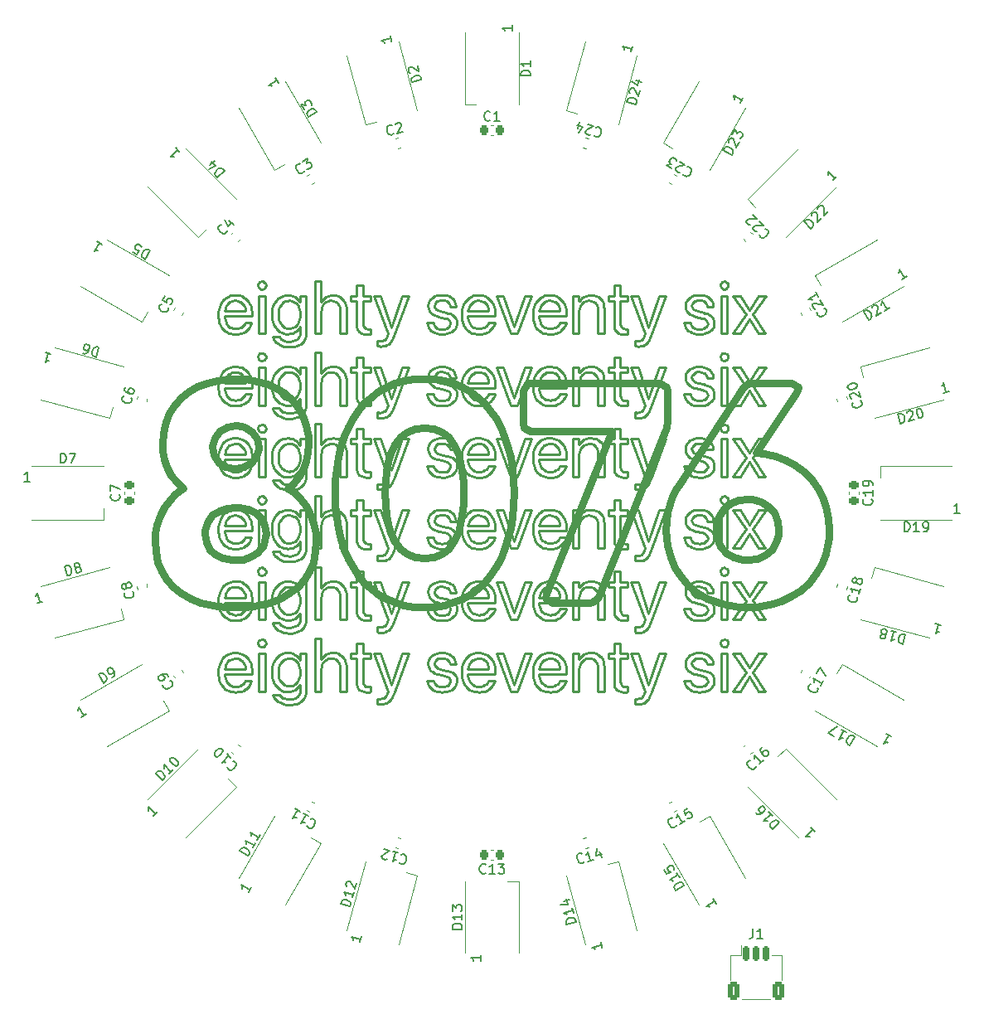
<source format=gto>
%TF.GenerationSoftware,KiCad,Pcbnew,(6.0.7-1)-1*%
%TF.CreationDate,2023-02-20T21:14:53+08:00*%
%TF.ProjectId,layer5,6c617965-7235-42e6-9b69-6361645f7063,1.1*%
%TF.SameCoordinates,Original*%
%TF.FileFunction,Legend,Top*%
%TF.FilePolarity,Positive*%
%FSLAX46Y46*%
G04 Gerber Fmt 4.6, Leading zero omitted, Abs format (unit mm)*
G04 Created by KiCad (PCBNEW (6.0.7-1)-1) date 2023-02-20 21:14:53*
%MOMM*%
%LPD*%
G01*
G04 APERTURE LIST*
G04 Aperture macros list*
%AMRoundRect*
0 Rectangle with rounded corners*
0 $1 Rounding radius*
0 $2 $3 $4 $5 $6 $7 $8 $9 X,Y pos of 4 corners*
0 Add a 4 corners polygon primitive as box body*
4,1,4,$2,$3,$4,$5,$6,$7,$8,$9,$2,$3,0*
0 Add four circle primitives for the rounded corners*
1,1,$1+$1,$2,$3*
1,1,$1+$1,$4,$5*
1,1,$1+$1,$6,$7*
1,1,$1+$1,$8,$9*
0 Add four rect primitives between the rounded corners*
20,1,$1+$1,$2,$3,$4,$5,0*
20,1,$1+$1,$4,$5,$6,$7,0*
20,1,$1+$1,$6,$7,$8,$9,0*
20,1,$1+$1,$8,$9,$2,$3,0*%
%AMRotRect*
0 Rectangle, with rotation*
0 The origin of the aperture is its center*
0 $1 length*
0 $2 width*
0 $3 Rotation angle, in degrees counterclockwise*
0 Add horizontal line*
21,1,$1,$2,0,0,$3*%
G04 Aperture macros list end*
%ADD10C,0.240000*%
%ADD11C,0.800000*%
%ADD12C,0.150000*%
%ADD13C,0.120000*%
%ADD14RoundRect,0.225000X-0.282038X-0.183247X0.152629X-0.299716X0.282038X0.183247X-0.152629X0.299716X0*%
%ADD15RoundRect,0.225000X-0.069856X-0.329006X0.319856X-0.104006X0.069856X0.329006X-0.319856X0.104006X0*%
%ADD16R,1.500000X1.000000*%
%ADD17RoundRect,0.225000X-0.225000X-0.250000X0.225000X-0.250000X0.225000X0.250000X-0.225000X0.250000X0*%
%ADD18RoundRect,0.225000X0.299716X-0.152629X0.183247X0.282038X-0.299716X0.152629X-0.183247X-0.282038X0*%
%ADD19RotRect,1.500000X1.000000X120.000000*%
%ADD20RoundRect,0.225000X0.104006X-0.319856X0.329006X0.069856X-0.104006X0.319856X-0.329006X-0.069856X0*%
%ADD21RotRect,1.500000X1.000000X15.000000*%
%ADD22RoundRect,0.225000X-0.335876X-0.017678X-0.017678X-0.335876X0.335876X0.017678X0.017678X0.335876X0*%
%ADD23RoundRect,0.225000X0.250000X-0.225000X0.250000X0.225000X-0.250000X0.225000X-0.250000X-0.225000X0*%
%ADD24RoundRect,0.225000X-0.152629X-0.299716X0.282038X-0.183247X0.152629X0.299716X-0.282038X0.183247X0*%
%ADD25RotRect,1.500000X1.000000X165.000000*%
%ADD26RoundRect,0.225000X-0.017678X0.335876X-0.335876X0.017678X0.017678X-0.335876X0.335876X-0.017678X0*%
%ADD27RoundRect,0.225000X0.282038X0.183247X-0.152629X0.299716X-0.282038X-0.183247X0.152629X-0.299716X0*%
%ADD28RotRect,1.500000X1.000000X195.000000*%
%ADD29RoundRect,0.225000X0.183247X-0.282038X0.299716X0.152629X-0.183247X0.282038X-0.299716X-0.152629X0*%
%ADD30RotRect,1.500000X1.000000X45.000000*%
%ADD31RotRect,1.500000X1.000000X60.000000*%
%ADD32RotRect,1.500000X1.000000X315.000000*%
%ADD33RoundRect,0.225000X-0.250000X0.225000X-0.250000X-0.225000X0.250000X-0.225000X0.250000X0.225000X0*%
%ADD34RotRect,1.500000X1.000000X255.000000*%
%ADD35RotRect,1.500000X1.000000X345.000000*%
%ADD36RoundRect,0.225000X-0.329006X0.069856X-0.104006X-0.319856X0.329006X-0.069856X0.104006X0.319856X0*%
%ADD37RoundRect,0.225000X0.319856X0.104006X-0.069856X0.329006X-0.319856X-0.104006X0.069856X-0.329006X0*%
%ADD38RoundRect,0.225000X0.017678X-0.335876X0.335876X-0.017678X-0.017678X0.335876X-0.335876X0.017678X0*%
%ADD39RoundRect,0.225000X0.335876X0.017678X0.017678X0.335876X-0.335876X-0.017678X-0.017678X-0.335876X0*%
%ADD40RotRect,1.500000X1.000000X135.000000*%
%ADD41RoundRect,0.225000X-0.183247X0.282038X-0.299716X-0.152629X0.183247X-0.282038X0.299716X0.152629X0*%
%ADD42RoundRect,0.225000X0.225000X0.250000X-0.225000X0.250000X-0.225000X-0.250000X0.225000X-0.250000X0*%
%ADD43RotRect,1.500000X1.000000X240.000000*%
%ADD44RotRect,1.500000X1.000000X150.000000*%
%ADD45RoundRect,0.225000X-0.104006X0.319856X-0.329006X-0.069856X0.104006X-0.319856X0.329006X0.069856X0*%
%ADD46RotRect,1.500000X1.000000X300.000000*%
%ADD47RoundRect,0.225000X-0.299716X0.152629X-0.183247X-0.282038X0.299716X-0.152629X0.183247X0.282038X0*%
%ADD48RoundRect,0.225000X0.152629X0.299716X-0.282038X0.183247X-0.152629X-0.299716X0.282038X-0.183247X0*%
%ADD49R,1.000000X1.500000*%
%ADD50RoundRect,0.225000X0.329006X-0.069856X0.104006X0.319856X-0.329006X0.069856X-0.104006X-0.319856X0*%
%ADD51RoundRect,0.225000X0.069856X0.329006X-0.319856X0.104006X-0.069856X-0.329006X0.319856X-0.104006X0*%
%ADD52RotRect,1.500000X1.000000X285.000000*%
%ADD53RotRect,1.500000X1.000000X330.000000*%
%ADD54RotRect,1.500000X1.000000X30.000000*%
%ADD55RotRect,1.500000X1.000000X210.000000*%
%ADD56RotRect,1.500000X1.000000X225.000000*%
%ADD57RotRect,1.500000X1.000000X105.000000*%
%ADD58RoundRect,0.150000X-0.150000X-0.625000X0.150000X-0.625000X0.150000X0.625000X-0.150000X0.625000X0*%
%ADD59RoundRect,0.250000X-0.350000X-0.650000X0.350000X-0.650000X0.350000X0.650000X-0.350000X0.650000X0*%
%ADD60RotRect,1.500000X1.000000X75.000000*%
%ADD61RoundRect,0.225000X-0.319856X-0.104006X0.069856X-0.329006X0.319856X0.104006X-0.069856X0.329006X0*%
G04 APERTURE END LIST*
D10*
X131929277Y-92995933D02*
X131740852Y-93149500D01*
X131643068Y-93192858D01*
X88698756Y-107632287D02*
X88512736Y-107467962D01*
X88365390Y-107255823D01*
X88310427Y-107141771D01*
X119375946Y-105108980D02*
X119605572Y-105011630D01*
X119850899Y-104974520D01*
X119907379Y-104973327D01*
X83782344Y-112280430D02*
X84021291Y-112304061D01*
X84252563Y-112382322D01*
X84328612Y-112423534D01*
X120574465Y-119838207D02*
X120709181Y-120057456D01*
X120778051Y-120313056D01*
X120795539Y-120561044D01*
X114821556Y-91968395D02*
X117603352Y-91968395D01*
X109537325Y-126565508D02*
X109311429Y-126447894D01*
X109062339Y-126368716D01*
X108821446Y-126330647D01*
X108628741Y-126322078D01*
X119375946Y-90494913D02*
X119605572Y-90397563D01*
X119850899Y-90360453D01*
X119907379Y-90359260D01*
X96443383Y-115468891D02*
X96656385Y-115612768D01*
X96904912Y-115691719D01*
X97173282Y-115720579D01*
X97238670Y-115721566D01*
X95161306Y-91358923D02*
X95147486Y-91104662D01*
X95099715Y-90843533D01*
X95017821Y-90604898D01*
X94986600Y-90537693D01*
X116722644Y-129484595D02*
X116524653Y-129631315D01*
X116399313Y-129688971D01*
X114830439Y-98770008D02*
X114868900Y-98530125D01*
X114948441Y-98290183D01*
X114961090Y-98262793D01*
X90257728Y-120252617D02*
X90337041Y-120482948D01*
X90383432Y-120739632D01*
X90397037Y-120995878D01*
X89869330Y-105148034D02*
X90053526Y-105313277D01*
X90201592Y-105525090D01*
X90257728Y-105638550D01*
X111174266Y-111782392D02*
X110494208Y-111782392D01*
X117603352Y-106582462D02*
X117603352Y-106344621D01*
X104552121Y-91998133D02*
X105165318Y-92146758D01*
X105362242Y-93192858D02*
X105128546Y-93248490D01*
X104912642Y-93261650D01*
X114992691Y-122783376D02*
X115229598Y-122901876D01*
X115460652Y-122974685D01*
X115710984Y-123016855D01*
X115945849Y-123028600D01*
X83782344Y-90359260D02*
X84021291Y-90382891D01*
X84252563Y-90461153D01*
X84328612Y-90502365D01*
X83826848Y-130335633D02*
X84076150Y-130321216D01*
X84328169Y-130273445D01*
X84414033Y-130248280D01*
X104020687Y-129183620D02*
X104013235Y-129146498D01*
X131628164Y-128131931D02*
X131015036Y-127983307D01*
X85484351Y-99275428D02*
X85484351Y-99037587D01*
X108071295Y-119737882D02*
X108297988Y-119634981D01*
X108548874Y-119589679D01*
X108625015Y-119587325D01*
X131992481Y-112897284D02*
X132609335Y-112897284D01*
X86175449Y-126396459D02*
X86175449Y-130261252D01*
X89166986Y-104401046D02*
X88900476Y-104420449D01*
X88652759Y-104478658D01*
X88423861Y-104575673D01*
X88304839Y-104646339D01*
X130833015Y-91998133D02*
X131446144Y-92146758D01*
X92574796Y-97785249D02*
X92559961Y-97785249D01*
X95614701Y-97703484D02*
X96179530Y-97703484D01*
X137232293Y-89861292D02*
X136314463Y-91310624D01*
X113998548Y-119089426D02*
X113325943Y-119089426D01*
X91913368Y-115647323D02*
X92559961Y-115647323D01*
X90397106Y-112436506D02*
X90382272Y-112436506D01*
X103366711Y-114532431D02*
X103370368Y-114565827D01*
X89330514Y-131063991D02*
X89074839Y-131049712D01*
X88830476Y-131001591D01*
X88670880Y-130943242D01*
X107554180Y-98770008D02*
X107592659Y-98530125D01*
X107672242Y-98290183D01*
X107684899Y-98262793D01*
X96848410Y-105010518D02*
X97584219Y-105010518D01*
X99650474Y-116490909D02*
X99783811Y-116278572D01*
X99897128Y-116043367D01*
X99958901Y-115888821D01*
X132029602Y-107307093D02*
X131973130Y-107542993D01*
X131929277Y-107610000D01*
X94986600Y-90537693D02*
X94850486Y-90313203D01*
X94682346Y-90125159D01*
X94501672Y-89985836D01*
X83782275Y-126894359D02*
X84021222Y-126917990D01*
X84252494Y-126996251D01*
X84328543Y-127037463D01*
X130433509Y-104546014D02*
X130212260Y-104670374D01*
X130017379Y-104840483D01*
X129931745Y-104947315D01*
X134649508Y-104475359D02*
X135942833Y-106407824D01*
X124225497Y-111782392D02*
X125659994Y-115651049D01*
X84328612Y-112423534D02*
X84517155Y-112577522D01*
X84666588Y-112789129D01*
X84702105Y-112860162D01*
X131628164Y-106210831D02*
X131015036Y-106062206D01*
X89672406Y-104493989D02*
X89430821Y-104424307D01*
X89184129Y-104401136D01*
X89166986Y-104401046D01*
X99301130Y-101256124D02*
X99196188Y-101485654D01*
X99035847Y-101668811D01*
X99001949Y-101690958D01*
X104020687Y-121876586D02*
X104013235Y-121839465D01*
X136292107Y-92254535D02*
X137217389Y-93726154D01*
X103366711Y-92611331D02*
X103370368Y-92644727D01*
X109446384Y-114870666D02*
X109248424Y-115017353D01*
X109123053Y-115075042D01*
X85484282Y-106582462D02*
X85484282Y-106344621D01*
X114821564Y-121196529D02*
X117603352Y-121196529D01*
X125518822Y-109529425D02*
X125729694Y-109397931D01*
X125898619Y-109226624D01*
X125931300Y-109183807D01*
X116947651Y-106077041D02*
X114830439Y-106077041D01*
D11*
X127128059Y-98783946D02*
X127846736Y-99172082D01*
X127929280Y-99585097D01*
D10*
X123865045Y-126931618D02*
X123865045Y-126396459D01*
X110087319Y-122329912D02*
X110201142Y-122114427D01*
X110271340Y-121884038D01*
X115901275Y-112280430D02*
X116140247Y-112304061D01*
X116371559Y-112382322D01*
X116447612Y-112423534D01*
X82873691Y-130090410D02*
X83110568Y-130208910D01*
X83341628Y-130281718D01*
X83591975Y-130323888D01*
X83826848Y-130335633D01*
X112240859Y-129573742D02*
X111174266Y-126396459D01*
X99001949Y-116305025D02*
X98771377Y-116389136D01*
X98528725Y-116412696D01*
X98509570Y-116412802D01*
X98301398Y-123697480D02*
X98301398Y-124225187D01*
X97584219Y-126396459D02*
X96848410Y-126396459D01*
X93039299Y-119197203D02*
X92845224Y-119339553D01*
X92674602Y-119533858D01*
X92574727Y-119706280D01*
X91043769Y-97168325D02*
X90397106Y-97168325D01*
X137953198Y-89861292D02*
X137232293Y-89861292D01*
X85436052Y-99925747D02*
X84800567Y-99925747D01*
X94501603Y-104599903D02*
X94276198Y-104486696D01*
X94026644Y-104420470D01*
X93778835Y-104401046D01*
X94514575Y-122954218D02*
X95161237Y-122954218D01*
X98396204Y-116405350D02*
X98301467Y-116390584D01*
X125931300Y-116490909D02*
X126064587Y-116278572D01*
X126177918Y-116043367D01*
X126239727Y-115888821D01*
X109171283Y-127037463D02*
X109359827Y-127191508D01*
X109509260Y-127403064D01*
X109544777Y-127474091D01*
X98396135Y-109098317D02*
X98301398Y-109083482D01*
X92574727Y-119706280D02*
X92559892Y-119706280D01*
X116447612Y-112423534D02*
X116636150Y-112577522D01*
X116785543Y-112789129D01*
X116821037Y-112860162D01*
X89337966Y-109715240D02*
X89591099Y-109703739D01*
X89854790Y-109663314D01*
X90096164Y-109593794D01*
X90244687Y-109531288D01*
X134047558Y-101033187D02*
X134047558Y-97168325D01*
X98301398Y-124225187D02*
X98459338Y-124245611D01*
D11*
X136549096Y-98783946D02*
X140650970Y-98783946D01*
D10*
X103650920Y-104947315D02*
X103534210Y-105168551D01*
X103477025Y-105415534D01*
X103470693Y-105538225D01*
X114959296Y-129164990D02*
X114872725Y-128922431D01*
X114830186Y-128666643D01*
X114821564Y-128503562D01*
X124916733Y-104475359D02*
X124225497Y-104475359D01*
X86498849Y-88397125D02*
X86267045Y-88468601D01*
X86212709Y-88514217D01*
X86212640Y-103702428D02*
X86427923Y-103815627D01*
X86498780Y-103821314D01*
X124927911Y-102333825D02*
X125174685Y-102318160D01*
X125424386Y-102260269D01*
X125518822Y-102222391D01*
X103650989Y-112254348D02*
X103534279Y-112475584D01*
X103477094Y-112722567D01*
X103470762Y-112845259D01*
X99301061Y-108563158D02*
X99196119Y-108792688D01*
X99035778Y-108975845D01*
X99001880Y-108997992D01*
X118915168Y-126946384D02*
X118900264Y-126946384D01*
X86822111Y-104475359D02*
X86175449Y-104475359D01*
X106889543Y-106418933D02*
X106889543Y-106422659D01*
X85279975Y-112633430D02*
X85151028Y-112402242D01*
X84994157Y-112201902D01*
X84809371Y-112032411D01*
X84694653Y-111951579D01*
X84702105Y-98246027D02*
X84784194Y-98486395D01*
X84825199Y-98732203D01*
X84828719Y-98770008D01*
X129647468Y-129146498D02*
X129651194Y-129179894D01*
X133400896Y-126396459D02*
X133400896Y-130261252D01*
X117555052Y-121846779D02*
X116919568Y-121846779D01*
X122460355Y-96124089D02*
X122460355Y-97168325D01*
X109123053Y-115075042D02*
X108889214Y-115135090D01*
X108684562Y-115149286D01*
D11*
X83803423Y-107500429D02*
X84667864Y-107373390D01*
X85435895Y-106950535D01*
X85937681Y-106286210D01*
X86140159Y-105437501D01*
X86142778Y-105321291D01*
D10*
X84603574Y-122177562D02*
X84405614Y-122324281D01*
X84280243Y-122381938D01*
X98647085Y-95026792D02*
X98893874Y-95011127D01*
X99143548Y-94953236D01*
X99237927Y-94915358D01*
X91043769Y-100925410D02*
X91043769Y-97168325D01*
X133319201Y-96109254D02*
X133391786Y-96341057D01*
X133438155Y-96395394D01*
D11*
X99088578Y-110000000D02*
X99123274Y-111164063D01*
X99227573Y-112221610D01*
X99401793Y-113170896D01*
X99646250Y-114010179D01*
X100081996Y-114955095D01*
X100643920Y-115697221D01*
X101332773Y-116232426D01*
X102149305Y-116556578D01*
X103094267Y-116665547D01*
D10*
X88507421Y-102272554D02*
X88741021Y-102344069D01*
X88998217Y-102389118D01*
X89249889Y-102407013D01*
X89338035Y-102408207D01*
X114987171Y-111962757D02*
X114781481Y-112121766D01*
X114603402Y-112312569D01*
X114452970Y-112535130D01*
X114381357Y-112672484D01*
X84789390Y-129187346D02*
X84670832Y-129408525D01*
X84603574Y-129484595D01*
X86822111Y-126396459D02*
X86175449Y-126396459D01*
D11*
X91270121Y-105000858D02*
X91210981Y-105904695D01*
X91038309Y-106734456D01*
X90759220Y-107490326D01*
X90293868Y-108300090D01*
X89697825Y-109004029D01*
X89110165Y-109510036D01*
D10*
X90397037Y-106381811D02*
X90397037Y-106385537D01*
X92559892Y-106084493D02*
X92580428Y-105829280D01*
X92648499Y-105584574D01*
X92684367Y-105504760D01*
X92684367Y-120118758D02*
X92823122Y-119909085D01*
X93005990Y-119746704D01*
X93033710Y-119728636D01*
X88507352Y-131500619D02*
X88740952Y-131572133D01*
X88998148Y-131617182D01*
X89249820Y-131635077D01*
X89337966Y-131636271D01*
X95614701Y-89861292D02*
X95614701Y-90396451D01*
X88310496Y-91020757D02*
X88428659Y-90803996D01*
X88593855Y-90614539D01*
X88698825Y-90532104D01*
X107103303Y-92862144D02*
X107221742Y-93073399D01*
X107382775Y-93280790D01*
X107573214Y-93456139D01*
X107716501Y-93555242D01*
X105748777Y-99996403D02*
X105748777Y-100000060D01*
X104223201Y-127130336D02*
X104404695Y-126970507D01*
X104485191Y-126931618D01*
X86212709Y-89088361D02*
X86427992Y-89201560D01*
X86498849Y-89207247D01*
X89672475Y-111801022D02*
X89430890Y-111731401D01*
X89184198Y-111708239D01*
X89167055Y-111708149D01*
X115960753Y-107842252D02*
X115711792Y-107820565D01*
X115471648Y-107748127D01*
X115355076Y-107688039D01*
X115347624Y-97816850D02*
X115574311Y-97713921D01*
X115825157Y-97668645D01*
X115901275Y-97666294D01*
X86903944Y-88802221D02*
X86832467Y-88568013D01*
X86786852Y-88514217D01*
X136648834Y-99074778D02*
X137953198Y-97168325D01*
X82702564Y-99275428D02*
X85484351Y-99275428D01*
X123865045Y-115695623D02*
X123865045Y-115171641D01*
X94514644Y-98777460D02*
X94514644Y-101033187D01*
X109544846Y-90938993D02*
X109626934Y-91179362D01*
X109667940Y-91425169D01*
X109671460Y-91462974D01*
X133724227Y-103011192D02*
X133492455Y-103082668D01*
X133438155Y-103128284D01*
X131193468Y-129796748D02*
X130943287Y-129777663D01*
X130700805Y-129705869D01*
X130580201Y-129635152D01*
X98647085Y-102333825D02*
X98893874Y-102318160D01*
X99143548Y-102260269D01*
X99237927Y-102222391D01*
X116722644Y-122177562D02*
X116524653Y-122324281D01*
X116399313Y-122381938D01*
X94261899Y-127188020D02*
X94395136Y-127393986D01*
X94479036Y-127644966D01*
X94512353Y-127909313D01*
X94514575Y-128005524D01*
X104152614Y-126467115D02*
X103931338Y-126591456D01*
X103736510Y-126761556D01*
X103650920Y-126868415D01*
X89672475Y-89879922D02*
X89430890Y-89810241D01*
X89184198Y-89787070D01*
X89167055Y-89786980D01*
X94986531Y-105151760D02*
X94850417Y-104927270D01*
X94682277Y-104739226D01*
X94501603Y-104599903D01*
X133724227Y-110318226D02*
X133492455Y-110389702D01*
X133438155Y-110435318D01*
X131908853Y-89937467D02*
X131679942Y-89851789D01*
X131425198Y-89801675D01*
X131171112Y-89786980D01*
X116533033Y-93713113D02*
X116759017Y-93623224D01*
X116975934Y-93496882D01*
X117016167Y-93467889D01*
X98301467Y-102304156D02*
X98459407Y-102324579D01*
X118900264Y-101033187D02*
X118900264Y-98758899D01*
X89152220Y-93763344D02*
X89404114Y-93744126D01*
X89637222Y-93686557D01*
X89666886Y-93675991D01*
X86498849Y-110318226D02*
X86267045Y-110389702D01*
X86212709Y-110435318D01*
X91043700Y-130153475D02*
X91043700Y-126396459D01*
X92559961Y-88363730D02*
X91913368Y-88363730D01*
X118253602Y-126396459D02*
X118253602Y-130261252D01*
X131171112Y-126322078D02*
X130920204Y-126336232D01*
X130665621Y-126384519D01*
X130433509Y-126467115D01*
X136299559Y-98617657D02*
X135370552Y-97168325D01*
X104912642Y-100568683D02*
X104662418Y-100549580D01*
X104419970Y-100477746D01*
X104299445Y-100407018D01*
X105622370Y-114276030D02*
X105736427Y-114488393D01*
X105748777Y-114610538D01*
D11*
X136970544Y-105868939D02*
X137789303Y-105969078D01*
X138948430Y-106236799D01*
X140017957Y-106638632D01*
X140990248Y-107166810D01*
X141857669Y-107813568D01*
X142612586Y-108571138D01*
X143247365Y-109431754D01*
X143754371Y-110387650D01*
X144125971Y-111431061D01*
X144354529Y-112554218D01*
X144432412Y-113749357D01*
D10*
X82873691Y-108169309D02*
X83110568Y-108287840D01*
X83341628Y-108360642D01*
X83591975Y-108402796D01*
X83826848Y-108414533D01*
X134129253Y-103416287D02*
X134057864Y-103182080D01*
X134012230Y-103128284D01*
X87723312Y-112642814D02*
X87631442Y-112874701D01*
X87565829Y-113126345D01*
X87526466Y-113397730D01*
X87513551Y-113651377D01*
X87513347Y-113688845D01*
X98509570Y-101798735D02*
X98396204Y-101791283D01*
X83228624Y-97816850D02*
X83455317Y-97713921D01*
X83706203Y-97668645D01*
X83782344Y-97666294D01*
X97944741Y-97168325D02*
X99379169Y-101036913D01*
X92574727Y-105092282D02*
X92559892Y-105092282D01*
X89166986Y-126322078D02*
X88900476Y-126341494D01*
X88652759Y-126399731D01*
X88423861Y-126496769D01*
X88304839Y-126567440D01*
X90397106Y-97168325D02*
X90397106Y-97822370D01*
X135370552Y-119089426D02*
X134649508Y-119089426D01*
X82868171Y-97348621D02*
X82662494Y-97507672D01*
X82484442Y-97698484D01*
X82334034Y-97921021D01*
X82262426Y-98058348D01*
X115347624Y-119737882D02*
X115574311Y-119634981D01*
X115825157Y-119589679D01*
X115901275Y-119587325D01*
X114381357Y-112672484D02*
X114287071Y-112909028D01*
X114219708Y-113163466D01*
X114182861Y-113400766D01*
X114166645Y-113651746D01*
X114165803Y-113725967D01*
X130413085Y-90894419D02*
X130468554Y-90653389D01*
X130504026Y-90595238D01*
X84702036Y-127474091D02*
X84784128Y-127714486D01*
X84825131Y-127960272D01*
X84828650Y-127998073D01*
X103602689Y-115171641D02*
X103765761Y-115350553D01*
X103968095Y-115497023D01*
X104124807Y-115576668D01*
X97944741Y-89861292D02*
X99379169Y-93729880D01*
X123865045Y-93774453D02*
X123865045Y-93250472D01*
X132495900Y-129781844D02*
X132622258Y-129557689D01*
X132684173Y-129307707D01*
X132691030Y-129183620D01*
X104912573Y-129796748D02*
X104662349Y-129777663D01*
X104419901Y-129705869D01*
X104299376Y-129635152D01*
X114959296Y-92629892D02*
X114872719Y-92387268D01*
X114830178Y-92131465D01*
X114821556Y-91968395D01*
X106410205Y-99955486D02*
X106410205Y-99951760D01*
X88297387Y-108659826D02*
X87647068Y-108659826D01*
X114959296Y-114551061D02*
X114872710Y-114308365D01*
X114830170Y-114052550D01*
X114821556Y-113889495D01*
X122460355Y-118045189D02*
X122460355Y-119089426D01*
X135344470Y-93726154D02*
X136277204Y-92254535D01*
X83841821Y-100535219D02*
X83592856Y-100513532D01*
X83352684Y-100441094D01*
X83236076Y-100381005D01*
X86786783Y-125049315D02*
X86570971Y-124937896D01*
X86498780Y-124932292D01*
X98509570Y-94491702D02*
X98396204Y-94484250D01*
X136299559Y-127845722D02*
X135370552Y-126396459D01*
X110327092Y-91968395D02*
X110327092Y-91730554D01*
X127748467Y-97168325D02*
X127068409Y-97168325D01*
X118900264Y-112332455D02*
X118900264Y-111782392D01*
X90084884Y-108046628D02*
X90259457Y-107864019D01*
X90382203Y-107674998D01*
X88698825Y-90532104D02*
X88918824Y-90420194D01*
X89168300Y-90365336D01*
X89293393Y-90359260D01*
X118900264Y-126946384D02*
X118900264Y-126396459D01*
X107545236Y-121196529D02*
X110327092Y-121196529D01*
X107716432Y-130090410D02*
X107953309Y-130208910D01*
X108184368Y-130281718D01*
X108434716Y-130323888D01*
X108669589Y-130335633D01*
X96179530Y-100048428D02*
X96196024Y-100306476D01*
X96254005Y-100551801D01*
X96367378Y-100768520D01*
X96443383Y-100854824D01*
X91043769Y-89861292D02*
X90397106Y-89861292D01*
X93778835Y-119015044D02*
X93521352Y-119032833D01*
X93265828Y-119093493D01*
X93039299Y-119197203D01*
X82046803Y-106418933D02*
X82046803Y-106422659D01*
X108628810Y-111708149D02*
X108373541Y-111724061D01*
X108135473Y-111771800D01*
X107888198Y-111863549D01*
X107710912Y-111962757D01*
X132495900Y-93246746D02*
X132622258Y-93022536D01*
X132684173Y-92772540D01*
X132691030Y-92648453D01*
X104890217Y-119553929D02*
X105139420Y-119577973D01*
X105376663Y-119666803D01*
X105460704Y-119724910D01*
X124927911Y-131561890D02*
X125174685Y-131546229D01*
X125424386Y-131488371D01*
X125518822Y-131450525D01*
X94514644Y-91470426D02*
X94514644Y-93726154D01*
X97584288Y-101081487D02*
X97584288Y-100557505D01*
X116813585Y-111951579D02*
X116587719Y-111833905D01*
X116338621Y-111754742D01*
X116097712Y-111716707D01*
X115905001Y-111708149D01*
X107710912Y-97348621D02*
X107505235Y-97507672D01*
X107327183Y-97698484D01*
X107176775Y-97921021D01*
X107105166Y-98058348D01*
X105748708Y-129228193D02*
X105692236Y-129464054D01*
X105648314Y-129531101D01*
X130405633Y-108269634D02*
X130647433Y-108352130D01*
X130892467Y-108397411D01*
X131133530Y-108413966D01*
X131189742Y-108414533D01*
X117016167Y-108081956D02*
X117197967Y-107922873D01*
X117355087Y-107728873D01*
X117363648Y-107715914D01*
X114992691Y-100862276D02*
X115229598Y-100980806D01*
X115460652Y-101053608D01*
X115710984Y-101095762D01*
X115945849Y-101107499D01*
X94261968Y-112573953D02*
X94395205Y-112779985D01*
X94479105Y-113030970D01*
X94512422Y-113295353D01*
X94514644Y-113391596D01*
X121090856Y-104785718D02*
X120897545Y-104617414D01*
X120668683Y-104497205D01*
X120404269Y-104425084D01*
X120143743Y-104401421D01*
X120104303Y-104401046D01*
X103650920Y-126868415D02*
X103534210Y-127089651D01*
X103477025Y-127336634D01*
X103470693Y-127459325D01*
X84414033Y-108327180D02*
X84639995Y-108237291D01*
X84856918Y-108110949D01*
X84897167Y-108081956D01*
X93778904Y-111708149D02*
X93521421Y-111725933D01*
X93265897Y-111786558D01*
X93039368Y-111890169D01*
X106328509Y-112897284D02*
X106324783Y-112848985D01*
X98301398Y-131532220D02*
X98459338Y-131552644D01*
X113998548Y-97168325D02*
X113325943Y-97168325D01*
X90382272Y-90515337D02*
X90247972Y-90312840D01*
X90083090Y-90136323D01*
X125982411Y-93079561D02*
X124916733Y-89861292D01*
X137217389Y-115647323D02*
X137934706Y-115647323D01*
X110327092Y-113651723D02*
X110317307Y-113404832D01*
X110282169Y-113139241D01*
X110221491Y-112891299D01*
X110135285Y-112660981D01*
X110122716Y-112633430D01*
X108078747Y-129609070D02*
X107876760Y-129448153D01*
X107729361Y-129252245D01*
X107682967Y-129164990D01*
X97584288Y-97168325D02*
X96848479Y-97168325D01*
X86786852Y-95821251D02*
X86571040Y-95709764D01*
X86498849Y-95704159D01*
X95614632Y-119624585D02*
X96179461Y-119624585D01*
X130433509Y-126467115D02*
X130212260Y-126591456D01*
X130017379Y-126761556D01*
X129931745Y-126868415D01*
X85244647Y-115023017D02*
X85358462Y-114807410D01*
X85428600Y-114577005D01*
X133438155Y-110435318D02*
X133324887Y-110651129D01*
X133319201Y-110723321D01*
X90382203Y-107674998D02*
X90397037Y-107674998D01*
X114379563Y-114783313D02*
X114497991Y-114994528D01*
X114658998Y-115201898D01*
X114849411Y-115377240D01*
X114992691Y-115476343D01*
X98647016Y-131561890D02*
X98893805Y-131546229D01*
X99143479Y-131488371D01*
X99237858Y-131450525D01*
X99379100Y-108343947D02*
X99301061Y-108563158D01*
X129647468Y-121839465D02*
X129651194Y-121872860D01*
X105648314Y-129531101D02*
X105459925Y-129684655D01*
X105362173Y-129728025D01*
X90084884Y-129967729D02*
X90259457Y-129785093D01*
X90382203Y-129596098D01*
X104020756Y-92648453D02*
X104013304Y-92611331D01*
X88670880Y-109022141D02*
X88459750Y-108889720D01*
X88312290Y-108693290D01*
X84328543Y-119730430D02*
X84517086Y-119884475D01*
X84666519Y-120096031D01*
X84702036Y-120167058D01*
X116813585Y-126565508D02*
X116587719Y-126447894D01*
X116338621Y-126368716D01*
X116097712Y-126330647D01*
X115905001Y-126322078D01*
X130504026Y-90595238D02*
X130685589Y-90435351D01*
X130766086Y-90396451D01*
X131960879Y-100960738D02*
X132177469Y-100846435D01*
X132374728Y-100691167D01*
X132495900Y-100553780D01*
X82046872Y-91808592D02*
X82057094Y-92066062D01*
X82087766Y-92308412D01*
X82147864Y-92566866D01*
X82234682Y-92805559D01*
X82260563Y-92862144D01*
X136292107Y-128789633D02*
X137217389Y-130261252D01*
X103370368Y-92644727D02*
X103422195Y-92891913D01*
X103516369Y-93115071D01*
X103602689Y-93250472D01*
X89293324Y-119587325D02*
X89546123Y-119616158D01*
X89773205Y-119702659D01*
X89869330Y-119762032D01*
X129931745Y-104947315D02*
X129815035Y-105168551D01*
X129757851Y-105415534D01*
X129751519Y-105538225D01*
X89152151Y-130298512D02*
X89404045Y-130279269D01*
X89637153Y-130221713D01*
X89666817Y-130211158D01*
X129931745Y-119561381D02*
X129815035Y-119782618D01*
X129757851Y-120029601D01*
X129751519Y-120152292D01*
X105748708Y-121921160D02*
X105692236Y-122157021D01*
X105648314Y-122224067D01*
X97944672Y-104475359D02*
X99379100Y-108343947D01*
X123865045Y-119624585D02*
X123865045Y-119089426D01*
X107683036Y-99936925D02*
X107596492Y-99694301D01*
X107553934Y-99438498D01*
X107545305Y-99275428D01*
X115905001Y-89786980D02*
X115649772Y-89802902D01*
X115411724Y-89850657D01*
X115164456Y-89942407D01*
X114987171Y-90041587D01*
X135370552Y-126396459D02*
X134649508Y-126396459D01*
X132691030Y-92644727D02*
X132667791Y-92403096D01*
X132588589Y-92174583D01*
X132453258Y-91985093D01*
X90257728Y-121746453D02*
X90138027Y-121966057D01*
X89974164Y-122158529D01*
X89871193Y-122242559D01*
X99718413Y-115000661D02*
X99701585Y-115000661D01*
X108625015Y-104973327D02*
X108863963Y-104996958D01*
X109095234Y-105075220D01*
X109171283Y-105116432D01*
X88310496Y-98327791D02*
X88428659Y-98111029D01*
X88593855Y-97921572D01*
X88698825Y-97839137D01*
X123129235Y-105010518D02*
X123865045Y-105010518D01*
X87654588Y-101386257D02*
X87739376Y-101626273D01*
X87870979Y-101830728D01*
X87935140Y-101904649D01*
X131741599Y-127031943D02*
X131900443Y-127216707D01*
X131983423Y-127450410D01*
X131988755Y-127485269D01*
X124740233Y-124245611D02*
X124927911Y-124254857D01*
X90118418Y-101573866D02*
X89921717Y-101712045D01*
X89680018Y-101799026D01*
X89424016Y-101833555D01*
X89330583Y-101835857D01*
X131015036Y-106062206D02*
X130784804Y-105988990D01*
X130572601Y-105863612D01*
X130554258Y-105846652D01*
X134012230Y-95821251D02*
X133796454Y-95709764D01*
X133724227Y-95704159D01*
X123865045Y-100557505D02*
X123770377Y-100566820D01*
X131171112Y-104401046D02*
X130920204Y-104415198D01*
X130665621Y-104463468D01*
X130433509Y-104546014D01*
X84328612Y-97809399D02*
X84517155Y-97963415D01*
X84666588Y-98174997D01*
X84702105Y-98246027D01*
X109256774Y-122941247D02*
X109482736Y-122851330D01*
X109699659Y-122725014D01*
X109739907Y-122696023D01*
X119375946Y-112416082D02*
X119605572Y-112318732D01*
X119850899Y-112281623D01*
X119907379Y-112280430D01*
X99958832Y-108581787D02*
X101467573Y-104475359D01*
X130301582Y-129183620D02*
X130294130Y-129146498D01*
X84828650Y-120691039D02*
X82711379Y-120691039D01*
X115355076Y-114995141D02*
X115153089Y-114834224D01*
X115005690Y-114638316D01*
X114959296Y-114551061D01*
D11*
X127737048Y-103558771D02*
X120879200Y-120607205D01*
D10*
X99958901Y-101274754D02*
X101467642Y-97168325D01*
X105460704Y-127031943D02*
X105619541Y-127216707D01*
X105702471Y-127450410D01*
X105707791Y-127485269D01*
X130433509Y-89931947D02*
X130212260Y-90056307D01*
X130017379Y-90226416D01*
X129931745Y-90333248D01*
X84694653Y-97337443D02*
X84468757Y-97219799D01*
X84219667Y-97140629D01*
X83978774Y-97102576D01*
X83786070Y-97094013D01*
X115945849Y-93800466D02*
X116195171Y-93786049D01*
X116447192Y-93738278D01*
X116533033Y-93713113D01*
X131171112Y-90325865D02*
X131420266Y-90349905D01*
X131657526Y-90438701D01*
X131741599Y-90496776D01*
X115960753Y-122456319D02*
X115711792Y-122434611D01*
X115471648Y-122362133D01*
X115355076Y-122302036D01*
X108684562Y-115149286D02*
X108435597Y-115127621D01*
X108195425Y-115055221D01*
X108078816Y-114995141D01*
X84897167Y-108081956D02*
X85078959Y-107922873D01*
X85236023Y-107728873D01*
X85244578Y-107715914D01*
X107683036Y-92629892D02*
X107596492Y-92387268D01*
X107553934Y-92131465D01*
X107545305Y-91968395D01*
X106215143Y-100553780D02*
X106341447Y-100329569D01*
X106403349Y-100079573D01*
X106410205Y-99955486D01*
X125518822Y-124143492D02*
X125729694Y-124011966D01*
X125898619Y-123840624D01*
X125931300Y-123797805D01*
X109122984Y-122381938D02*
X108889145Y-122442067D01*
X108684493Y-122456319D01*
X110278792Y-107232781D02*
X109643239Y-107232781D01*
X133438155Y-88514217D02*
X133324887Y-88730029D01*
X133319201Y-88802221D01*
X100787584Y-89861292D02*
X99718413Y-93079561D01*
X114992691Y-108169309D02*
X115229598Y-108287840D01*
X115460652Y-108360642D01*
X115710984Y-108402796D01*
X115945849Y-108414533D01*
X114821556Y-106582462D02*
X117603352Y-106582462D01*
X87723243Y-119949710D02*
X87631373Y-120181657D01*
X87565760Y-120433309D01*
X87526397Y-120704702D01*
X87513482Y-120958398D01*
X87513278Y-120995878D01*
X98301398Y-109611189D02*
X98459338Y-109631613D01*
X95614632Y-105010518D02*
X96179461Y-105010518D01*
X88304839Y-119260406D02*
X88108566Y-119414102D01*
X87937879Y-119599236D01*
X87792787Y-119815808D01*
X87723243Y-119949710D01*
X91913299Y-102977796D02*
X91913299Y-108340221D01*
X114165803Y-106422659D02*
X114176026Y-106680129D01*
X114206703Y-106922479D01*
X114266817Y-107180932D01*
X114353670Y-107419625D01*
X114379563Y-107476210D01*
X88698825Y-97839137D02*
X88918824Y-97727227D01*
X89168300Y-97672370D01*
X89293393Y-97666294D01*
X133400896Y-119089426D02*
X133400896Y-122954218D01*
X99958901Y-93967720D02*
X101467642Y-89861292D01*
X104124807Y-100962601D02*
X104366653Y-101045096D01*
X104611688Y-101090377D01*
X104852716Y-101106932D01*
X104908916Y-101107499D01*
X131929277Y-107610000D02*
X131740852Y-107763566D01*
X131643068Y-107806924D01*
X129647468Y-92611331D02*
X129651194Y-92644727D01*
X116919568Y-107232781D02*
X116908390Y-107266245D01*
X130433509Y-119160081D02*
X130212260Y-119284422D01*
X130017379Y-119454522D01*
X129931745Y-119561381D01*
X132605609Y-112848985D02*
X132561403Y-112597054D01*
X132465078Y-112366605D01*
X132403027Y-112267458D01*
X136292107Y-99561569D02*
X137217389Y-101033187D01*
X110087319Y-107715914D02*
X110201142Y-107500369D01*
X110271340Y-107269971D01*
X90835666Y-116321723D02*
X90945387Y-116102413D01*
X91014492Y-115860277D01*
X91042955Y-115595288D01*
X91043769Y-115539546D01*
X123770377Y-100566820D02*
X123656943Y-100572409D01*
X136292107Y-106868602D02*
X137217389Y-108340221D01*
X109122984Y-129688971D02*
X108889145Y-129749100D01*
X108684493Y-129763352D01*
X110087388Y-93101847D02*
X110201150Y-92886302D01*
X110271340Y-92655904D01*
X91913299Y-108340221D02*
X92559892Y-108340221D01*
X124916733Y-119089426D02*
X124225497Y-119089426D01*
X114961090Y-112876860D02*
X115093001Y-112660772D01*
X115273507Y-112481550D01*
X115347624Y-112430986D01*
X96179461Y-126396459D02*
X95614632Y-126396459D01*
X101467573Y-119089426D02*
X100787515Y-119089426D01*
X109446384Y-92949497D02*
X109248424Y-93096200D01*
X109123053Y-93153873D01*
X122460355Y-90396451D02*
X122460355Y-92741395D01*
X134012230Y-110435318D02*
X133796454Y-110323831D01*
X133724227Y-110318226D01*
X90084953Y-93432561D02*
X90259526Y-93249952D01*
X90382272Y-93060931D01*
X105707791Y-120178236D02*
X105711517Y-120204318D01*
X136648834Y-91767745D02*
X137953198Y-89861292D01*
X90397106Y-113688845D02*
X90397106Y-113692571D01*
X107554119Y-120691039D02*
X107592595Y-120451204D01*
X107672173Y-120211282D01*
X107684830Y-120183894D01*
X104132121Y-120126210D02*
X104132121Y-120122484D01*
X90118349Y-130801931D02*
X89921648Y-130940126D01*
X89679949Y-131027138D01*
X89423947Y-131061687D01*
X89330514Y-131063991D01*
X131988755Y-90950171D02*
X131992481Y-90976184D01*
X91913299Y-122954218D02*
X92559892Y-122954218D01*
X86786852Y-89088361D02*
X86898338Y-88873077D01*
X86903944Y-88802221D01*
X103366711Y-99918364D02*
X103370368Y-99951760D01*
X97584288Y-90396451D02*
X97584288Y-89861292D01*
X133724227Y-95704159D02*
X133492455Y-95775635D01*
X133438155Y-95821251D01*
X87513278Y-128306638D02*
X87523151Y-128562620D01*
X87552768Y-128803855D01*
X87610778Y-129061482D01*
X87694550Y-129299823D01*
X87719517Y-129356394D01*
X129647468Y-99918364D02*
X129651194Y-99951760D01*
X106215074Y-122474811D02*
X106341378Y-122250655D01*
X106403280Y-122000673D01*
X106410136Y-121876586D01*
X123519496Y-115721566D02*
X123710900Y-115712320D01*
X116722644Y-92949497D02*
X116524653Y-93096200D01*
X116399313Y-93153873D01*
X130413085Y-90898145D02*
X130413085Y-90894419D01*
X88310427Y-121755837D02*
X88233185Y-121523110D01*
X88190798Y-121286778D01*
X88174907Y-121026887D01*
X88174775Y-120999604D01*
X131193468Y-93261650D02*
X130943287Y-93242546D01*
X130700805Y-93170712D01*
X130580201Y-93099984D01*
X105707860Y-112871340D02*
X105711586Y-112897284D01*
X104734210Y-91448139D02*
X104503979Y-91374924D01*
X104291775Y-91249546D01*
X104273432Y-91232585D01*
X92684436Y-112811863D02*
X92823191Y-112602121D01*
X93006059Y-112439693D01*
X93033779Y-112421602D01*
X104552052Y-121226198D02*
X105165249Y-121374823D01*
X136277204Y-114175704D02*
X136292107Y-114175704D01*
X110087319Y-129636946D02*
X110201142Y-129421460D01*
X110271340Y-129191072D01*
X109256774Y-130248280D02*
X109482736Y-130158363D01*
X109699659Y-130032047D01*
X109739907Y-130003056D01*
X97584288Y-100557505D02*
X97489552Y-100566820D01*
X96848479Y-100044702D02*
X96848479Y-97703484D01*
X132029602Y-114614126D02*
X131973130Y-114850065D01*
X131929277Y-114917034D01*
X131908853Y-111858568D02*
X131679942Y-111772908D01*
X131425198Y-111722828D01*
X131171112Y-111708149D01*
X85244647Y-93101847D02*
X85358462Y-92886302D01*
X85428600Y-92655904D01*
X104908847Y-108414533D02*
X105169343Y-108400200D01*
X105412093Y-108357203D01*
X105658576Y-108276800D01*
X105679915Y-108267771D01*
X86175449Y-122954218D02*
X86822111Y-122954218D01*
X116821037Y-98246027D02*
X116903125Y-98486395D01*
X116944131Y-98732203D01*
X116947651Y-98770008D01*
X105622301Y-121582925D02*
X105736358Y-121795377D01*
X105748708Y-121917434D01*
X95161237Y-122954218D02*
X95161237Y-120586988D01*
X107545305Y-91968395D02*
X110327092Y-91968395D01*
X133400896Y-89861292D02*
X133400896Y-93726154D01*
X96982199Y-122383870D02*
X96867217Y-122169109D01*
X96848410Y-121965734D01*
X109643239Y-129153812D02*
X109632130Y-129187346D01*
X137217389Y-130261252D02*
X137934706Y-130261252D01*
X108628741Y-104401046D02*
X108373472Y-104416968D01*
X108135404Y-104464724D01*
X107888129Y-104556474D01*
X107710843Y-104655654D01*
X86212709Y-95821251D02*
X86099501Y-96037062D01*
X86093823Y-96109254D01*
X130504026Y-105209305D02*
X130685589Y-105049418D01*
X130766086Y-105010518D01*
X109537394Y-111951579D02*
X109311498Y-111833905D01*
X109062408Y-111754742D01*
X108821515Y-111716707D01*
X108628810Y-111708149D01*
X97584219Y-123002518D02*
X97584219Y-122478537D01*
X130766086Y-126931618D02*
X131004389Y-126870911D01*
X131171112Y-126860963D01*
X114830448Y-127998073D02*
X114868908Y-127758237D01*
X114948442Y-127518315D01*
X114961090Y-127490927D01*
X106172295Y-128520260D02*
X105967512Y-128362863D01*
X105738568Y-128252714D01*
X105488666Y-128168880D01*
X105347338Y-128131931D01*
X117603352Y-121196529D02*
X117603352Y-120958619D01*
X88310496Y-112941858D02*
X88428659Y-112725145D01*
X88593855Y-112535674D01*
X88698825Y-112453204D01*
X137232293Y-111782392D02*
X136314463Y-113231793D01*
X131903195Y-114276030D02*
X132017239Y-114488393D01*
X132029602Y-114610538D01*
X90382272Y-100367964D02*
X90397106Y-100367964D01*
X87647068Y-123273824D02*
X87654519Y-123307357D01*
X105622301Y-106968927D02*
X105736358Y-107181335D01*
X105748708Y-107303436D01*
X109171283Y-119730430D02*
X109359827Y-119884475D01*
X109509260Y-120096031D01*
X109544777Y-120167058D01*
X96848479Y-88817055D02*
X96179530Y-88817055D01*
X82046872Y-99111900D02*
X82046872Y-99115626D01*
X119368494Y-104577616D02*
X119165348Y-104723315D01*
X118990191Y-104911235D01*
X118915168Y-105025353D01*
X89167055Y-97094013D02*
X88900545Y-97113416D01*
X88652828Y-97171625D01*
X88423930Y-97268640D01*
X88304908Y-97339306D01*
X130554258Y-98539619D02*
X130429734Y-98333565D01*
X130413085Y-98205179D01*
X108071295Y-127044915D02*
X108297988Y-126942014D01*
X108548874Y-126896713D01*
X108625015Y-126894359D01*
X95161237Y-130261252D02*
X95161237Y-127894022D01*
X90257797Y-112945584D02*
X90337110Y-113175947D01*
X90383501Y-113432660D01*
X90397106Y-113688845D01*
X129651194Y-121872860D02*
X129703030Y-122120013D01*
X129797147Y-122343166D01*
X129883446Y-122478537D01*
X131992481Y-105590251D02*
X132609335Y-105590251D01*
X84800498Y-107232781D02*
X84789390Y-107266245D01*
X131189742Y-130335633D02*
X131450239Y-130321284D01*
X131693004Y-130278257D01*
X131939533Y-130197832D01*
X131960879Y-130188803D01*
X130580201Y-93099984D02*
X130409804Y-92920261D01*
X130309632Y-92684189D01*
X130301582Y-92648453D01*
X131171112Y-97094013D02*
X130920204Y-97108165D01*
X130665621Y-97156435D01*
X130433509Y-97238981D01*
X104908916Y-93800466D02*
X105169412Y-93786133D01*
X105412162Y-93743136D01*
X105658645Y-93662733D01*
X105679984Y-93653704D01*
X89293324Y-104973327D02*
X89546123Y-105002160D01*
X89773205Y-105088661D01*
X89869330Y-105148034D01*
X132453258Y-113906193D02*
X132248454Y-113748890D01*
X132019467Y-113638744D01*
X131769517Y-113554858D01*
X131628164Y-113517864D01*
X88698825Y-114939389D02*
X88512805Y-114775040D01*
X88365459Y-114562863D01*
X88310496Y-114448804D01*
X84280312Y-115075042D02*
X84046473Y-115135090D01*
X83841821Y-115149286D01*
X106122132Y-104960355D02*
X105953597Y-104768307D01*
X105758864Y-104622568D01*
X105627890Y-104551534D01*
X88698825Y-93018220D02*
X88512805Y-92853895D01*
X88365459Y-92641756D01*
X88310496Y-92527704D01*
X90397037Y-108169309D02*
X90369826Y-108431992D01*
X90288184Y-108658034D01*
X90135496Y-108864344D01*
X90118349Y-108880900D01*
X83841821Y-115149286D02*
X83592856Y-115127621D01*
X83352684Y-115055221D01*
X83236076Y-114995141D01*
X124582224Y-109611189D02*
X124740233Y-109631613D01*
X108625084Y-90359260D02*
X108864032Y-90382891D01*
X109095303Y-90461153D01*
X109171352Y-90502365D01*
X97376186Y-100572409D02*
X97135421Y-100541456D01*
X96982268Y-100462769D01*
X106122201Y-112267458D02*
X105953666Y-112075376D01*
X105758933Y-111929630D01*
X105627959Y-111858568D01*
X118900264Y-120679999D02*
X118920779Y-120425331D01*
X118988848Y-120182682D01*
X119024739Y-120103992D01*
X99301061Y-123177224D02*
X99196119Y-123406754D01*
X99035778Y-123589912D01*
X99001880Y-123612059D01*
X89293324Y-107805061D02*
X89049424Y-107780776D01*
X88813556Y-107699626D01*
X88698756Y-107632287D01*
X99958901Y-115888821D02*
X101467642Y-111782392D01*
X123129235Y-110738156D02*
X122460355Y-110738156D01*
X93033779Y-90500502D02*
X93260455Y-90399140D01*
X93500782Y-90360502D01*
X93555898Y-90359260D01*
X108684493Y-122456319D02*
X108435528Y-122434611D01*
X108195356Y-122362133D01*
X108078747Y-122302036D01*
X86903944Y-110723321D02*
X86832467Y-110489114D01*
X86786852Y-110435318D01*
X116399313Y-129688971D02*
X116165411Y-129749100D01*
X115960753Y-129763352D01*
X107554111Y-106077041D02*
X107592590Y-105837159D01*
X107672173Y-105597217D01*
X107684830Y-105569827D01*
X120104303Y-97094013D02*
X119843982Y-97111269D01*
X119589539Y-97170085D01*
X119368494Y-97270582D01*
X115347624Y-90509817D02*
X115574311Y-90406887D01*
X115825157Y-90361611D01*
X115901275Y-90359260D01*
X95614701Y-111782392D02*
X95614701Y-112317551D01*
X91913299Y-124898897D02*
X91913299Y-130261252D01*
X106328440Y-120204318D02*
X106324714Y-120156018D01*
X95614701Y-97168325D02*
X95614701Y-97703484D01*
X85244647Y-100408881D02*
X85358462Y-100193335D01*
X85428600Y-99962938D01*
X90118418Y-94266833D02*
X89921717Y-94405012D01*
X89680018Y-94491992D01*
X89424016Y-94526521D01*
X89330583Y-94528823D01*
X118900264Y-106065932D02*
X118920779Y-105811284D01*
X118988848Y-105568639D01*
X119024739Y-105489926D01*
X88312359Y-101386257D02*
X88297456Y-101352792D01*
X84603574Y-107563564D02*
X84405614Y-107710267D01*
X84280243Y-107767940D01*
X98396135Y-131019417D02*
X98301398Y-131004513D01*
X127068409Y-89861292D02*
X125999169Y-93079561D01*
X125518822Y-116836458D02*
X125729694Y-116704996D01*
X125898619Y-116533725D01*
X125931300Y-116490909D01*
X82842089Y-105569827D02*
X82973975Y-105353685D01*
X83154442Y-105174449D01*
X83228555Y-105123884D01*
X86786852Y-96395394D02*
X86898338Y-96180110D01*
X86903944Y-96109254D01*
X84789390Y-121880312D02*
X84670832Y-122101492D01*
X84603574Y-122177562D01*
X112578955Y-130261252D02*
X113998548Y-126396459D01*
X123263094Y-93155736D02*
X123148083Y-92941040D01*
X123129235Y-92737669D01*
X96848479Y-92737669D02*
X96848479Y-90396451D01*
X136648834Y-128302912D02*
X137953198Y-126396459D01*
X122460355Y-119624585D02*
X122460355Y-121969459D01*
X104132121Y-105508486D02*
X104187711Y-105267456D01*
X104223201Y-105209305D01*
X114379563Y-107476210D02*
X114497991Y-107687466D01*
X114658998Y-107894857D01*
X114849411Y-108070206D01*
X114992691Y-108169309D01*
X101467573Y-126396459D02*
X100787515Y-126396459D01*
X118900264Y-126396459D02*
X118253602Y-126396459D01*
X90397037Y-127050435D02*
X90382203Y-127050435D01*
X107684830Y-120183894D02*
X107816716Y-119967697D01*
X107997183Y-119788447D01*
X108071295Y-119737882D01*
X86212640Y-118316495D02*
X86427923Y-118429626D01*
X86498780Y-118435312D01*
D11*
X83803423Y-103142153D02*
X82938953Y-103269191D01*
X82170922Y-103692046D01*
X81669152Y-104356371D01*
X81466685Y-105205080D01*
X81464068Y-105321291D01*
D10*
X131015036Y-98755173D02*
X130784804Y-98681957D01*
X130572601Y-98556579D01*
X130554258Y-98539619D01*
X131189742Y-115721566D02*
X131450239Y-115707249D01*
X131693004Y-115664284D01*
X131939533Y-115583903D01*
X131960879Y-115574874D01*
X111917527Y-122954218D02*
X112578955Y-122954218D01*
X131643068Y-115113958D02*
X131409321Y-115169653D01*
X131193468Y-115182819D01*
X123656943Y-93265376D02*
X123416264Y-93234423D01*
X123263094Y-93155736D01*
X134012230Y-96395394D02*
X134123663Y-96180110D01*
X134129253Y-96109254D01*
X105627890Y-126472634D02*
X105399059Y-126386937D01*
X105144315Y-126336789D01*
X104890217Y-126322078D01*
X119375946Y-97801947D02*
X119605572Y-97704596D01*
X119850899Y-97667487D01*
X119907379Y-97666294D01*
X98301467Y-116390584D02*
X98301467Y-116918291D01*
X104223201Y-105209305D02*
X104404695Y-105049418D01*
X104485191Y-105010518D01*
X87513278Y-128302912D02*
X87513278Y-128306638D01*
X130833015Y-121226198D02*
X131446144Y-121374823D01*
X87719517Y-107435363D02*
X87848468Y-107671390D01*
X88003275Y-107875652D01*
X88183957Y-108048149D01*
X88295524Y-108130256D01*
X87513278Y-106385537D02*
X87523151Y-106641520D01*
X87552768Y-106882760D01*
X87610778Y-107140405D01*
X87694550Y-107378780D01*
X87719517Y-107435363D01*
X120795539Y-130261252D02*
X121442201Y-130261252D01*
X111174266Y-119089426D02*
X110494208Y-119089426D01*
X93778904Y-97094013D02*
X93521421Y-97111799D01*
X93265897Y-97172442D01*
X93039368Y-97276102D01*
X84702036Y-105553060D02*
X84784125Y-105793429D01*
X84825130Y-106039236D01*
X84828650Y-106077041D01*
X124677029Y-109098317D02*
X124582224Y-109083482D01*
X89337966Y-124329238D02*
X89591099Y-124317747D01*
X89854790Y-124277340D01*
X90096164Y-124207818D01*
X90244687Y-124145286D01*
X132605609Y-127463051D02*
X132561403Y-127211071D01*
X132465078Y-126980546D01*
X132403027Y-126881387D01*
X131171112Y-126860963D02*
X131420266Y-126885006D01*
X131657526Y-126973836D01*
X131741599Y-127031943D01*
X104223201Y-119823303D02*
X104404695Y-119663474D01*
X104485191Y-119624585D01*
X88670880Y-130943242D02*
X88459750Y-130810792D01*
X88312290Y-130614391D01*
X133400896Y-97168325D02*
X133400896Y-101033187D01*
X117016167Y-130003056D02*
X117197967Y-129843966D01*
X117355087Y-129649911D01*
X117363648Y-129636946D01*
X97584219Y-119624585D02*
X97584219Y-119089426D01*
X125982411Y-129614728D02*
X124916733Y-126396459D01*
D11*
X103094267Y-116665547D02*
X104039274Y-116556578D01*
X104855840Y-116232426D01*
X105544718Y-115697221D01*
X106106659Y-114955095D01*
X106542415Y-114010179D01*
X106786876Y-113170896D01*
X106961098Y-112221610D01*
X107065398Y-111164063D01*
X107100095Y-110000000D01*
D10*
X130294130Y-92611331D02*
X129647468Y-92611331D01*
X83236076Y-114995141D02*
X83034088Y-114834224D01*
X82886689Y-114638316D01*
X82840295Y-114551061D01*
X114959296Y-99936925D02*
X114872719Y-99694301D01*
X114830178Y-99438498D01*
X114821556Y-99275428D01*
D11*
X83803423Y-98335312D02*
X84942871Y-98395937D01*
X86027558Y-98576967D01*
X87044968Y-98877136D01*
X87982583Y-99295177D01*
X88827889Y-99829823D01*
X89568367Y-100479806D01*
X90191502Y-101243860D01*
X90684777Y-102120718D01*
X91035676Y-103109113D01*
X91231682Y-104207779D01*
X91270121Y-105000858D01*
D10*
X106889543Y-106422659D02*
X106899765Y-106680129D01*
X106930437Y-106922479D01*
X106990535Y-107180932D01*
X107077353Y-107419625D01*
X107103234Y-107476210D01*
X124225497Y-119089426D02*
X125659994Y-122957944D01*
X85484351Y-91730554D02*
X85474566Y-91483691D01*
X85439428Y-91218105D01*
X85378750Y-90970167D01*
X85292544Y-90739875D01*
X85279975Y-90712330D01*
X132605609Y-90927884D02*
X132561403Y-90675929D01*
X132465078Y-90445442D01*
X132403027Y-90346288D01*
X137934706Y-115647323D02*
X136648834Y-113688845D01*
X134129253Y-125337319D02*
X134057864Y-125103147D01*
X134012230Y-125049315D01*
X130433509Y-97238981D02*
X130212260Y-97363341D01*
X130017379Y-97533450D01*
X129931745Y-97640281D01*
X91043700Y-122846441D02*
X91043700Y-119089426D01*
X114961090Y-105569827D02*
X115093001Y-105353685D01*
X115273507Y-105174449D01*
X115347624Y-105123884D01*
X121895527Y-111782392D02*
X121895527Y-112317551D01*
X97584219Y-108388520D02*
X97584219Y-107864539D01*
X93033779Y-112421602D02*
X93260455Y-112320272D01*
X93500782Y-112281670D01*
X93555898Y-112280430D01*
X93039299Y-104583136D02*
X92845224Y-104725488D01*
X92674602Y-104919817D01*
X92574727Y-105092282D01*
X86498849Y-96514280D02*
X86733055Y-96441727D01*
X86786852Y-96395394D01*
X104890217Y-104401046D02*
X104639353Y-104415198D01*
X104384773Y-104463468D01*
X104152614Y-104546014D01*
X114381357Y-119979380D02*
X114287071Y-120216004D01*
X114219708Y-120470482D01*
X114182861Y-120707796D01*
X114166645Y-120958779D01*
X114165803Y-121033000D01*
X107683036Y-114551061D02*
X107596484Y-114308365D01*
X107553925Y-114052550D01*
X107545296Y-113889495D01*
X97430005Y-130326387D02*
X97584219Y-130309552D01*
X131171112Y-97632898D02*
X131420266Y-97656938D01*
X131657526Y-97745735D01*
X131741599Y-97803810D01*
X90397037Y-128302912D02*
X90397037Y-128306638D01*
X93555898Y-112280430D02*
X93795027Y-112303648D01*
X94023509Y-112383908D01*
X94229591Y-112538409D01*
X94261968Y-112573953D01*
X129751519Y-90924158D02*
X129751519Y-90927884D01*
X86822180Y-111782392D02*
X86175518Y-111782392D01*
X131903195Y-121582925D02*
X132017239Y-121795377D01*
X132029602Y-121917434D01*
X108078747Y-107688039D02*
X107876760Y-107527121D01*
X107729361Y-107331214D01*
X107682967Y-107243959D01*
X123865045Y-112317551D02*
X123865045Y-111782392D01*
X103470762Y-98234918D02*
X103496881Y-98479979D01*
X103585959Y-98714776D01*
X103738273Y-98913112D01*
X120795539Y-108340221D02*
X121442201Y-108340221D01*
X88312290Y-130614391D02*
X88297387Y-130580857D01*
X97489483Y-129794954D02*
X97376117Y-129800474D01*
X82868171Y-111962757D02*
X82662494Y-112121766D01*
X82484442Y-112312569D01*
X82334034Y-112535130D01*
X82262426Y-112672484D01*
X112578955Y-108340221D02*
X113998548Y-104475359D01*
D11*
X144432412Y-113749357D02*
X144393059Y-114604001D01*
X144276815Y-115423578D01*
X144086402Y-116205318D01*
X143667674Y-117300925D01*
X143097380Y-118295821D01*
X142384711Y-119180659D01*
X141538853Y-119946093D01*
X140568996Y-120582775D01*
X139484329Y-121081359D01*
X138701971Y-121332412D01*
X137875392Y-121515164D01*
X137007314Y-121626846D01*
X136100462Y-121664689D01*
D10*
X104152614Y-119160081D02*
X103931338Y-119284422D01*
X103736510Y-119454522D01*
X103650920Y-119561381D01*
X105165249Y-121374823D02*
X105400207Y-121448626D01*
X105614203Y-121575076D01*
X105622301Y-121582925D01*
X109671391Y-120691039D02*
X107554119Y-120691039D01*
X107682967Y-107243959D02*
X107596423Y-107001335D01*
X107553865Y-106745532D01*
X107545236Y-106582462D01*
X104132190Y-112815589D02*
X104187780Y-112574524D01*
X104223270Y-112516408D01*
X97376117Y-129800474D02*
X97135352Y-129769531D01*
X96982199Y-129690903D01*
X82868102Y-104655654D02*
X82662425Y-104814705D01*
X82484373Y-105005518D01*
X82333965Y-105228055D01*
X82262357Y-105365382D01*
X122460355Y-97703484D02*
X122460355Y-100048428D01*
X124582224Y-116390584D02*
X124582224Y-116918291D01*
X133400896Y-93726154D02*
X134047558Y-93726154D01*
X115355076Y-129609070D02*
X115153089Y-129448153D01*
X115005690Y-129252245D01*
X114959296Y-129164990D01*
X97238601Y-123028600D02*
X97430005Y-123019354D01*
X99718413Y-93079561D02*
X99701585Y-93079561D01*
X136299559Y-113231793D02*
X135370552Y-111782392D01*
X99650405Y-109183807D02*
X99783742Y-108971494D01*
X99897059Y-108736324D01*
X99958832Y-108581787D01*
X112240859Y-114959813D02*
X111174266Y-111782392D01*
X94501603Y-119213901D02*
X94276198Y-119100725D01*
X94026644Y-119034482D01*
X93778835Y-119015044D01*
X107710843Y-119269652D02*
X107505166Y-119428745D01*
X107327114Y-119619567D01*
X107176706Y-119842080D01*
X107105097Y-119979380D01*
X125999169Y-115000661D02*
X125982411Y-115000661D01*
X131741599Y-112417876D02*
X131900443Y-112602702D01*
X131983423Y-112836480D01*
X131988755Y-112871340D01*
X104890286Y-111708149D02*
X104639422Y-111722299D01*
X104384842Y-111770551D01*
X104152683Y-111853048D01*
X114165803Y-99111900D02*
X114165803Y-99115626D01*
X96848410Y-119089426D02*
X96848410Y-118045189D01*
X131643068Y-129728025D02*
X131409321Y-129783593D01*
X131193468Y-129796748D01*
X86786783Y-103702428D02*
X86898269Y-103487143D01*
X86903875Y-103416287D01*
X83236076Y-93073972D02*
X83034088Y-92913055D01*
X82886689Y-92717147D01*
X82840295Y-92629892D01*
X96443383Y-93547790D02*
X96656385Y-93691668D01*
X96904912Y-93770619D01*
X97173282Y-93799479D01*
X97238670Y-93800466D01*
X90397037Y-119743402D02*
X90382203Y-119743402D01*
X117398976Y-98019364D02*
X117269986Y-97788162D01*
X117113095Y-97587794D01*
X116928303Y-97418279D01*
X116813585Y-97337443D01*
X87513347Y-91767745D02*
X87513347Y-91771471D01*
X104912642Y-93261650D02*
X104662418Y-93242546D01*
X104419970Y-93170712D01*
X104299445Y-93099984D01*
X105627959Y-97244501D02*
X105399128Y-97158822D01*
X105144384Y-97108709D01*
X104890286Y-97094013D01*
X118900264Y-119089426D02*
X118253602Y-119089426D01*
X97238601Y-108414533D02*
X97430005Y-108405287D01*
X90257797Y-91024483D02*
X90337110Y-91254830D01*
X90383501Y-91511529D01*
X90397106Y-91767745D01*
X90257797Y-98331517D02*
X90337110Y-98561864D01*
X90383501Y-98818563D01*
X90397106Y-99074778D01*
X97376186Y-93265376D02*
X97135421Y-93234423D01*
X96982268Y-93155736D01*
X136648834Y-106381811D02*
X137953198Y-104475359D01*
X92559892Y-122954218D02*
X92559892Y-120698491D01*
X90244687Y-124145286D02*
X90466842Y-124015762D01*
X90654900Y-123857236D01*
X90808886Y-123669731D01*
X90835597Y-123628756D01*
X120795539Y-122954218D02*
X121442201Y-122954218D01*
X108071295Y-105123884D02*
X108297988Y-105020954D01*
X108548874Y-104975678D01*
X108625015Y-104973327D01*
X109171283Y-105116432D02*
X109359827Y-105270449D01*
X109509260Y-105482030D01*
X109544777Y-105553060D01*
X129883446Y-122478537D02*
X130046619Y-122657455D01*
X130248959Y-122803976D01*
X130405633Y-122883701D01*
X106324714Y-120156018D02*
X106280509Y-119904038D01*
X106184183Y-119673513D01*
X106122132Y-119574353D01*
X91913299Y-117591863D02*
X91913299Y-122954218D01*
X82260494Y-122090208D02*
X82378933Y-122301503D01*
X82539966Y-122508917D01*
X82730404Y-122684273D01*
X82873691Y-122783376D01*
X89330583Y-116449924D02*
X89074908Y-116435645D01*
X88830545Y-116387524D01*
X88670949Y-116329175D01*
X82840295Y-92629892D02*
X82753751Y-92387268D01*
X82711193Y-92131465D01*
X82702564Y-91968395D01*
X97584288Y-112317551D02*
X97584288Y-111782392D01*
X104132190Y-90898145D02*
X104132190Y-90894419D01*
X120104303Y-126322078D02*
X119843982Y-126339337D01*
X119589539Y-126398169D01*
X119368494Y-126498716D01*
X115347624Y-112430986D02*
X115574311Y-112328028D01*
X115825157Y-112282778D01*
X115901275Y-112280430D01*
D11*
X78496612Y-109510036D02*
X77801063Y-108894041D01*
X77225964Y-108172486D01*
X76783608Y-107345055D01*
X76525248Y-106574421D01*
X76374723Y-105729859D01*
X76336725Y-105000858D01*
D10*
X105679984Y-93653704D02*
X105896658Y-93539401D01*
X106093938Y-93384133D01*
X106215143Y-93246746D01*
X105362173Y-107806924D02*
X105128477Y-107862557D01*
X104912573Y-107875717D01*
X94986600Y-97844726D02*
X94850486Y-97620236D01*
X94682346Y-97432192D01*
X94501672Y-97292869D01*
X97489483Y-122487921D02*
X97376117Y-122493441D01*
X123865045Y-111782392D02*
X123129235Y-111782392D01*
X112255762Y-100345677D02*
X112240859Y-100345677D01*
X106328440Y-127511351D02*
X106324714Y-127463051D01*
X115905001Y-104401046D02*
X115649772Y-104416968D01*
X115411724Y-104464724D01*
X115164456Y-104556474D01*
X114987171Y-104655654D01*
X105622301Y-128889958D02*
X105736358Y-129102411D01*
X105748708Y-129224467D01*
X117603352Y-106344621D02*
X117593567Y-106097758D01*
X117558428Y-105832172D01*
X117497750Y-105584234D01*
X117411545Y-105353942D01*
X117398976Y-105326397D01*
X131193468Y-115182819D02*
X130943287Y-115163697D01*
X130700805Y-115091824D01*
X130580201Y-115021085D01*
X92684367Y-105504760D02*
X92823122Y-105295053D01*
X93005990Y-105132648D01*
X93033710Y-105114569D01*
X106215143Y-115167915D02*
X106341447Y-114943651D01*
X106403349Y-114693641D01*
X106410205Y-114569553D01*
X130433509Y-111853048D02*
X130212260Y-111977426D01*
X130017379Y-112147544D01*
X129931745Y-112254348D01*
X97430005Y-123019354D02*
X97584219Y-123002518D01*
X130833015Y-99305167D02*
X131446144Y-99453792D01*
X129651194Y-99951760D02*
X129703030Y-100198947D01*
X129797147Y-100422104D01*
X129883446Y-100557505D01*
X84694584Y-119258474D02*
X84468688Y-119140860D01*
X84219598Y-119061682D01*
X83978705Y-119023613D01*
X83786001Y-119015044D01*
X109739907Y-130003056D02*
X109921700Y-129843966D01*
X110078764Y-129649911D01*
X110087319Y-129636946D01*
X116919568Y-99925747D02*
X116908390Y-99959212D01*
X94261899Y-119880986D02*
X94395136Y-120086953D01*
X94479036Y-120337933D01*
X94512353Y-120602280D01*
X94514575Y-120698491D01*
D11*
X83803423Y-121664689D02*
X82839556Y-121633816D01*
X81931411Y-121542389D01*
X81079880Y-121392191D01*
X80285855Y-121185005D01*
X79204591Y-120771276D01*
X78257730Y-120239359D01*
X77448283Y-119595274D01*
X76779259Y-118845040D01*
X76253668Y-117994678D01*
X75874519Y-117050209D01*
X75644823Y-116017651D01*
X75567589Y-114903027D01*
D10*
X130413085Y-112819315D02*
X130413085Y-112815589D01*
X99001949Y-94383925D02*
X98771377Y-94468012D01*
X98528725Y-94491596D01*
X98509570Y-94491702D01*
X90397106Y-114982031D02*
X90397106Y-115476343D01*
X96179461Y-125352223D02*
X96179461Y-126396459D01*
X85435983Y-107232781D02*
X84800498Y-107232781D01*
X110122647Y-119940464D02*
X109993700Y-119709249D01*
X109836829Y-119508854D01*
X109652043Y-119339315D01*
X109537325Y-119258474D01*
X109632130Y-121880312D02*
X109513573Y-122101492D01*
X109446315Y-122177562D01*
X119907379Y-97666294D02*
X120164101Y-97690794D01*
X120395814Y-97774339D01*
X120574465Y-97917176D01*
X123129235Y-88817055D02*
X122460355Y-88817055D01*
X134047558Y-115647323D02*
X134047558Y-111782392D01*
X83782275Y-119587325D02*
X84021222Y-119610956D01*
X84252494Y-119689218D01*
X84328543Y-119730430D01*
X84800567Y-99925747D02*
X84789459Y-99959212D01*
X109537325Y-119258474D02*
X109311429Y-119140860D01*
X109062339Y-119061682D01*
X108821446Y-119023613D01*
X108628741Y-119015044D01*
X92559961Y-110284830D02*
X91913368Y-110284830D01*
X95161306Y-101033187D02*
X95161306Y-98665957D01*
X88698756Y-129553318D02*
X88512736Y-129389018D01*
X88365390Y-129176917D01*
X88310427Y-129062871D01*
X89166986Y-119015044D02*
X88900476Y-119034460D01*
X88652759Y-119092697D01*
X88423861Y-119189736D01*
X88304839Y-119260406D01*
X88310496Y-92527704D02*
X88233254Y-92294993D01*
X88190867Y-92058675D01*
X88174976Y-91798760D01*
X88174844Y-91771471D01*
X133400896Y-115647323D02*
X134047558Y-115647323D01*
X103366642Y-129146498D02*
X103370299Y-129179894D01*
X115945849Y-130335633D02*
X116195171Y-130321216D01*
X116447192Y-130273445D01*
X116533033Y-130248280D01*
X86786783Y-103128284D02*
X86570971Y-103016797D01*
X86498780Y-103011192D01*
X134649508Y-126396459D02*
X135942833Y-128328856D01*
X127748467Y-89861292D02*
X127068409Y-89861292D01*
X131929277Y-129531101D02*
X131740852Y-129684655D01*
X131643068Y-129728025D01*
X82842158Y-98262793D02*
X82974044Y-98046651D01*
X83154511Y-97867415D01*
X83228624Y-97816850D01*
X90397106Y-100367964D02*
X90397106Y-100862276D01*
X131908853Y-119165601D02*
X131679942Y-119079904D01*
X131425198Y-119029756D01*
X131171112Y-119015044D01*
X120104303Y-111708149D02*
X119843982Y-111725403D01*
X119589539Y-111784201D01*
X119368494Y-111884649D01*
X86093754Y-118030285D02*
X86166279Y-118262122D01*
X86212640Y-118316495D01*
X99718344Y-129614728D02*
X99701516Y-129614728D01*
X131960879Y-93653704D02*
X132177469Y-93539401D01*
X132374728Y-93384133D01*
X132495900Y-93246746D01*
X127748467Y-111782392D02*
X127068409Y-111782392D01*
X86175449Y-104475359D02*
X86175449Y-108340221D01*
X136314463Y-91310624D02*
X136299559Y-91310624D01*
X129883446Y-129785570D02*
X130046619Y-129964489D01*
X130248959Y-130111010D01*
X130405633Y-130190735D01*
X104223270Y-97902272D02*
X104404764Y-97742384D01*
X104485260Y-97703484D01*
X108684493Y-129763352D02*
X108435528Y-129741644D01*
X108195356Y-129669167D01*
X108078747Y-129609070D01*
X115355076Y-107688039D02*
X115153089Y-107527121D01*
X115005690Y-107331214D01*
X114959296Y-107243959D01*
X90382203Y-127050435D02*
X90247903Y-126847973D01*
X90083021Y-126671491D01*
X105711586Y-112897284D02*
X106328509Y-112897284D01*
X90257728Y-127559651D02*
X90337041Y-127789982D01*
X90383432Y-128046666D01*
X90397037Y-128302912D01*
X106215143Y-93246746D02*
X106341447Y-93022536D01*
X106403349Y-92772540D01*
X106410205Y-92648453D01*
X108625015Y-126894359D02*
X108863963Y-126917990D01*
X109095234Y-126996251D01*
X109171283Y-127037463D01*
X96443383Y-100854824D02*
X96656385Y-100998701D01*
X96904912Y-101077652D01*
X97173282Y-101106512D01*
X97238670Y-101107499D01*
X96848479Y-110738156D02*
X96179530Y-110738156D01*
X137953198Y-97168325D02*
X137232293Y-97168325D01*
X130294130Y-129146498D02*
X129647468Y-129146498D01*
X89293324Y-126894359D02*
X89546123Y-126923192D01*
X89773205Y-127009692D01*
X89869330Y-127069065D01*
X89330514Y-123756957D02*
X89074839Y-123742678D01*
X88830476Y-123694558D01*
X88670880Y-123636208D01*
D11*
X113188116Y-99585097D02*
X113576276Y-98866486D01*
X113989337Y-98783946D01*
D10*
X84702105Y-90938993D02*
X84784194Y-91179362D01*
X84825199Y-91425169D01*
X84828719Y-91462974D01*
X130766086Y-119624585D02*
X131004389Y-119563877D01*
X131171112Y-119553929D01*
X131988755Y-105564238D02*
X131992481Y-105590251D01*
X89152151Y-122991478D02*
X89404045Y-122972235D01*
X89637153Y-122914680D01*
X89666817Y-122904125D01*
X125282844Y-116305025D02*
X125052193Y-116389136D01*
X124809606Y-116412696D01*
X124790464Y-116412802D01*
X98635838Y-126396459D02*
X97944672Y-126396459D01*
X114379563Y-92862144D02*
X114497991Y-93073399D01*
X114658998Y-93280790D01*
X114849411Y-93456139D01*
X114992691Y-93555242D01*
X87647137Y-115966928D02*
X87654588Y-116000324D01*
X126239727Y-108581787D02*
X127748467Y-104475359D01*
X131960879Y-115574874D02*
X132177469Y-115460571D01*
X132374728Y-115305303D01*
X132495900Y-115167915D01*
X134627291Y-130261252D02*
X135344470Y-130261252D01*
X90084953Y-100739595D02*
X90259526Y-100556986D01*
X90382272Y-100367964D01*
X82711370Y-106077041D02*
X82749849Y-105837159D01*
X82829432Y-105597217D01*
X82842089Y-105569827D01*
X98396135Y-123712384D02*
X98301398Y-123697480D01*
X84414102Y-115634213D02*
X84640064Y-115544353D01*
X84856987Y-115417983D01*
X84897236Y-115388989D01*
X114987171Y-126576686D02*
X114781481Y-126735779D01*
X114603402Y-126926600D01*
X114452970Y-127149114D01*
X114381357Y-127286413D01*
X107684830Y-105569827D02*
X107816716Y-105353685D01*
X107997183Y-105174449D01*
X108071295Y-105123884D01*
X137217389Y-108340221D02*
X137934706Y-108340221D01*
X112255762Y-114959813D02*
X112240859Y-114959813D01*
X89330514Y-109142890D02*
X89074839Y-109128611D01*
X88830476Y-109080491D01*
X88670880Y-109022141D01*
X137232293Y-104475359D02*
X136314463Y-105924691D01*
X83236007Y-129609070D02*
X83034019Y-129448153D01*
X82886620Y-129252245D01*
X82840226Y-129164990D01*
X99001949Y-101690958D02*
X98771377Y-101775045D01*
X98528725Y-101798629D01*
X98509570Y-101798735D01*
X82262426Y-90751315D02*
X82168111Y-90987899D01*
X82100751Y-91242357D01*
X82063918Y-91479664D01*
X82047713Y-91730645D01*
X82046872Y-91804866D01*
X113998548Y-89861292D02*
X113325943Y-89861292D01*
X87647137Y-94045759D02*
X87654588Y-94079223D01*
X108684562Y-93228185D02*
X108435597Y-93206498D01*
X108195425Y-93134060D01*
X108078816Y-93073972D01*
X130580201Y-122328118D02*
X130409804Y-122148371D01*
X130309632Y-121912311D01*
X130301582Y-121876586D01*
X98635838Y-104475359D02*
X97944672Y-104475359D01*
X116722644Y-114870666D02*
X116524653Y-115017353D01*
X116399313Y-115075042D01*
X99718344Y-107693627D02*
X99701516Y-107693627D01*
D11*
X127929280Y-102565318D02*
X127802342Y-103366395D01*
X127737048Y-103558771D01*
D10*
X110327092Y-128265652D02*
X110317306Y-128018817D01*
X110282162Y-127753239D01*
X110221465Y-127505303D01*
X110135223Y-127275036D01*
X110122647Y-127247497D01*
X105748777Y-114614126D02*
X105692305Y-114850065D01*
X105648383Y-114917034D01*
X109739907Y-108081956D02*
X109921700Y-107922873D01*
X110078764Y-107728873D01*
X110087319Y-107715914D01*
X83228555Y-119737882D02*
X83455248Y-119634981D01*
X83706134Y-119589679D01*
X83782275Y-119587325D01*
X112240859Y-107652711D02*
X111174266Y-104475359D01*
X106889612Y-99111900D02*
X106889612Y-99115626D01*
X84414033Y-130248280D02*
X84639995Y-130158363D01*
X84856918Y-130032047D01*
X84897167Y-130003056D01*
X84280243Y-122381938D02*
X84046404Y-122442067D01*
X83841752Y-122456319D01*
X92559892Y-105092282D02*
X92559892Y-102977796D01*
X117555052Y-129153812D02*
X116919568Y-129153812D01*
X97489552Y-115180887D02*
X97376186Y-115186545D01*
X88174844Y-113692571D02*
X88174844Y-113688845D01*
X86212640Y-103128284D02*
X86099432Y-103344095D01*
X86093754Y-103416287D01*
X105165318Y-92146758D02*
X105400276Y-92220561D01*
X105614272Y-92347011D01*
X105622370Y-92354860D01*
X120795539Y-120561044D02*
X120795539Y-122954218D01*
X136648834Y-113688845D02*
X137953198Y-111782392D01*
X124582224Y-94997122D02*
X124740233Y-95017546D01*
X93555829Y-119587325D02*
X93794958Y-119610569D01*
X94023440Y-119690891D01*
X94229522Y-119845440D01*
X94261899Y-119880986D01*
X94514644Y-93726154D02*
X95161306Y-93726154D01*
X95614632Y-104475359D02*
X95614632Y-105010518D01*
X84328543Y-105116432D02*
X84517086Y-105270449D01*
X84666519Y-105482030D01*
X84702036Y-105553060D01*
X123263094Y-122383870D02*
X123148083Y-122169109D01*
X123129235Y-121965734D01*
X122460355Y-105010518D02*
X122460355Y-107355462D01*
X134047558Y-126396459D02*
X133400896Y-126396459D01*
D11*
X83803423Y-111474172D02*
X83000589Y-111545833D01*
X82156990Y-111814622D01*
X81475205Y-112272044D01*
X80928267Y-113028889D01*
X80710125Y-113855866D01*
X80694932Y-114165976D01*
D10*
X86822180Y-101033187D02*
X86822180Y-97168325D01*
X106122132Y-126881387D02*
X105953597Y-126689373D01*
X105758864Y-126543640D01*
X105627890Y-126472634D01*
X135942833Y-113714927D02*
X134627291Y-115647323D01*
X90083021Y-119364457D02*
X89890237Y-119218609D01*
X89672406Y-119108056D01*
D11*
X136100462Y-121664689D02*
X135188332Y-121626846D01*
X134316339Y-121515164D01*
X133487064Y-121332412D01*
X132703088Y-121081359D01*
X131966993Y-120764776D01*
X130958276Y-120173088D01*
X130071814Y-119449533D01*
X129316321Y-118603458D01*
X128700512Y-117644209D01*
X128233098Y-116581133D01*
X127922795Y-115423578D01*
X127807513Y-114604001D01*
X127768512Y-113749357D01*
D10*
X119907379Y-104973327D02*
X120164101Y-104997827D01*
X120395814Y-105081373D01*
X120574465Y-105224209D01*
X103650989Y-97640281D02*
X103534279Y-97861517D01*
X103477094Y-98108500D01*
X103470762Y-98231192D01*
X133438155Y-111009461D02*
X133653370Y-111122660D01*
X133724227Y-111128347D01*
X105165318Y-99453792D02*
X105400276Y-99527594D01*
X105614272Y-99654045D01*
X105622370Y-99661894D01*
X132453258Y-99292126D02*
X132248454Y-99134776D01*
X132019467Y-99024629D01*
X131769517Y-98940769D01*
X131628164Y-98903798D01*
X104020756Y-114569553D02*
X104013304Y-114532431D01*
X82873691Y-122783376D02*
X83110568Y-122901876D01*
X83341628Y-122974685D01*
X83591975Y-123016855D01*
X83826848Y-123028600D01*
X105165249Y-128681856D02*
X105400207Y-128755659D01*
X105614203Y-128882109D01*
X105622301Y-128889958D01*
X86212709Y-96395394D02*
X86427992Y-96508593D01*
X86498849Y-96514280D01*
X108071364Y-90509817D02*
X108298057Y-90406887D01*
X108548943Y-90361611D01*
X108625084Y-90359260D01*
X93778835Y-126322078D02*
X93521352Y-126339866D01*
X93265828Y-126400526D01*
X93039299Y-126504236D01*
X123129235Y-92737669D02*
X123129235Y-90396451D01*
X132609335Y-105590251D02*
X132605609Y-105541951D01*
X125999169Y-100386594D02*
X125982411Y-100386594D01*
X130405633Y-93655567D02*
X130647433Y-93738063D01*
X130892467Y-93783344D01*
X131133530Y-93799899D01*
X131189742Y-93800466D01*
X94514575Y-108340221D02*
X95161237Y-108340221D01*
X93039368Y-111890169D02*
X92845293Y-112032524D01*
X92674671Y-112226877D01*
X92574796Y-112399385D01*
X110327092Y-121196529D02*
X110327092Y-120958619D01*
X96848410Y-126931618D02*
X97584219Y-126931618D01*
X137934706Y-130261252D02*
X136648834Y-128302912D01*
X90257797Y-114439558D02*
X90138096Y-114659125D01*
X89974233Y-114851578D01*
X89871262Y-114935664D01*
X85484282Y-106344621D02*
X85474497Y-106097758D01*
X85439359Y-105832172D01*
X85378681Y-105584234D01*
X85292475Y-105353942D01*
X85279906Y-105326397D01*
X107716501Y-100862276D02*
X107953378Y-100980806D01*
X108184437Y-101053608D01*
X108434785Y-101095762D01*
X108669658Y-101107499D01*
X121090856Y-126706818D02*
X120897545Y-126538474D01*
X120668683Y-126418245D01*
X120404269Y-126346117D01*
X120143743Y-126322453D01*
X120104303Y-126322078D01*
X105679915Y-108267771D02*
X105896589Y-108153468D01*
X106093869Y-107998200D01*
X106215074Y-107860813D01*
X112255762Y-107652711D02*
X112240859Y-107652711D01*
X85484282Y-128265652D02*
X85474497Y-128018817D01*
X85439359Y-127753239D01*
X85378681Y-127505303D01*
X85292475Y-127275036D01*
X85279906Y-127247497D01*
X130413085Y-105512212D02*
X130413085Y-105508486D01*
X86175449Y-119089426D02*
X86175449Y-122954218D01*
X96179530Y-111782392D02*
X95614701Y-111782392D01*
X133438155Y-103702428D02*
X133653370Y-103815627D01*
X133724227Y-103821314D01*
X135942833Y-128328856D02*
X134627291Y-130261252D01*
X130413085Y-105508486D02*
X130468554Y-105267456D01*
X130504026Y-105209305D01*
X85428531Y-129191072D02*
X85435983Y-129153812D01*
X131929277Y-122224067D02*
X131740852Y-122377621D01*
X131643068Y-122420991D01*
X130580201Y-107714051D02*
X130409804Y-107534328D01*
X130309632Y-107298255D01*
X130301582Y-107262519D01*
X83826848Y-108414533D02*
X84076150Y-108400116D01*
X84328169Y-108352345D01*
X84414033Y-108327180D01*
X119368494Y-89963549D02*
X119165348Y-90109248D01*
X118990191Y-90297169D01*
X118915168Y-90411286D01*
X116399313Y-122381938D02*
X116165411Y-122442067D01*
X115960753Y-122456319D01*
X87935071Y-131132714D02*
X88117466Y-131293330D01*
X88338504Y-131426774D01*
X88507352Y-131500619D01*
X88310427Y-107141771D02*
X88233185Y-106909059D01*
X88190798Y-106672741D01*
X88174907Y-106412826D01*
X88174775Y-106385537D01*
X103738204Y-120834144D02*
X103932677Y-120985034D01*
X104154216Y-121098781D01*
X104388149Y-121182350D01*
X104552052Y-121226198D01*
X116947659Y-113384144D02*
X114830439Y-113384144D01*
X133438155Y-117742282D02*
X133324887Y-117958128D01*
X133319201Y-118030285D01*
X125282844Y-94383925D02*
X125052193Y-94468012D01*
X124809606Y-94491596D01*
X124790464Y-94491702D01*
X125581887Y-108563158D02*
X125476984Y-108792688D01*
X125316708Y-108975845D01*
X125282844Y-108997992D01*
X91913299Y-130261252D02*
X92559892Y-130261252D01*
X134649508Y-111782392D02*
X135942833Y-113714927D01*
X85435983Y-121846779D02*
X84800498Y-121846779D01*
X92684436Y-98197727D02*
X92823191Y-97988020D01*
X93006059Y-97825615D01*
X93033779Y-97807536D01*
X121895527Y-89861292D02*
X121895527Y-90396451D01*
X133724227Y-88397125D02*
X133492455Y-88468601D01*
X133438155Y-88514217D01*
X93555898Y-97666294D02*
X93795027Y-97689525D01*
X94023509Y-97769816D01*
X94229591Y-97924341D01*
X94261968Y-97959886D01*
X114165803Y-91808592D02*
X114176026Y-92066062D01*
X114206703Y-92308412D01*
X114266817Y-92566866D01*
X114353670Y-92805559D01*
X114379563Y-92862144D01*
X133724227Y-96514280D02*
X133958469Y-96441727D01*
X134012230Y-96395394D01*
X130301582Y-99955486D02*
X130294130Y-99918364D01*
X84694653Y-90030409D02*
X84468757Y-89912765D01*
X84219667Y-89833596D01*
X83978774Y-89795543D01*
X83786070Y-89786980D01*
X133400896Y-130261252D02*
X134047558Y-130261252D01*
X89337966Y-131636271D02*
X89591099Y-131624780D01*
X89854790Y-131584373D01*
X90096164Y-131514851D01*
X90244687Y-131452319D01*
X82046872Y-113729693D02*
X82057094Y-113987199D01*
X82087766Y-114229570D01*
X82147864Y-114488033D01*
X82234682Y-114726728D01*
X82260563Y-114783313D01*
X115905001Y-119015044D02*
X115649772Y-119030976D01*
X115411724Y-119078748D01*
X115164456Y-119170499D01*
X114987171Y-119269652D01*
X94501603Y-126520934D02*
X94276198Y-126407758D01*
X94026644Y-126341515D01*
X93778835Y-126322078D01*
X99958832Y-123195854D02*
X101467573Y-119089426D01*
X114961090Y-98262793D02*
X115093001Y-98046651D01*
X115273507Y-97867415D01*
X115347624Y-97816850D01*
X134649508Y-119089426D02*
X135942833Y-121021822D01*
X96848410Y-119624585D02*
X97584219Y-119624585D01*
X129751519Y-120156018D02*
X129777668Y-120401047D01*
X129866796Y-120635840D01*
X130019099Y-120834144D01*
X84800567Y-114539883D02*
X84789459Y-114573279D01*
D11*
X129082398Y-109198849D02*
X135587796Y-99296680D01*
X103094267Y-98335312D02*
X104152706Y-98390265D01*
X105152043Y-98552621D01*
X106091011Y-98818624D01*
X106968342Y-99184520D01*
X107782769Y-99646554D01*
X108533025Y-100200969D01*
X109217842Y-100844011D01*
X109835954Y-101571925D01*
X110386092Y-102380956D01*
X110866991Y-103267348D01*
X111277381Y-104227346D01*
X111615997Y-105257196D01*
X111881571Y-106353141D01*
X112072836Y-107511427D01*
X112188524Y-108728298D01*
X112227369Y-110000000D01*
D10*
X122724209Y-108161857D02*
X122937257Y-108305735D01*
X123185784Y-108384686D01*
X123454120Y-108413546D01*
X123519496Y-108414533D01*
X124740233Y-116938715D02*
X124927911Y-116947961D01*
X123129235Y-126396459D02*
X123129235Y-125352223D01*
X104223270Y-112516408D02*
X104404764Y-112356462D01*
X104485260Y-112317551D01*
X122460355Y-121969459D02*
X122476839Y-122227508D01*
X122534803Y-122472843D01*
X122648181Y-122689593D01*
X122724209Y-122775924D01*
X132029602Y-100000060D02*
X131973130Y-100235959D01*
X131929277Y-100302967D01*
X127068409Y-126396459D02*
X125999169Y-129614728D01*
X98647016Y-124254857D02*
X98893805Y-124239196D01*
X99143479Y-124181338D01*
X99237858Y-124143492D01*
X96179461Y-118045189D02*
X96179461Y-119089426D01*
X110278792Y-121846779D02*
X109643239Y-121846779D01*
X123519496Y-93800466D02*
X123710900Y-93791220D01*
X112240859Y-100345677D02*
X111174266Y-97168325D01*
X131988755Y-120178236D02*
X131992481Y-120204318D01*
X87513278Y-120999604D02*
X87523151Y-121255586D01*
X87552768Y-121496821D01*
X87610778Y-121754449D01*
X87694550Y-121992790D01*
X87719517Y-122049361D01*
X89871193Y-129549592D02*
X89656602Y-129663889D01*
X89414420Y-129719891D01*
X89293324Y-129726093D01*
X87719517Y-129356394D02*
X87848468Y-129592453D01*
X88003275Y-129796718D01*
X88183957Y-129969226D01*
X88295524Y-130051356D01*
X90397037Y-106385537D02*
X90383432Y-106642099D01*
X90337041Y-106900005D01*
X90257728Y-107132456D01*
X105748708Y-129224467D02*
X105748708Y-129228193D01*
X88297387Y-130580857D02*
X87647068Y-130580857D01*
X98301398Y-109083482D02*
X98301398Y-109611189D01*
X113325943Y-126396459D02*
X112255762Y-129573742D01*
X93039368Y-97276102D02*
X92845293Y-97418455D01*
X92674671Y-97612784D01*
X92574796Y-97785249D01*
X96179530Y-92741395D02*
X96196024Y-92999442D01*
X96254005Y-93244768D01*
X96367378Y-93461486D01*
X96443383Y-93547790D01*
X130833015Y-113919303D02*
X131446144Y-114067927D01*
X133724227Y-103821314D02*
X133958469Y-103748760D01*
X134012230Y-103702428D01*
X113998548Y-104475359D02*
X113325943Y-104475359D01*
X88297456Y-101352792D02*
X87647137Y-101352792D01*
X95161306Y-115647323D02*
X95161306Y-113280093D01*
X83782344Y-97666294D02*
X84021291Y-97689925D01*
X84252563Y-97768187D01*
X84328612Y-97809399D01*
X88304908Y-90032272D02*
X88108635Y-90185969D01*
X87937948Y-90371114D01*
X87792856Y-90587715D01*
X87723312Y-90721645D01*
X103650989Y-90333248D02*
X103534279Y-90554484D01*
X103477094Y-90801467D01*
X103470762Y-90924158D01*
X130301582Y-92648453D02*
X130294130Y-92611331D01*
X133438155Y-118316495D02*
X133653370Y-118429626D01*
X133724227Y-118435312D01*
X84800567Y-92618714D02*
X84789459Y-92652178D01*
X88507421Y-94965520D02*
X88741021Y-95037035D01*
X88998217Y-95082084D01*
X89249889Y-95099979D01*
X89338035Y-95101173D01*
X106122201Y-90346288D02*
X105953666Y-90154240D01*
X105758933Y-90008501D01*
X105627959Y-89937467D01*
X120795539Y-115647323D02*
X121442201Y-115647323D01*
X130766086Y-97703484D02*
X131004389Y-97642824D01*
X131171112Y-97632898D01*
X134129253Y-118030285D02*
X134057864Y-117796113D01*
X134012230Y-117742282D01*
X115355076Y-93073972D02*
X115153089Y-92913055D01*
X115005690Y-92717147D01*
X114959296Y-92629892D01*
X82842158Y-90955760D02*
X82974044Y-90739618D01*
X83154511Y-90560382D01*
X83228624Y-90509817D01*
X123129235Y-107351736D02*
X123129235Y-105010518D01*
X84328612Y-90502365D02*
X84517155Y-90656382D01*
X84666588Y-90867963D01*
X84702105Y-90938993D01*
X90257728Y-105638550D02*
X90337041Y-105868897D01*
X90383432Y-106125596D01*
X90397037Y-106381811D01*
X116399313Y-93153873D02*
X116165411Y-93213961D01*
X115960753Y-93228185D01*
X99379100Y-122957944D02*
X99301061Y-123177224D01*
X132029602Y-99996403D02*
X132029602Y-100000060D01*
X96848479Y-112317551D02*
X97584288Y-112317551D01*
X125581887Y-115870191D02*
X125476984Y-116099721D01*
X125316708Y-116282878D01*
X125282844Y-116305025D01*
D11*
X80694932Y-114165976D02*
X80828013Y-115045102D01*
X81205291Y-115764085D01*
X81793811Y-116311527D01*
X82560622Y-116676034D01*
X83472771Y-116846208D01*
X83803423Y-116857779D01*
D10*
X134047558Y-104475359D02*
X133400896Y-104475359D01*
X124677029Y-131019417D02*
X124582224Y-131004513D01*
D11*
X132895855Y-113749357D02*
X132999176Y-114616359D01*
X133368951Y-115481176D01*
X133961374Y-116144878D01*
X134728284Y-116597336D01*
X135621521Y-116828418D01*
X136100462Y-116857779D01*
D10*
X110327092Y-106344621D02*
X110317306Y-106097758D01*
X110282162Y-105832172D01*
X110221465Y-105584234D01*
X110135223Y-105353942D01*
X110122647Y-105326397D01*
X131628164Y-98903798D02*
X131015036Y-98755173D01*
X96179461Y-126931618D02*
X96179461Y-129276493D01*
X109632199Y-99959212D02*
X109520391Y-100171598D01*
X109446384Y-100256530D01*
X121090856Y-112092751D02*
X120897545Y-111924487D01*
X120668683Y-111804299D01*
X120404269Y-111732186D01*
X120143743Y-111708524D01*
X120104303Y-111708149D01*
X97489552Y-93259787D02*
X97376186Y-93265376D01*
X118900264Y-122954218D02*
X118900264Y-120679999D01*
X104552121Y-113919303D02*
X105165318Y-114067927D01*
X98459407Y-95017546D02*
X98647085Y-95026792D01*
D11*
X136100462Y-110640936D02*
X135162122Y-110757544D01*
X134326028Y-111100604D01*
X133640341Y-111659971D01*
X133153222Y-112425498D01*
X132933719Y-113213600D01*
X132895855Y-113749357D01*
D10*
X130580201Y-100407018D02*
X130409804Y-100227295D01*
X130309632Y-99991222D01*
X130301582Y-99955486D01*
X118253602Y-130261252D02*
X118900264Y-130261252D01*
X86498780Y-125742345D02*
X86732986Y-125669824D01*
X86786783Y-125623528D01*
D11*
X75567589Y-114903027D02*
X75615041Y-114083834D01*
X75756436Y-113295733D01*
X76063081Y-112362219D01*
X76511428Y-111495490D01*
X77098652Y-110705661D01*
X77666525Y-110135961D01*
X78320026Y-109627127D01*
X78496612Y-109510036D01*
D10*
X82702555Y-113889495D02*
X85484351Y-113889495D01*
D11*
X103094267Y-121664689D02*
X102035851Y-121609735D01*
X101036533Y-121447379D01*
X100097580Y-121181376D01*
X99220260Y-120815480D01*
X98405841Y-120353446D01*
X97655591Y-119799031D01*
X96970776Y-119155989D01*
X96352666Y-118428075D01*
X95802526Y-117619044D01*
X95321626Y-116732652D01*
X94911232Y-115772653D01*
X94572613Y-114742804D01*
X94307036Y-113646859D01*
X94115769Y-112488573D01*
X94000079Y-111271701D01*
X93961234Y-110000000D01*
D10*
X115355076Y-100381005D02*
X115153089Y-100220088D01*
X115005690Y-100024180D01*
X114959296Y-99936925D01*
X96982268Y-100462769D02*
X96867286Y-100248073D01*
X96848479Y-100044702D01*
X103366642Y-121839465D02*
X103370299Y-121872860D01*
X129751519Y-112845259D02*
X129751519Y-112848985D01*
X114165803Y-128343759D02*
X114176026Y-128601193D01*
X114206703Y-128843523D01*
X114266817Y-129101966D01*
X114353670Y-129340657D01*
X114379563Y-129397242D01*
X84694584Y-104644476D02*
X84468688Y-104526832D01*
X84219598Y-104447662D01*
X83978705Y-104409610D01*
X83786001Y-104401046D01*
X105679915Y-122881769D02*
X105896589Y-122767466D01*
X106093869Y-122612198D01*
X106215074Y-122474811D01*
X121442201Y-93726154D02*
X121442201Y-91217751D01*
X105165318Y-114067927D02*
X105400276Y-114141730D01*
X105614272Y-114268181D01*
X105622370Y-114276030D01*
X125999169Y-107693627D02*
X125982411Y-107693627D01*
X88174844Y-113688845D02*
X88188086Y-113430696D01*
X88233254Y-113172662D01*
X88310496Y-112941858D01*
X107710912Y-111962757D02*
X107505235Y-112121766D01*
X107327183Y-112312569D01*
X107176775Y-112535130D01*
X107105166Y-112672484D01*
X118253602Y-122954218D02*
X118900264Y-122954218D01*
X82842089Y-127490927D02*
X82973975Y-127274730D01*
X83154442Y-127095480D01*
X83228555Y-127044915D01*
X97238670Y-93800466D02*
X97430074Y-93791220D01*
X127748467Y-119089426D02*
X127068409Y-119089426D01*
X117363648Y-122329912D02*
X117477410Y-122114427D01*
X117547600Y-121884038D01*
X134627291Y-93726154D02*
X135344470Y-93726154D01*
X117547600Y-121884038D02*
X117555052Y-121846779D01*
X99958832Y-130502888D02*
X101467573Y-126396459D01*
X116821037Y-112860162D02*
X116903136Y-113100505D01*
X116944140Y-113346335D01*
X116947659Y-113384144D01*
X84414033Y-122941247D02*
X84639995Y-122851330D01*
X84856918Y-122725014D01*
X84897167Y-122696023D01*
X88698825Y-112453204D02*
X88918824Y-112341319D01*
X89168300Y-112286500D01*
X89293393Y-112280430D01*
X111174266Y-104475359D02*
X110494208Y-104475359D01*
X114821564Y-128503562D02*
X117603352Y-128503562D01*
X136314463Y-120538688D02*
X136299559Y-120538688D01*
X120795539Y-93726154D02*
X121442201Y-93726154D01*
X86175449Y-130261252D02*
X86822111Y-130261252D01*
X132029602Y-92689369D02*
X132029602Y-92693026D01*
X107105097Y-105365382D02*
X107010782Y-105601966D01*
X106943423Y-105856424D01*
X106906589Y-106093731D01*
X106890384Y-106344712D01*
X106889543Y-106418933D01*
X105707860Y-90950171D02*
X105711586Y-90976184D01*
X100787515Y-119089426D02*
X99718344Y-122307694D01*
X84280243Y-107767940D02*
X84046404Y-107828028D01*
X83841752Y-107842252D01*
X124740233Y-109631613D02*
X124927911Y-109640859D01*
X115901275Y-119587325D02*
X116140247Y-119610956D01*
X116371559Y-119689218D01*
X116447612Y-119730430D01*
X88507352Y-124193585D02*
X88740952Y-124265100D01*
X88998148Y-124310149D01*
X89249820Y-124328044D01*
X89337966Y-124329238D01*
X123519496Y-101107499D02*
X123710900Y-101098254D01*
X83786070Y-111708149D02*
X83530801Y-111724061D01*
X83292733Y-111771800D01*
X83045457Y-111863549D01*
X82868171Y-111962757D01*
X117603352Y-91968395D02*
X117603352Y-91730554D01*
X104908847Y-123028600D02*
X105169343Y-123014251D01*
X105412093Y-122971223D01*
X105658576Y-122890798D01*
X105679915Y-122881769D01*
X97584288Y-111782392D02*
X96848479Y-111782392D01*
X132453258Y-106599159D02*
X132248454Y-106441809D01*
X132019467Y-106331662D01*
X131769517Y-106247802D01*
X131628164Y-106210831D01*
X105711517Y-105590251D02*
X106328440Y-105590251D01*
X119368494Y-126498716D02*
X119165348Y-126644363D01*
X118990191Y-126832267D01*
X118915168Y-126946384D01*
X137953198Y-119089426D02*
X137232293Y-119089426D01*
X107710843Y-104655654D02*
X107505166Y-104814705D01*
X107327114Y-105005518D01*
X107176706Y-105228055D01*
X107105097Y-105365382D01*
X91913368Y-88363730D02*
X91913368Y-93726154D01*
X129751519Y-127459325D02*
X129751519Y-127463051D01*
X90397037Y-120995878D02*
X90397037Y-120999604D01*
X134047558Y-119089426D02*
X133400896Y-119089426D01*
X116908390Y-129187346D02*
X116789900Y-129408525D01*
X116722644Y-129484595D01*
X118253602Y-104475359D02*
X118253602Y-108340221D01*
X84789459Y-114573279D02*
X84677650Y-114785687D01*
X84603643Y-114870666D01*
X109739907Y-122696023D02*
X109921700Y-122536933D01*
X110078764Y-122342877D01*
X110087319Y-122329912D01*
X135344470Y-115647323D02*
X136277204Y-114175704D01*
X136314463Y-127845722D02*
X136299559Y-127845722D01*
X104299445Y-100407018D02*
X104128964Y-100227295D01*
X104028794Y-99991222D01*
X104020756Y-99955486D01*
X104132121Y-127433244D02*
X104132121Y-127429518D01*
X124582224Y-131532220D02*
X124740233Y-131552644D01*
X118915168Y-112332455D02*
X118900264Y-112332455D01*
X108628741Y-119015044D02*
X108373472Y-119030976D01*
X108135404Y-119078748D01*
X107888129Y-119170499D01*
X107710843Y-119269652D01*
X104132190Y-90894419D02*
X104187780Y-90653389D01*
X104223270Y-90595238D01*
X126239727Y-93967720D02*
X127748467Y-89861292D01*
X117016167Y-93467889D02*
X117197967Y-93308806D01*
X117355087Y-93114806D01*
X117363648Y-93101847D01*
X134047558Y-122954218D02*
X134047558Y-119089426D01*
X117016167Y-122696023D02*
X117197967Y-122536933D01*
X117355087Y-122342877D01*
X117363648Y-122329912D01*
X97584288Y-115171641D02*
X97489552Y-115180887D01*
X88310427Y-129062871D02*
X88233185Y-128830144D01*
X88190798Y-128593811D01*
X88174907Y-128333921D01*
X88174775Y-128306638D01*
X105362242Y-115113958D02*
X105128546Y-115169653D01*
X104912642Y-115182819D01*
X136648834Y-120995878D02*
X137953198Y-119089426D01*
X118253602Y-89861292D02*
X118253602Y-93726154D01*
X86498849Y-89207247D02*
X86733055Y-89134693D01*
X86786852Y-89088361D01*
X125581887Y-130484258D02*
X125476984Y-130713788D01*
X125316708Y-130896945D01*
X125282844Y-130919092D01*
X84694653Y-111951579D02*
X84468757Y-111833905D01*
X84219667Y-111754742D01*
X83978774Y-111716707D01*
X83786070Y-111708149D01*
X93555829Y-104973327D02*
X93794958Y-104996558D01*
X94023440Y-105076849D01*
X94229522Y-105231375D01*
X94261899Y-105266920D01*
X104132121Y-105512212D02*
X104132121Y-105508486D01*
X106122201Y-97653322D02*
X105953666Y-97461274D01*
X105758933Y-97315535D01*
X105627959Y-97244501D01*
D11*
X119949779Y-121216055D02*
X116168475Y-121216055D01*
D10*
X92559892Y-130261252D02*
X92559892Y-128005524D01*
X104273432Y-98539619D02*
X104148874Y-98333565D01*
X104132190Y-98205179D01*
X122460355Y-111782392D02*
X121895527Y-111782392D01*
X125931300Y-123797805D02*
X126064587Y-123585517D01*
X126177918Y-123350383D01*
X126239727Y-123195854D01*
X110327092Y-113889495D02*
X110327092Y-113651723D01*
X89871193Y-107628561D02*
X89656602Y-107742857D01*
X89414420Y-107798859D01*
X89293324Y-107805061D01*
X124740233Y-131552644D02*
X124927911Y-131561890D01*
X109256843Y-115634213D02*
X109482805Y-115544353D01*
X109699728Y-115417983D01*
X109739976Y-115388989D01*
X87935140Y-116518785D02*
X88117535Y-116679305D01*
X88338573Y-116812768D01*
X88507421Y-116886690D01*
X121090856Y-97478685D02*
X120897545Y-97310381D01*
X120668683Y-97190172D01*
X120404269Y-97118051D01*
X120143743Y-97094388D01*
X120104303Y-97094013D01*
X94514575Y-120698491D02*
X94514575Y-122954218D01*
X106328509Y-90976184D02*
X106324783Y-90927884D01*
X131628164Y-113517864D02*
X131015036Y-113369240D01*
X107105166Y-112672484D02*
X107010851Y-112909028D01*
X106943492Y-113163466D01*
X106906658Y-113400766D01*
X106890453Y-113651746D01*
X106889612Y-113725967D01*
X88312359Y-94079223D02*
X88297456Y-94045759D01*
X122724209Y-122775924D02*
X122937257Y-122919802D01*
X123185784Y-122998753D01*
X123454120Y-123027613D01*
X123519496Y-123028600D01*
X89672406Y-126415089D02*
X89430821Y-126345348D01*
X89184129Y-126322168D01*
X89166986Y-126322078D01*
X131171112Y-104939932D02*
X131420266Y-104963972D01*
X131657526Y-105052768D01*
X131741599Y-105110843D01*
X107684899Y-90955760D02*
X107816785Y-90739618D01*
X107997252Y-90560382D01*
X108071364Y-90509817D01*
X83786001Y-126322078D02*
X83530732Y-126338010D01*
X83292664Y-126385781D01*
X83045388Y-126477533D01*
X82868102Y-126576686D01*
X86822111Y-130261252D02*
X86822111Y-126396459D01*
X104152683Y-89931947D02*
X103931407Y-90056307D01*
X103736579Y-90226416D01*
X103650989Y-90333248D01*
X121442201Y-101033187D02*
X121442201Y-98524784D01*
X132691030Y-114565827D02*
X132667791Y-114324241D01*
X132588589Y-114095730D01*
X132453258Y-113906193D01*
X85484351Y-91968395D02*
X85484351Y-91730554D01*
D11*
X112227369Y-110000000D02*
X112188524Y-111271701D01*
X112072836Y-112488573D01*
X111881571Y-113646859D01*
X111615997Y-114742804D01*
X111277381Y-115772653D01*
X110866991Y-116732652D01*
X110386092Y-117619044D01*
X109835954Y-118428075D01*
X109217842Y-119155989D01*
X108533025Y-119799031D01*
X107782769Y-120353446D01*
X106968342Y-120815480D01*
X106091011Y-121181376D01*
X105152043Y-121447379D01*
X104152706Y-121609735D01*
X103094267Y-121664689D01*
D10*
X104020687Y-107262519D02*
X104013235Y-107225398D01*
X96443314Y-122775924D02*
X96656316Y-122919802D01*
X96904843Y-122998753D01*
X97173213Y-123027613D01*
X97238601Y-123028600D01*
X97584219Y-129785570D02*
X97489483Y-129794954D01*
X91043700Y-119089426D02*
X90397037Y-119089426D01*
X86786783Y-117742282D02*
X86570971Y-117630863D01*
X86498780Y-117625259D01*
X90382272Y-112436506D02*
X90247972Y-112233976D01*
X90083090Y-112057424D01*
X104734141Y-120676273D02*
X104503910Y-120603037D01*
X104291706Y-120477668D01*
X104273363Y-120460719D01*
X124790464Y-123719836D02*
X124677029Y-123712384D01*
X91913368Y-101033187D02*
X92559961Y-101033187D01*
D11*
X113188116Y-102917836D02*
X113188116Y-99585097D01*
D10*
X129751519Y-98231192D02*
X129751519Y-98234918D01*
X109446384Y-100256530D02*
X109248424Y-100403234D01*
X109123053Y-100460906D01*
X86498780Y-117625259D02*
X86266976Y-117696702D01*
X86212640Y-117742282D01*
X84789459Y-92652178D02*
X84677650Y-92864564D01*
X84603643Y-92949497D01*
X133724227Y-117625259D02*
X133492455Y-117696702D01*
X133438155Y-117742282D01*
X134012230Y-111009461D02*
X134123663Y-110794177D01*
X134129253Y-110723321D01*
X136277204Y-121482600D02*
X136292107Y-121482600D01*
X124927911Y-95026792D02*
X125174685Y-95011127D01*
X125424386Y-94953236D01*
X125518822Y-94915358D01*
X131643068Y-122420991D02*
X131409321Y-122476560D01*
X131193468Y-122489715D01*
X120795539Y-127868078D02*
X120795539Y-130261252D01*
X131992481Y-90976184D02*
X132609335Y-90976184D01*
X121895527Y-112317551D02*
X122460355Y-112317551D01*
X109123053Y-100460906D02*
X108889214Y-100520995D01*
X108684562Y-100535219D01*
X104124738Y-130190735D02*
X104366584Y-130273230D01*
X104611619Y-130318511D01*
X104852647Y-130335066D01*
X104908847Y-130335633D01*
X96848479Y-111782392D02*
X96848479Y-110738156D01*
X123129235Y-126931618D02*
X123865045Y-126931618D01*
X110327092Y-106582462D02*
X110327092Y-106344621D01*
X96179461Y-107355462D02*
X96195955Y-107613509D01*
X96253936Y-107858835D01*
X96367309Y-108075553D01*
X96443314Y-108161857D01*
X107545236Y-106582462D02*
X110327092Y-106582462D01*
X127068409Y-104475359D02*
X125999169Y-107693627D01*
X110122647Y-105326397D02*
X109993700Y-105095195D01*
X109836829Y-104894828D01*
X109652043Y-104725313D01*
X109537325Y-104644476D01*
X96179530Y-97703484D02*
X96179530Y-100048428D01*
X90083021Y-126671491D02*
X89890237Y-126525643D01*
X89672406Y-126415089D01*
X83786001Y-104401046D02*
X83530732Y-104416968D01*
X83292664Y-104464724D01*
X83045388Y-104556474D01*
X82868102Y-104655654D01*
X82711439Y-98770008D02*
X82749918Y-98530125D01*
X82829501Y-98290183D01*
X82842158Y-98262793D01*
X84702105Y-112860162D02*
X84784204Y-113100505D01*
X84825209Y-113346335D01*
X84828728Y-113384144D01*
X83841752Y-122456319D02*
X83592787Y-122434611D01*
X83352615Y-122362133D01*
X83236007Y-122302036D01*
X116447612Y-127037463D02*
X116636150Y-127191508D01*
X116785543Y-127403064D01*
X116821037Y-127474091D01*
X84414102Y-93713113D02*
X84640064Y-93623224D01*
X84856987Y-93496882D01*
X84897236Y-93467889D01*
X110327092Y-120958619D02*
X110317306Y-120711784D01*
X110282162Y-120446205D01*
X110221465Y-120198269D01*
X110135223Y-119968003D01*
X110122647Y-119940464D01*
X109256774Y-108327180D02*
X109482736Y-108237291D01*
X109699659Y-108110949D01*
X109739907Y-108081956D01*
X130504026Y-112516408D02*
X130685589Y-112356462D01*
X130766086Y-112317551D01*
X131960879Y-108267771D02*
X132177469Y-108153468D01*
X132374728Y-107998200D01*
X132495900Y-107860813D01*
X88295593Y-93516189D02*
X88512859Y-93635663D01*
X88748637Y-93716036D01*
X89002936Y-93757309D01*
X89152220Y-93763344D01*
X106410205Y-92644727D02*
X106386978Y-92403096D01*
X106307775Y-92174583D01*
X106172364Y-91985093D01*
X114381357Y-90751315D02*
X114287071Y-90987899D01*
X114219708Y-91242357D01*
X114182861Y-91479664D01*
X114166645Y-91730645D01*
X114165803Y-91804866D01*
X86212709Y-88514217D02*
X86099501Y-88730029D01*
X86093823Y-88802221D01*
X117603352Y-128265652D02*
X117593567Y-128018817D01*
X117558428Y-127753239D01*
X117497750Y-127505303D01*
X117411545Y-127275036D01*
X117398976Y-127247497D01*
X97584288Y-115695623D02*
X97584288Y-115171641D01*
X127068409Y-119089426D02*
X125999169Y-122307694D01*
X88698756Y-122246285D02*
X88512736Y-122081985D01*
X88365390Y-121869883D01*
X88310427Y-121755837D01*
X123129235Y-97703484D02*
X123865045Y-97703484D01*
X97376186Y-115186545D02*
X97135421Y-115155582D01*
X96982268Y-115076836D01*
X130413085Y-98205179D02*
X130413085Y-98201453D01*
X107554180Y-91462974D02*
X107592659Y-91223092D01*
X107672242Y-90983150D01*
X107684899Y-90955760D01*
X126239727Y-130502888D02*
X127748467Y-126396459D01*
X92559892Y-127013314D02*
X92559892Y-124898897D01*
X117555052Y-99925747D02*
X116919568Y-99925747D01*
X87719586Y-114742465D02*
X87848537Y-114978461D01*
X88003344Y-115182720D01*
X88184026Y-115355206D01*
X88295593Y-115437289D01*
X116533033Y-130248280D02*
X116759017Y-130158363D01*
X116975934Y-130032047D01*
X117016167Y-130003056D01*
X133724227Y-89207247D02*
X133958469Y-89134693D01*
X134012230Y-89088361D01*
X88174775Y-120999604D02*
X88174775Y-120995878D01*
X99001880Y-108997992D02*
X98771308Y-109082079D01*
X98528656Y-109105663D01*
X98509501Y-109105769D01*
X101467642Y-89861292D02*
X100787584Y-89861292D01*
X82868171Y-90041587D02*
X82662494Y-90200638D01*
X82484442Y-90391451D01*
X82334034Y-90613988D01*
X82262426Y-90751315D01*
X86822180Y-93726154D02*
X86822180Y-89861292D01*
X93778835Y-104401046D02*
X93521352Y-104418832D01*
X93265828Y-104479475D01*
X93039299Y-104583136D01*
X130019099Y-98913112D02*
X130213587Y-99063958D01*
X130435155Y-99177700D01*
X130669108Y-99261292D01*
X130833015Y-99305167D01*
X104013304Y-114532431D02*
X103366711Y-114532431D01*
D11*
X136100462Y-116857779D02*
X137026912Y-116738438D01*
X137860825Y-116389704D01*
X138550240Y-115825504D01*
X139043199Y-115059767D01*
X139266439Y-114277750D01*
X139305069Y-113749357D01*
D10*
X94514644Y-101033187D02*
X95161306Y-101033187D01*
X88698756Y-127067271D02*
X88918755Y-126955336D01*
X89168231Y-126900441D01*
X89293324Y-126894359D01*
X124582224Y-123697480D02*
X124582224Y-124225187D01*
X88310427Y-120248891D02*
X88428590Y-120032081D01*
X88593786Y-119842637D01*
X88698756Y-119760238D01*
X89666886Y-100983025D02*
X89889374Y-100878516D01*
X90084953Y-100739595D01*
X87654519Y-108693290D02*
X87739307Y-108933307D01*
X87870910Y-109137762D01*
X87935071Y-109211683D01*
X114830439Y-106077041D02*
X114868900Y-105837159D01*
X114948441Y-105597217D01*
X114961090Y-105569827D01*
X105748708Y-107307093D02*
X105692236Y-107542993D01*
X105648314Y-107610000D01*
X88295524Y-130051356D02*
X88512790Y-130170830D01*
X88748568Y-130251204D01*
X89002867Y-130292477D01*
X89152151Y-130298512D01*
X132691030Y-107258793D02*
X132667791Y-107017163D01*
X132588589Y-106788650D01*
X132453258Y-106599159D01*
X131171112Y-89786980D02*
X130920204Y-89801132D01*
X130665621Y-89849401D01*
X130433509Y-89931947D01*
X117398976Y-112633430D02*
X117269986Y-112402242D01*
X117113095Y-112201902D01*
X116928303Y-112032411D01*
X116813585Y-111951579D01*
X95614632Y-126396459D02*
X95614632Y-126931618D01*
X89871262Y-93014494D02*
X89656671Y-93128791D01*
X89414489Y-93184793D01*
X89293393Y-93190995D01*
X109171352Y-97809399D02*
X109359896Y-97963415D01*
X109509329Y-98174997D01*
X109544846Y-98246027D01*
X131960879Y-122881769D02*
X132177469Y-122767466D01*
X132374728Y-122612198D01*
X132495900Y-122474811D01*
X92559892Y-119706280D02*
X92559892Y-117591863D01*
X112578955Y-115647323D02*
X113998548Y-111782392D01*
X96848410Y-126396459D02*
X96848410Y-125352223D01*
X114987171Y-97348621D02*
X114781481Y-97507672D01*
X114603402Y-97698484D01*
X114452970Y-97921021D01*
X114381357Y-98058348D01*
X130019099Y-113527248D02*
X130213587Y-113678049D01*
X130435155Y-113791786D01*
X130669108Y-113875400D01*
X130833015Y-113919303D01*
X89869399Y-112455136D02*
X90053595Y-112620374D01*
X90201661Y-112832156D01*
X90257797Y-112945584D01*
X121895527Y-126396459D02*
X121895527Y-126931618D01*
X119024739Y-90875859D02*
X119163900Y-90669995D01*
X119348010Y-90512301D01*
X119375946Y-90494913D01*
X99379169Y-115651049D02*
X99301130Y-115870191D01*
X112255762Y-122266709D02*
X112240859Y-122266709D01*
X122724209Y-130082958D02*
X122937257Y-130226835D01*
X123185784Y-130305786D01*
X123454120Y-130334646D01*
X123519496Y-130335633D01*
X104890286Y-112247034D02*
X105139489Y-112271070D01*
X105376732Y-112359833D01*
X105460773Y-112417876D01*
X109544846Y-98246027D02*
X109626934Y-98486395D01*
X109667940Y-98732203D01*
X109671460Y-98770008D01*
X121895527Y-105010518D02*
X122460355Y-105010518D01*
X90397037Y-120999604D02*
X90383432Y-121256120D01*
X90337041Y-121514005D01*
X90257728Y-121746453D01*
X110087388Y-115023017D02*
X110201150Y-114807410D01*
X110271340Y-114577005D01*
X106410205Y-114565827D02*
X106386978Y-114324241D01*
X106307775Y-114095730D01*
X106172364Y-113906193D01*
X105622370Y-99661894D02*
X105736427Y-99874302D01*
X105748777Y-99996403D01*
X133438155Y-103128284D02*
X133324887Y-103344095D01*
X133319201Y-103416287D01*
X106328509Y-98283217D02*
X106324783Y-98234918D01*
X115945849Y-101107499D02*
X116195171Y-101093082D01*
X116447192Y-101045311D01*
X116533033Y-101020146D01*
X98647085Y-116947961D02*
X98893874Y-116932293D01*
X99143548Y-116874368D01*
X99237927Y-116836458D01*
X83786070Y-97094013D02*
X83530801Y-97109935D01*
X83292733Y-97157690D01*
X83045457Y-97249440D01*
X82868171Y-97348621D01*
X108078747Y-122302036D02*
X107876760Y-122141119D01*
X107729361Y-121945212D01*
X107682967Y-121857956D01*
X124740233Y-102324579D02*
X124927911Y-102333825D01*
X104273363Y-127767753D02*
X104148805Y-127561679D01*
X104132121Y-127433244D01*
X137232293Y-97168325D02*
X136314463Y-98617657D01*
X82840295Y-99936925D02*
X82753751Y-99694301D01*
X82711193Y-99438498D01*
X82702564Y-99275428D01*
X124225497Y-97168325D02*
X125659994Y-101036913D01*
X106324714Y-105541951D02*
X106280509Y-105289996D01*
X106184183Y-105059509D01*
X106122132Y-104960355D01*
X96982268Y-93155736D02*
X96867286Y-92941040D01*
X96848479Y-92737669D01*
X86498780Y-124932292D02*
X86266976Y-125003735D01*
X86212640Y-125049315D01*
X111917527Y-101033187D02*
X112578955Y-101033187D01*
X105460704Y-105110843D02*
X105619541Y-105295638D01*
X105702471Y-105529379D01*
X105707791Y-105564238D01*
D11*
X129093714Y-109205266D02*
X129082398Y-109198849D01*
D10*
X117363648Y-129636946D02*
X117477410Y-129421460D01*
X117547600Y-129191072D01*
X96179530Y-89861292D02*
X95614701Y-89861292D01*
X103738273Y-91606079D02*
X103932746Y-91756924D01*
X104154285Y-91870666D01*
X104388218Y-91954258D01*
X104552121Y-91998133D01*
X85484282Y-128503562D02*
X85484282Y-128265652D01*
X109643308Y-114539883D02*
X109632199Y-114573279D01*
X123263094Y-107769803D02*
X123148083Y-107555107D01*
X123129235Y-107351736D01*
X114165803Y-121033000D02*
X114165803Y-121036726D01*
X104132190Y-98201453D02*
X104187780Y-97960423D01*
X104223270Y-97902272D01*
X96848410Y-125352223D02*
X96179461Y-125352223D01*
X104890217Y-126322078D02*
X104639353Y-126336232D01*
X104384773Y-126384519D01*
X104152614Y-126467115D01*
X134047558Y-111782392D02*
X133400896Y-111782392D01*
X123865045Y-122478537D02*
X123770377Y-122487921D01*
X134047558Y-93726154D02*
X134047558Y-89861292D01*
X118900264Y-111782392D02*
X118253602Y-111782392D01*
X107710843Y-126576686D02*
X107505166Y-126735779D01*
X107327114Y-126926600D01*
X107176706Y-127149114D01*
X107105097Y-127286413D01*
X125659994Y-108343947D02*
X125581887Y-108563158D01*
X94514644Y-113391596D02*
X94514644Y-115647323D01*
X123865045Y-130309552D02*
X123865045Y-129785570D01*
X122460355Y-88817055D02*
X122460355Y-89861292D01*
X123710900Y-93791220D02*
X123865045Y-93774453D01*
X131446144Y-114067927D02*
X131681152Y-114141730D01*
X131895103Y-114268181D01*
X131903195Y-114276030D01*
X103370299Y-107258793D02*
X103422126Y-107505980D01*
X103516300Y-107729138D01*
X103602620Y-107864539D01*
X104273363Y-105846652D02*
X104148805Y-105640598D01*
X104132121Y-105512212D01*
X114165803Y-106418933D02*
X114165803Y-106422659D01*
X104223270Y-90595238D02*
X104404764Y-90435351D01*
X104485260Y-90396451D01*
X89338035Y-117022343D02*
X89591168Y-117010832D01*
X89854859Y-116970389D01*
X90096233Y-116900870D01*
X90244756Y-116838390D01*
X104132121Y-127429518D02*
X104187711Y-127188523D01*
X104223201Y-127130336D01*
X135942833Y-91793757D02*
X134627291Y-93726154D01*
X82873760Y-93555242D02*
X83110637Y-93673773D01*
X83341697Y-93746575D01*
X83592044Y-93788729D01*
X83826917Y-93800466D01*
X84828719Y-98770008D02*
X82711439Y-98770008D01*
X82046872Y-99115626D02*
X82057094Y-99373096D01*
X82087766Y-99615446D01*
X82147864Y-99873899D01*
X82234682Y-100112592D01*
X82260563Y-100169177D01*
X133319201Y-118030285D02*
X133391786Y-118262122D01*
X133438155Y-118316495D01*
X121442201Y-108340221D02*
X121442201Y-105831817D01*
X112578955Y-122954218D02*
X113998548Y-119089426D01*
X116399313Y-100460906D02*
X116165411Y-100520995D01*
X115960753Y-100535219D01*
X85428531Y-121884038D02*
X85435983Y-121846779D01*
X123129235Y-90396451D02*
X123865045Y-90396451D01*
X116919568Y-114539883D02*
X116908390Y-114573279D01*
X90244756Y-94917221D02*
X90466911Y-94787695D01*
X90654969Y-94629154D01*
X90808955Y-94441611D01*
X90835666Y-94400623D01*
X113325943Y-119089426D02*
X112255762Y-122266709D01*
X110271340Y-121884038D02*
X110278792Y-121846779D01*
X130413085Y-120126210D02*
X130413085Y-120122484D01*
X89293393Y-90359260D02*
X89546192Y-90388093D01*
X89773274Y-90474594D01*
X89869399Y-90533967D01*
X118900264Y-119639351D02*
X118900264Y-119089426D01*
X116447612Y-90502365D02*
X116636150Y-90656382D01*
X116785543Y-90867963D01*
X116821037Y-90938993D01*
X99701516Y-107693627D02*
X98635838Y-104475359D01*
X96848479Y-96124089D02*
X96179530Y-96124089D01*
X114165803Y-113725967D02*
X114165803Y-113729693D01*
X123710900Y-101098254D02*
X123865045Y-101081487D01*
X133438155Y-125623528D02*
X133653370Y-125736659D01*
X133724227Y-125742345D01*
X92559961Y-90478215D02*
X92559961Y-88363730D01*
X87723312Y-90721645D02*
X87631442Y-90953562D01*
X87565829Y-91205209D01*
X87526466Y-91476599D01*
X87513551Y-91730270D01*
X87513347Y-91767745D01*
X82702564Y-91968395D02*
X85484351Y-91968395D01*
X106215074Y-129781844D02*
X106341378Y-129557689D01*
X106403280Y-129307707D01*
X106410136Y-129183620D01*
X94986531Y-119765758D02*
X94850417Y-119541315D01*
X94682277Y-119353268D01*
X94501603Y-119213901D01*
X114961090Y-90955760D02*
X115093001Y-90739618D01*
X115273507Y-90560382D01*
X115347624Y-90509817D01*
X123129235Y-119089426D02*
X123129235Y-118045189D01*
X98459407Y-116938715D02*
X98647085Y-116947961D01*
X96179530Y-96124089D02*
X96179530Y-97168325D01*
X109123053Y-93153873D02*
X108889214Y-93213961D01*
X108684562Y-93228185D01*
X125659994Y-115651049D02*
X125581887Y-115870191D01*
X119024739Y-112796959D02*
X119163900Y-112591102D01*
X119348010Y-112433458D01*
X119375946Y-112416082D01*
X135370552Y-97168325D02*
X134649508Y-97168325D01*
X82262357Y-105365382D02*
X82168042Y-105601966D01*
X82100682Y-105856424D01*
X82063849Y-106093731D01*
X82047644Y-106344712D01*
X82046803Y-106418933D01*
X106324783Y-112848985D02*
X106280578Y-112597054D01*
X106184252Y-112366605D01*
X106122201Y-112267458D01*
X82868102Y-126576686D02*
X82662425Y-126735779D01*
X82484373Y-126926600D01*
X82333965Y-127149114D01*
X82262357Y-127286413D01*
X132691030Y-129183620D02*
X132691030Y-129179894D01*
X109632130Y-129187346D02*
X109513573Y-129408525D01*
X109446315Y-129484595D01*
X95614632Y-126931618D02*
X96179461Y-126931618D01*
X116947651Y-120691039D02*
X114830448Y-120691039D01*
X86175518Y-115647323D02*
X86822180Y-115647323D01*
X134129253Y-110723321D02*
X134057864Y-110489114D01*
X134012230Y-110435318D01*
X114992691Y-93555242D02*
X115229598Y-93673773D01*
X115460652Y-93746575D01*
X115710984Y-93788729D01*
X115945849Y-93800466D01*
X111917527Y-115647323D02*
X112578955Y-115647323D01*
X114830439Y-113384144D02*
X114868900Y-113144218D01*
X114948441Y-112904252D01*
X114961090Y-112876860D01*
X117603352Y-120958619D02*
X117593567Y-120711784D01*
X117558428Y-120446205D01*
X117497750Y-120198269D01*
X117411545Y-119968003D01*
X117398976Y-119940464D01*
X114381357Y-105365382D02*
X114287071Y-105601966D01*
X114219708Y-105856424D01*
X114182861Y-106093731D01*
X114166645Y-106344712D01*
X114165803Y-106418933D01*
X123263094Y-129690903D02*
X123148083Y-129476142D01*
X123129235Y-129272767D01*
X109537394Y-90030409D02*
X109311498Y-89912765D01*
X109062408Y-89833596D01*
X108821515Y-89795543D01*
X108628810Y-89786980D01*
X89672475Y-97186955D02*
X89430890Y-97117274D01*
X89184198Y-97094103D01*
X89167055Y-97094013D01*
X124582224Y-101776448D02*
X124582224Y-102304156D01*
X114379563Y-129397242D02*
X114497991Y-129608537D01*
X114658998Y-129815951D01*
X114849411Y-129991306D01*
X114992691Y-130090410D01*
X117363648Y-100408881D02*
X117477410Y-100193335D01*
X117547600Y-99962938D01*
X107716432Y-122783376D02*
X107953309Y-122901876D01*
X108184368Y-122974685D01*
X108434716Y-123016855D01*
X108669589Y-123028600D01*
X94501672Y-97292869D02*
X94276267Y-97179663D01*
X94026713Y-97113437D01*
X93778904Y-97094013D01*
X82840226Y-129164990D02*
X82753687Y-128922431D01*
X82711131Y-128666643D01*
X82702495Y-128503562D01*
X130766086Y-90396451D02*
X131004389Y-90335790D01*
X131171112Y-90325865D01*
X106215074Y-107860813D02*
X106341378Y-107636603D01*
X106403280Y-107386606D01*
X106410136Y-107262519D01*
X132609335Y-120204318D02*
X132605609Y-120156018D01*
X82868102Y-119269652D02*
X82662425Y-119428745D01*
X82484373Y-119619567D01*
X82333965Y-119842080D01*
X82262357Y-119979380D01*
X84828728Y-113384144D02*
X82711439Y-113384144D01*
X132609335Y-90976184D02*
X132605609Y-90927884D01*
X97944672Y-126396459D02*
X99379100Y-130264978D01*
X121895527Y-104475359D02*
X121895527Y-105010518D01*
X105362173Y-122420991D02*
X105128477Y-122476560D01*
X104912573Y-122489715D01*
X113998548Y-111782392D02*
X113325943Y-111782392D01*
X130301582Y-114569553D02*
X130294130Y-114532431D01*
X107716432Y-108169309D02*
X107953309Y-108287840D01*
X108184368Y-108360642D01*
X108434716Y-108402796D01*
X108669589Y-108414533D01*
X137217389Y-93726154D02*
X137934706Y-93726154D01*
X105460704Y-119724910D02*
X105619541Y-119909673D01*
X105702471Y-120143377D01*
X105707791Y-120178236D01*
X96179530Y-114662564D02*
X96196024Y-114920611D01*
X96254005Y-115165927D01*
X96367378Y-115382615D01*
X96443383Y-115468891D01*
X127748467Y-126396459D02*
X127068409Y-126396459D01*
X86498780Y-118435312D02*
X86732986Y-118362791D01*
X86786783Y-118316495D01*
X89869399Y-97841000D02*
X90053595Y-98006243D01*
X90201661Y-98218057D01*
X90257797Y-98331517D01*
X98635907Y-97168325D02*
X97944741Y-97168325D01*
X133319201Y-125337319D02*
X133391786Y-125569155D01*
X133438155Y-125623528D01*
X136314463Y-98617657D02*
X136299559Y-98617657D01*
X97944741Y-111782392D02*
X99379169Y-115651049D01*
X103738204Y-128141177D02*
X103932677Y-128292067D01*
X104154216Y-128405814D01*
X104388149Y-128489384D01*
X104552052Y-128533232D01*
X122724209Y-115468891D02*
X122937257Y-115612768D01*
X123185784Y-115691719D01*
X123454120Y-115720579D01*
X123519496Y-115721566D01*
X100787584Y-97168325D02*
X99718413Y-100386594D01*
X87935071Y-109211683D02*
X88117466Y-109372250D01*
X88338504Y-109505703D01*
X88507352Y-109579587D01*
X136299559Y-105924691D02*
X135370552Y-104475359D01*
X98301467Y-101776448D02*
X98301467Y-102304156D01*
X99001880Y-130919092D02*
X98771308Y-131003155D01*
X98528656Y-131026763D01*
X98509501Y-131026869D01*
X86822111Y-122954218D02*
X86822111Y-119089426D01*
X137953198Y-126396459D02*
X137232293Y-126396459D01*
X114830448Y-120691039D02*
X114868908Y-120451204D01*
X114948442Y-120211282D01*
X114961090Y-120183894D01*
X121895527Y-97703484D02*
X122460355Y-97703484D01*
X123710900Y-108405287D02*
X123865045Y-108388520D01*
X120104303Y-119015044D02*
X119843982Y-119032303D01*
X119589539Y-119091136D01*
X119368494Y-119191683D01*
X90083090Y-112057424D02*
X89890306Y-111911576D01*
X89672475Y-111801022D01*
X97238670Y-101107499D02*
X97430074Y-101098254D01*
X123519496Y-123028600D02*
X123710900Y-123019354D01*
X116947651Y-98770008D02*
X114830439Y-98770008D01*
X90397106Y-97822370D02*
X90382272Y-97822370D01*
X96179530Y-110738156D02*
X96179530Y-111782392D01*
X125659994Y-101036913D02*
X125581887Y-101256124D01*
X123656943Y-100572409D02*
X123416264Y-100541456D01*
X123263094Y-100462769D01*
X86175518Y-93726154D02*
X86822180Y-93726154D01*
D11*
X127768512Y-113749357D02*
X127802784Y-112947678D01*
X127932326Y-112026260D01*
X128154841Y-111152853D01*
X128466647Y-110331402D01*
X128864057Y-109565848D01*
X129093714Y-109205266D01*
D10*
X132691030Y-107262519D02*
X132691030Y-107258793D01*
X91043769Y-111782392D02*
X90397106Y-111782392D01*
X109671460Y-91462974D02*
X107554180Y-91462974D01*
X100787515Y-104475359D02*
X99718344Y-107693627D01*
X109632199Y-92652178D02*
X109520391Y-92864564D01*
X109446384Y-92949497D01*
X123865045Y-97168325D02*
X123129235Y-97168325D01*
X123519496Y-108414533D02*
X123710900Y-108405287D01*
X120795539Y-98639944D02*
X120795539Y-101033187D01*
X114165803Y-91804866D02*
X114165803Y-91808592D01*
X109671391Y-127998073D02*
X107554119Y-127998073D01*
X87719586Y-100128329D02*
X87848537Y-100364357D01*
X88003344Y-100568619D01*
X88184026Y-100741116D01*
X88295593Y-100823222D01*
X105362173Y-129728025D02*
X105128477Y-129783593D01*
X104912573Y-129796748D01*
X104485260Y-112317551D02*
X104723582Y-112256938D01*
X104890286Y-112247034D01*
X108669589Y-123028600D02*
X108918891Y-123014183D01*
X109170910Y-122966412D01*
X109256774Y-122941247D01*
X96179530Y-88817055D02*
X96179530Y-89861292D01*
X84280312Y-100460906D02*
X84046473Y-100520995D01*
X83841821Y-100535219D01*
X114165803Y-113729693D02*
X114176026Y-113987199D01*
X114206703Y-114229570D01*
X114266817Y-114488033D01*
X114353670Y-114726728D01*
X114379563Y-114783313D01*
X123129235Y-100044702D02*
X123129235Y-97703484D01*
X111917527Y-108340221D02*
X112578955Y-108340221D01*
X124740233Y-95017546D02*
X124927911Y-95026792D01*
X114379563Y-122090208D02*
X114497991Y-122301503D01*
X114658998Y-122508917D01*
X114849411Y-122684273D01*
X114992691Y-122783376D01*
X86093823Y-110723321D02*
X86166348Y-110955124D01*
X86212709Y-111009461D01*
X105679984Y-115574874D02*
X105896658Y-115460571D01*
X106093938Y-115305303D01*
X106215143Y-115167915D01*
X94514575Y-128005524D02*
X94514575Y-130261252D01*
X131741599Y-105110843D02*
X131900443Y-105295638D01*
X131983423Y-105529379D01*
X131988755Y-105564238D01*
X82840226Y-107243959D02*
X82753682Y-107001335D01*
X82711124Y-106745532D01*
X82702495Y-106582462D01*
X105748777Y-92689369D02*
X105748777Y-92693026D01*
X121895527Y-90396451D02*
X122460355Y-90396451D01*
X125518822Y-131450525D02*
X125729694Y-131319000D01*
X125898619Y-131147657D01*
X125931300Y-131104838D01*
X88304839Y-104646339D02*
X88108566Y-104800036D01*
X87937879Y-104985181D01*
X87792787Y-105201782D01*
X87723243Y-105335712D01*
X132495900Y-100553780D02*
X132622258Y-100329569D01*
X132684173Y-100079573D01*
X132691030Y-99955486D01*
X122460355Y-97168325D02*
X121895527Y-97168325D01*
X103370368Y-99951760D02*
X103422195Y-100198947D01*
X103516369Y-100422104D01*
X103602689Y-100557505D01*
X106172364Y-91985093D02*
X105967581Y-91827743D01*
X105738637Y-91717595D01*
X105488735Y-91633735D01*
X105347407Y-91596764D01*
X123129235Y-125352223D02*
X122460355Y-125352223D01*
X92559961Y-112399385D02*
X92559961Y-110284830D01*
D11*
X113989337Y-103718988D02*
X113270659Y-103330850D01*
X113188116Y-102917836D01*
D10*
X130504026Y-119823303D02*
X130685589Y-119663474D01*
X130766086Y-119624585D01*
X133724227Y-125742345D02*
X133958469Y-125669824D01*
X134012230Y-125623528D01*
X97944672Y-119089426D02*
X99379100Y-122957944D01*
X104485191Y-105010518D02*
X104723513Y-104949857D01*
X104890217Y-104939932D01*
X87654588Y-116000324D02*
X87739376Y-116240346D01*
X87870979Y-116444837D01*
X87935140Y-116518785D01*
X104299376Y-129635152D02*
X104128895Y-129455405D01*
X104028725Y-129219344D01*
X104020687Y-129183620D01*
X82711379Y-127998073D02*
X82749854Y-127758237D01*
X82829432Y-127518315D01*
X82842089Y-127490927D01*
X110122647Y-127247497D02*
X109993700Y-127016282D01*
X109836829Y-126815887D01*
X109652043Y-126646349D01*
X109537325Y-126565508D01*
X86903875Y-125337319D02*
X86832398Y-125103147D01*
X86786783Y-125049315D01*
X96848479Y-114658838D02*
X96848479Y-112317551D01*
X105622370Y-92354860D02*
X105736427Y-92567268D01*
X105748777Y-92689369D01*
X120574465Y-127145240D02*
X120709181Y-127364490D01*
X120778051Y-127620090D01*
X120795539Y-127868078D01*
X133724227Y-111128347D02*
X133958469Y-111055794D01*
X134012230Y-111009461D01*
X90397106Y-99078504D02*
X90383501Y-99335066D01*
X90337110Y-99592971D01*
X90257797Y-99825422D01*
X99650405Y-123797805D02*
X99783742Y-123585517D01*
X99897059Y-123350383D01*
X99958832Y-123195854D01*
X110122716Y-98019364D02*
X109993769Y-97788162D01*
X109836898Y-97587794D01*
X109652112Y-97418279D01*
X109537394Y-97337443D01*
X110271340Y-99962938D02*
X110278792Y-99925747D01*
D11*
X83803423Y-116857779D02*
X84606229Y-116786125D01*
X85449806Y-116517360D01*
X86131578Y-116059961D01*
X86678510Y-115303119D01*
X86896651Y-114476108D01*
X86911845Y-114165976D01*
X115559487Y-120286772D02*
X122225102Y-103718988D01*
D10*
X109171352Y-112423534D02*
X109359896Y-112577522D01*
X109509329Y-112789129D01*
X109544846Y-112860162D01*
X86093754Y-103416287D02*
X86166279Y-103648091D01*
X86212640Y-103702428D01*
X116447612Y-105116432D02*
X116636150Y-105270449D01*
X116785543Y-105482030D01*
X116821037Y-105553060D01*
X115347624Y-105123884D02*
X115574311Y-105020954D01*
X115825157Y-104975678D01*
X115901275Y-104973327D01*
X83786001Y-119015044D02*
X83530732Y-119030976D01*
X83292664Y-119078748D01*
X83045388Y-119170499D01*
X82868102Y-119269652D01*
X117016167Y-115388989D02*
X117197967Y-115229913D01*
X117355087Y-115035970D01*
X117363648Y-115023017D01*
X108078816Y-114995141D02*
X107876829Y-114834224D01*
X107729430Y-114638316D01*
X107683036Y-114551061D01*
X115905001Y-111708149D02*
X115649772Y-111724061D01*
X115411724Y-111771800D01*
X115164456Y-111863549D01*
X114987171Y-111962757D01*
X116821037Y-105553060D02*
X116903125Y-105793429D01*
X116944131Y-106039236D01*
X116947651Y-106077041D01*
X120795539Y-101033187D02*
X121442201Y-101033187D01*
X89869330Y-127069065D02*
X90053526Y-127234312D01*
X90201592Y-127446159D01*
X90257728Y-127559651D01*
X84603643Y-92949497D02*
X84405683Y-93096200D01*
X84280312Y-93153873D01*
X114987171Y-104655654D02*
X114781481Y-104814705D01*
X114603402Y-105005518D01*
X114452970Y-105228055D01*
X114381357Y-105365382D01*
X123129235Y-96124089D02*
X122460355Y-96124089D01*
X85279906Y-119940464D02*
X85150959Y-119709249D01*
X84994088Y-119508854D01*
X84809302Y-119339315D01*
X84694584Y-119258474D01*
X116821037Y-90938993D02*
X116903125Y-91179362D01*
X116944131Y-91425169D01*
X116947651Y-91462974D01*
X129751519Y-105538225D02*
X129751519Y-105541951D01*
X119375946Y-127030011D02*
X119605572Y-126932661D01*
X119850899Y-126895552D01*
X119907379Y-126894359D01*
X98301467Y-94997122D02*
X98459407Y-95017546D01*
X130405633Y-130190735D02*
X130647433Y-130273230D01*
X130892467Y-130318511D01*
X131133530Y-130335066D01*
X131189742Y-130335633D01*
X109256843Y-101020146D02*
X109482805Y-100930258D01*
X109699728Y-100803916D01*
X109739976Y-100774923D01*
X131741599Y-119724910D02*
X131900443Y-119909673D01*
X131983423Y-120143377D01*
X131988755Y-120178236D01*
X123865045Y-119089426D02*
X123129235Y-119089426D01*
X104124738Y-122883701D02*
X104366584Y-122966197D01*
X104611619Y-123011478D01*
X104852647Y-123028033D01*
X104908847Y-123028600D01*
X134012230Y-118316495D02*
X134123663Y-118101142D01*
X134129253Y-118030285D01*
X97430074Y-93791220D02*
X97584288Y-93774453D01*
X120795539Y-105946977D02*
X120795539Y-108340221D01*
X107682967Y-121857956D02*
X107596428Y-121615398D01*
X107553871Y-121359610D01*
X107545236Y-121196529D01*
X99237858Y-124143492D02*
X99448816Y-124011966D01*
X99617725Y-123840624D01*
X99650405Y-123797805D01*
X118253602Y-97168325D02*
X118253602Y-101033187D01*
X125282844Y-108997992D02*
X125052193Y-109082079D01*
X124809606Y-109105663D01*
X124790464Y-109105769D01*
X107105097Y-119979380D02*
X107010782Y-120216004D01*
X106943423Y-120470482D01*
X106906589Y-120707796D01*
X106890384Y-120958779D01*
X106889543Y-121033000D01*
D11*
X113989337Y-98783946D02*
X127128059Y-98783946D01*
D10*
X98509570Y-116412802D02*
X98396204Y-116405350D01*
X117398976Y-119940464D02*
X117269986Y-119709249D01*
X117113095Y-119508854D01*
X116928303Y-119339315D01*
X116813585Y-119258474D01*
X131193468Y-107875717D02*
X130943287Y-107856613D01*
X130700805Y-107784779D01*
X130580201Y-107714051D01*
X107684899Y-98262793D02*
X107816785Y-98046651D01*
X107997252Y-97867415D01*
X108071364Y-97816850D01*
X116908390Y-121880312D02*
X116789900Y-122101492D01*
X116722644Y-122177562D01*
X104552121Y-99305167D02*
X105165318Y-99453792D01*
X134627291Y-108340221D02*
X135344470Y-108340221D01*
X104552052Y-128533232D02*
X105165249Y-128681856D01*
X107105166Y-98058348D02*
X107010851Y-98294932D01*
X106943492Y-98549390D01*
X106906658Y-98786697D01*
X106890453Y-99037679D01*
X106889612Y-99111900D01*
X107545236Y-128503562D02*
X110327092Y-128503562D01*
X131015036Y-127983307D02*
X130784804Y-127910071D01*
X130572601Y-127784702D01*
X130554258Y-127767753D01*
X116813585Y-90030409D02*
X116587719Y-89912765D01*
X116338621Y-89833596D01*
X116097712Y-89795543D01*
X115905001Y-89786980D01*
X99718413Y-100386594D02*
X99701585Y-100386594D01*
X119907379Y-126894359D02*
X120164101Y-126918859D01*
X120395814Y-127002404D01*
X120574465Y-127145240D01*
X130405633Y-115576668D02*
X130647433Y-115659163D01*
X130892467Y-115704444D01*
X131133530Y-115720999D01*
X131189742Y-115721566D01*
X119024739Y-105489926D02*
X119163900Y-105284062D01*
X119348010Y-105126368D01*
X119375946Y-105108980D01*
X98509501Y-123719836D02*
X98396135Y-123712384D01*
X123519496Y-130335633D02*
X123710900Y-130326387D01*
X108684493Y-107842252D02*
X108435528Y-107820565D01*
X108195356Y-107748127D01*
X108078747Y-107688039D01*
X105347407Y-91596764D02*
X104734210Y-91448139D01*
D11*
X107100095Y-110000000D02*
X107065398Y-108835936D01*
X106961098Y-107778390D01*
X106786876Y-106829104D01*
X106542415Y-105989821D01*
X106106659Y-105044905D01*
X105544718Y-104302779D01*
X104855840Y-103767574D01*
X104039274Y-103443422D01*
X103094267Y-103334454D01*
X86142778Y-105321291D02*
X85980037Y-104453547D01*
X85513857Y-103763052D01*
X84777298Y-103306892D01*
X83937005Y-103144857D01*
X83803423Y-103142153D01*
D10*
X86822111Y-119089426D02*
X86175449Y-119089426D01*
X95614701Y-90396451D02*
X96179530Y-90396451D01*
X114830439Y-91462974D02*
X114868900Y-91223092D01*
X114948441Y-90983150D01*
X114961090Y-90955760D01*
X132691030Y-114569553D02*
X132691030Y-114565827D01*
X124225497Y-89861292D02*
X125659994Y-93729880D01*
X93039299Y-126504236D02*
X92845224Y-126646586D01*
X92674602Y-126840892D01*
X92574727Y-127013314D01*
X92574796Y-90478215D02*
X92559961Y-90478215D01*
X118253602Y-93726154D02*
X118900264Y-93726154D01*
X123710900Y-115712320D02*
X123865045Y-115695623D01*
X107716501Y-115476343D02*
X107953378Y-115594903D01*
X108184437Y-115667700D01*
X108434785Y-115709836D01*
X108669658Y-115721566D01*
X90083090Y-90136323D02*
X89890306Y-89990475D01*
X89672475Y-89879922D01*
X105347338Y-128131931D02*
X104734141Y-127983307D01*
X99301130Y-115870191D02*
X99196188Y-116099721D01*
X99035847Y-116282878D01*
X99001949Y-116305025D01*
X96848410Y-129272767D02*
X96848410Y-126931618D01*
X96848410Y-121965734D02*
X96848410Y-119624585D01*
X104013304Y-99918364D02*
X103366711Y-99918364D01*
X107103234Y-107476210D02*
X107221673Y-107687466D01*
X107382706Y-107894857D01*
X107573145Y-108070206D01*
X107716432Y-108169309D01*
X97584219Y-105010518D02*
X97584219Y-104475359D01*
X99237858Y-131450525D02*
X99448816Y-131319000D01*
X99617725Y-131147657D01*
X99650405Y-131104838D01*
X85436052Y-114539883D02*
X84800567Y-114539883D01*
X104890217Y-126860963D02*
X105139420Y-126885006D01*
X105376663Y-126973836D01*
X105460704Y-127031943D01*
X135344470Y-101033187D02*
X136277204Y-99561569D01*
X114961090Y-127490927D02*
X115093001Y-127274730D01*
X115273507Y-127095480D01*
X115347624Y-127044915D01*
X99718344Y-122307694D02*
X99701516Y-122307694D01*
X98301467Y-116918291D02*
X98459407Y-116938715D01*
X84828650Y-106077041D02*
X82711370Y-106077041D01*
X103470693Y-127463051D02*
X103496812Y-127708080D01*
X103585890Y-127942874D01*
X103738204Y-128141177D01*
X106410205Y-99951760D02*
X106386978Y-99710130D01*
X106307775Y-99481617D01*
X106172364Y-99292126D01*
X104299445Y-115021085D02*
X104128964Y-114841386D01*
X104028794Y-114605300D01*
X104020756Y-114569553D01*
X109739976Y-115388989D02*
X109921769Y-115229913D01*
X110078833Y-115035970D01*
X110087388Y-115023017D01*
X135942833Y-121021822D02*
X134627291Y-122954218D01*
X110271340Y-92655904D02*
X110278792Y-92618714D01*
X105707791Y-127485269D02*
X105711517Y-127511351D01*
D11*
X122225102Y-103718988D02*
X113989337Y-103718988D01*
D10*
X114987171Y-90041587D02*
X114781481Y-90200638D01*
X114603402Y-90391451D01*
X114452970Y-90613988D01*
X114381357Y-90751315D01*
X83841752Y-107842252D02*
X83592787Y-107820565D01*
X83352615Y-107748127D01*
X83236007Y-107688039D01*
X92559892Y-128005524D02*
X92580428Y-127750341D01*
X92648499Y-127505610D01*
X92684367Y-127425792D01*
X93555829Y-126894359D02*
X93794958Y-126917603D01*
X94023440Y-126997925D01*
X94229522Y-127152474D01*
X94261899Y-127188020D01*
X104013235Y-121839465D02*
X103366642Y-121839465D01*
X99379169Y-93729880D02*
X99301130Y-93949091D01*
X104013235Y-107225398D02*
X103366642Y-107225398D01*
X82262426Y-112672484D02*
X82168111Y-112909028D01*
X82100751Y-113163466D01*
X82063918Y-113400766D01*
X82047713Y-113651746D01*
X82046872Y-113725967D01*
X130294130Y-121839465D02*
X129647468Y-121839465D01*
X88310427Y-105634824D02*
X88428590Y-105418063D01*
X88593786Y-105228606D01*
X88698756Y-105146171D01*
X115960753Y-129763352D02*
X115711792Y-129741644D01*
X115471648Y-129669167D01*
X115355076Y-129609070D01*
X94501672Y-89985836D02*
X94276267Y-89872630D01*
X94026713Y-89806404D01*
X93778904Y-89786980D01*
X104020756Y-99955486D02*
X104013304Y-99918364D01*
X127068409Y-97168325D02*
X125999169Y-100386594D01*
X101467642Y-111782392D02*
X100787584Y-111782392D01*
X108669658Y-115721566D02*
X108918960Y-115707149D01*
X109170979Y-115659378D01*
X109256843Y-115634213D01*
X131015036Y-91448139D02*
X130784804Y-91374924D01*
X130572601Y-91249546D01*
X130554258Y-91232585D01*
X98459338Y-131552644D02*
X98647016Y-131561890D01*
X122460355Y-103431122D02*
X122460355Y-104475359D01*
D11*
X92039188Y-114903027D02*
X91961953Y-116017651D01*
X91732257Y-117050209D01*
X91353110Y-117994678D01*
X90827521Y-118845040D01*
X90158500Y-119595274D01*
X89349058Y-120239359D01*
X88402205Y-120771276D01*
X87320950Y-121185005D01*
X86526933Y-121392191D01*
X85675411Y-121542389D01*
X84767277Y-121633816D01*
X83803423Y-121664689D01*
D10*
X134047558Y-130261252D02*
X134047558Y-126396459D01*
X87723312Y-98028679D02*
X87631442Y-98260596D01*
X87565829Y-98512243D01*
X87526466Y-98783633D01*
X87513551Y-99037304D01*
X87513347Y-99074778D01*
X122460355Y-92741395D02*
X122476839Y-92999442D01*
X122534803Y-93244768D01*
X122648181Y-93461486D01*
X122724209Y-93547790D01*
X89293393Y-112280430D02*
X89546192Y-112309263D01*
X89773274Y-112395763D01*
X89869399Y-112455136D01*
X134012230Y-117742282D02*
X133796454Y-117630863D01*
X133724227Y-117625259D01*
X109544777Y-127474091D02*
X109626868Y-127714486D01*
X109667872Y-127960272D01*
X109671391Y-127998073D01*
X99650474Y-94569740D02*
X99783811Y-94357427D01*
X99897128Y-94122257D01*
X99958901Y-93967720D01*
X89293324Y-122419059D02*
X89049424Y-122394774D01*
X88813556Y-122313624D01*
X88698756Y-122246285D01*
X89871193Y-122242559D02*
X89656602Y-122356855D01*
X89414420Y-122412857D01*
X89293324Y-122419059D01*
X123770377Y-115180887D02*
X123656943Y-115186545D01*
X110327092Y-99037587D02*
X110317307Y-98790724D01*
X110282169Y-98525139D01*
X110221491Y-98277201D01*
X110135285Y-98046909D01*
X110122716Y-98019364D01*
X129931745Y-97640281D02*
X129815035Y-97861517D01*
X129757851Y-98108500D01*
X129751519Y-98231192D01*
X110271340Y-129191072D02*
X110278792Y-129153812D01*
X134012230Y-103702428D02*
X134123663Y-103487143D01*
X134129253Y-103416287D01*
X109632199Y-114573279D02*
X109520391Y-114785687D01*
X109446384Y-114870666D01*
X106410205Y-92648453D02*
X106410205Y-92644727D01*
X124916733Y-111782392D02*
X124225497Y-111782392D01*
X132403027Y-97653322D02*
X132234476Y-97461274D01*
X132039764Y-97315535D01*
X131908853Y-97244501D01*
X90397037Y-107674998D02*
X90397037Y-108169309D01*
X123129235Y-129272767D02*
X123129235Y-126931618D01*
X89293324Y-129726093D02*
X89049424Y-129701808D01*
X88813556Y-129620657D01*
X88698756Y-129553318D01*
X89152220Y-115684445D02*
X89404114Y-115665251D01*
X89637222Y-115607669D01*
X89666886Y-115597092D01*
X117555052Y-114539883D02*
X116919568Y-114539883D01*
X122724209Y-100854824D02*
X122937257Y-100998701D01*
X123185784Y-101077652D01*
X123454120Y-101106512D01*
X123519496Y-101107499D01*
X120574465Y-90610142D02*
X120709181Y-90829357D01*
X120778051Y-91084954D01*
X120795539Y-91332910D01*
X90244687Y-131452319D02*
X90466842Y-131322795D01*
X90654900Y-131164269D01*
X90808886Y-130976765D01*
X90835597Y-130935790D01*
X82711379Y-120691039D02*
X82749854Y-120451204D01*
X82829432Y-120211282D01*
X82842089Y-120183894D01*
X124677029Y-101791283D02*
X124582224Y-101776448D01*
X131908853Y-97244501D02*
X131679942Y-97158822D01*
X131425198Y-97108709D01*
X131171112Y-97094013D01*
X132403027Y-119574353D02*
X132234476Y-119382340D01*
X132039764Y-119236606D01*
X131908853Y-119165601D01*
X119024739Y-120103992D02*
X119163900Y-119898122D01*
X119348010Y-119740378D01*
X119375946Y-119722978D01*
X121090856Y-119399785D02*
X120897545Y-119231441D01*
X120668683Y-119111212D01*
X120404269Y-119039083D01*
X120143743Y-119015419D01*
X120104303Y-119015044D01*
X83228624Y-112430986D02*
X83455317Y-112328028D01*
X83706203Y-112282778D01*
X83782344Y-112280430D01*
X115901275Y-97666294D02*
X116140247Y-97689925D01*
X116371559Y-97768187D01*
X116447612Y-97809399D01*
X84603574Y-129484595D02*
X84405614Y-129631315D01*
X84280243Y-129688971D01*
X106328440Y-105590251D02*
X106324714Y-105541951D01*
X90397037Y-122783376D02*
X90369826Y-123046057D01*
X90288184Y-123272084D01*
X90135496Y-123478348D01*
X90118349Y-123494898D01*
X109537394Y-97337443D02*
X109311498Y-97219799D01*
X109062408Y-97140629D01*
X108821515Y-97102576D01*
X108628810Y-97094013D01*
X131628164Y-91596764D02*
X131015036Y-91448139D01*
X97584288Y-97703484D02*
X97584288Y-97168325D01*
X90244756Y-102224254D02*
X90466911Y-102094728D01*
X90654969Y-101936187D01*
X90808955Y-101748644D01*
X90835666Y-101707656D01*
X108628810Y-97094013D02*
X108373541Y-97109935D01*
X108135473Y-97157690D01*
X107888198Y-97249440D01*
X107710912Y-97348621D01*
X123865045Y-97703484D02*
X123865045Y-97168325D01*
X89330583Y-94528823D02*
X89074908Y-94514544D01*
X88830545Y-94466424D01*
X88670949Y-94408074D01*
X110087388Y-100408881D02*
X110201150Y-100193335D01*
X110271340Y-99962938D01*
X119368494Y-111884649D02*
X119165348Y-112030400D01*
X118990191Y-112218337D01*
X118915168Y-112332455D01*
X99237858Y-109529425D02*
X99448816Y-109397931D01*
X99617725Y-109226624D01*
X99650405Y-109183807D01*
X126239727Y-123195854D02*
X127748467Y-119089426D01*
X133438155Y-95821251D02*
X133324887Y-96037062D01*
X133319201Y-96109254D01*
X99701516Y-129614728D02*
X98635838Y-126396459D01*
X90118349Y-123494898D02*
X89921648Y-123633093D01*
X89679949Y-123720104D01*
X89423947Y-123754653D01*
X89330514Y-123756957D01*
X114381357Y-98058348D02*
X114287071Y-98294932D01*
X114219708Y-98549390D01*
X114182861Y-98786697D01*
X114166645Y-99037679D01*
X114165803Y-99111900D01*
X132495900Y-107860813D02*
X132622258Y-107636603D01*
X132684173Y-107386606D01*
X132691030Y-107262519D01*
X92559892Y-108340221D02*
X92559892Y-106084493D01*
X92559961Y-95670763D02*
X91913368Y-95670763D01*
X108071364Y-112430986D02*
X108298057Y-112328028D01*
X108548943Y-112282778D01*
X108625084Y-112280430D01*
X99237927Y-102222391D02*
X99448885Y-102090897D01*
X99617794Y-101919590D01*
X99650474Y-101876773D01*
X117398976Y-105326397D02*
X117269986Y-105095195D01*
X117113095Y-104894828D01*
X116928303Y-104725313D01*
X116813585Y-104644476D01*
X86175518Y-111782392D02*
X86175518Y-115647323D01*
X129883446Y-100557505D02*
X130046619Y-100736421D01*
X130248959Y-100882916D01*
X130405633Y-100962601D01*
X90397037Y-122289065D02*
X90397037Y-122783376D01*
X117547600Y-92655904D02*
X117555052Y-92618714D01*
X116908390Y-107266245D02*
X116789900Y-107487450D01*
X116722644Y-107563564D01*
X106410136Y-121876586D02*
X106410136Y-121872860D01*
X90118418Y-116188002D02*
X89921717Y-116326165D01*
X89680018Y-116413115D01*
X89424016Y-116447624D01*
X89330583Y-116449924D01*
X107545305Y-99275428D02*
X110327092Y-99275428D01*
X121895527Y-97168325D02*
X121895527Y-97703484D01*
X107554180Y-113384144D02*
X107592652Y-113144218D01*
X107672240Y-112904252D01*
X107684899Y-112876860D01*
X90084953Y-115353662D02*
X90259526Y-115171080D01*
X90382272Y-114982031D01*
X82046803Y-128340033D02*
X82046803Y-128343759D01*
X123129235Y-121965734D02*
X123129235Y-119624585D01*
X107554119Y-127998073D02*
X107592595Y-127758237D01*
X107672173Y-127518315D01*
X107684830Y-127490927D01*
X87719586Y-92821296D02*
X87848537Y-93057323D01*
X88003344Y-93261585D01*
X88184026Y-93434082D01*
X88295593Y-93516189D01*
X92559892Y-102977796D02*
X91913299Y-102977796D01*
X117363648Y-93101847D02*
X117477410Y-92886302D01*
X117547600Y-92655904D01*
X97584288Y-89861292D02*
X96848479Y-89861292D01*
X108669589Y-108414533D02*
X108918891Y-108400116D01*
X109170910Y-108352345D01*
X109256774Y-108327180D01*
X119024739Y-98182892D02*
X119163900Y-97977029D01*
X119348010Y-97819335D01*
X119375946Y-97801947D01*
X103738273Y-113527248D02*
X103932746Y-113678049D01*
X104154285Y-113791786D01*
X104388218Y-113875400D01*
X104552121Y-113919303D01*
X90382203Y-105129404D02*
X90247903Y-104926907D01*
X90083021Y-104750390D01*
X109544777Y-105553060D02*
X109626865Y-105793429D01*
X109667871Y-106039236D01*
X109671391Y-106077041D01*
X123656943Y-129800474D02*
X123416264Y-129769531D01*
X123263094Y-129690903D01*
X105707791Y-105564238D02*
X105711517Y-105590251D01*
X124790464Y-109105769D02*
X124677029Y-109098317D01*
X105627890Y-119165601D02*
X105399059Y-119079904D01*
X105144315Y-119029756D01*
X104890217Y-119015044D01*
X90397037Y-105129404D02*
X90382203Y-105129404D01*
X103470693Y-120152292D02*
X103470693Y-120156018D01*
X109739976Y-93467889D02*
X109921769Y-93308806D01*
X110078833Y-93114806D01*
X110087388Y-93101847D01*
X94514575Y-106084493D02*
X94514575Y-108340221D01*
X123129235Y-112317551D02*
X123865045Y-112317551D01*
X123865045Y-129785570D02*
X123770377Y-129794954D01*
X103470693Y-105541951D02*
X103496812Y-105787013D01*
X103585890Y-106021809D01*
X103738204Y-106220146D01*
X122460355Y-107355462D02*
X122476839Y-107613509D01*
X122534803Y-107858835D01*
X122648181Y-108075553D01*
X122724209Y-108161857D01*
X118900264Y-108340221D02*
X118900264Y-106065932D01*
X103738204Y-106220146D02*
X103932677Y-106370991D01*
X104154216Y-106484733D01*
X104388149Y-106568325D01*
X104552052Y-106612200D01*
X131908853Y-104551534D02*
X131679942Y-104465855D01*
X131425198Y-104415742D01*
X131171112Y-104401046D01*
X109537325Y-104644476D02*
X109311429Y-104526832D01*
X109062339Y-104447662D01*
X108821446Y-104409610D01*
X108628741Y-104401046D01*
X137934706Y-93726154D02*
X136648834Y-91767745D01*
X109256843Y-93713113D02*
X109482805Y-93623224D01*
X109699728Y-93496882D01*
X109739976Y-93467889D01*
X130504026Y-97902272D02*
X130685589Y-97742384D01*
X130766086Y-97703484D01*
X104299445Y-93099984D02*
X104128964Y-92920261D01*
X104028794Y-92684189D01*
X104020756Y-92648453D01*
X129647468Y-114532431D02*
X129651194Y-114565827D01*
X96848479Y-97168325D02*
X96848479Y-96124089D01*
X129931745Y-112254348D02*
X129815035Y-112475584D01*
X129757851Y-112722567D01*
X129751519Y-112845259D01*
X86822180Y-89861292D02*
X86175518Y-89861292D01*
X108669658Y-93800466D02*
X108918960Y-93786049D01*
X109170979Y-93738278D01*
X109256843Y-93713113D01*
X88174775Y-128306638D02*
X88174775Y-128302912D01*
X112255762Y-93038644D02*
X112240859Y-93038644D01*
X90397037Y-104475359D02*
X90397037Y-105129404D01*
X83236076Y-100381005D02*
X83034088Y-100220088D01*
X82886689Y-100024180D01*
X82840295Y-99936925D01*
X132029602Y-92693026D02*
X131973130Y-92928926D01*
X131929277Y-92995933D01*
X99301130Y-93949091D02*
X99196188Y-94178621D01*
X99035847Y-94361778D01*
X99001949Y-94383925D01*
D11*
X116168475Y-121216055D02*
X115485180Y-120757908D01*
X115559487Y-120286772D01*
D10*
X131446144Y-99453792D02*
X131681152Y-99527594D01*
X131895103Y-99654045D01*
X131903195Y-99661894D01*
X88295593Y-115437289D02*
X88512859Y-115556763D01*
X88748637Y-115637137D01*
X89002936Y-115678410D01*
X89152220Y-115684445D01*
X119907379Y-90359260D02*
X120164101Y-90383760D01*
X120395814Y-90467306D01*
X120574465Y-90610142D01*
X132403027Y-90346288D02*
X132234476Y-90154240D01*
X132039764Y-90008501D01*
X131908853Y-89937467D01*
X137232293Y-126396459D02*
X136314463Y-127845722D01*
X83782275Y-104973327D02*
X84021222Y-104996958D01*
X84252494Y-105075220D01*
X84328543Y-105116432D01*
X111174266Y-97168325D02*
X110494208Y-97168325D01*
X104132121Y-120122484D02*
X104187711Y-119881490D01*
X104223201Y-119823303D01*
X107684899Y-112876860D02*
X107816785Y-112660772D01*
X107997252Y-112481550D01*
X108071364Y-112430986D01*
X132605609Y-105541951D02*
X132561403Y-105289996D01*
X132465078Y-105059509D01*
X132403027Y-104960355D01*
X123865045Y-107864539D02*
X123770377Y-107873854D01*
X134047558Y-97168325D02*
X133400896Y-97168325D01*
X106324714Y-127463051D02*
X106280509Y-127211071D01*
X106184183Y-126980546D01*
X106122132Y-126881387D01*
X106889543Y-121036726D02*
X106899765Y-121294160D01*
X106930437Y-121536490D01*
X106990535Y-121794932D01*
X107077353Y-122033623D01*
X107103234Y-122090208D01*
X114165803Y-128340033D02*
X114165803Y-128343759D01*
X90397106Y-93060931D02*
X90397106Y-93555242D01*
X123865045Y-90396451D02*
X123865045Y-89861292D01*
X103370368Y-114565827D02*
X103422195Y-114813048D01*
X103516369Y-115036210D01*
X103602689Y-115171641D01*
X123656943Y-122493441D02*
X123416264Y-122462498D01*
X123263094Y-122383870D01*
X132029602Y-129228193D02*
X131973130Y-129464054D01*
X131929277Y-129531101D01*
X117603352Y-99037587D02*
X117593567Y-98790724D01*
X117558428Y-98525139D01*
X117497750Y-98277201D01*
X117411545Y-98046909D01*
X117398976Y-98019364D01*
X118915168Y-105025353D02*
X118900264Y-105025353D01*
X105648383Y-100302967D02*
X105459994Y-100456533D01*
X105362242Y-100499891D01*
X118900264Y-97718319D02*
X118900264Y-97168325D01*
X110494208Y-126396459D02*
X111917527Y-130261252D01*
X82711439Y-113384144D02*
X82749912Y-113144218D01*
X82829499Y-112904252D01*
X82842158Y-112876860D01*
X89152151Y-108377411D02*
X89404045Y-108358193D01*
X89637153Y-108300624D01*
X89666817Y-108290058D01*
X97584219Y-107864539D02*
X97489483Y-107873854D01*
X121442201Y-130261252D02*
X121442201Y-127752849D01*
X134012230Y-103128284D02*
X133796454Y-103016797D01*
X133724227Y-103011192D01*
X82702495Y-121196529D02*
X85484282Y-121196529D01*
X86212640Y-125623528D02*
X86427923Y-125736659D01*
X86498780Y-125742345D01*
X116813585Y-97337443D02*
X116587719Y-97219799D01*
X116338621Y-97140629D01*
X116097712Y-97102576D01*
X115905001Y-97094013D01*
X135370552Y-111782392D02*
X134649508Y-111782392D01*
X115945849Y-108414533D02*
X116195171Y-108400116D01*
X116447192Y-108352345D01*
X116533033Y-108327180D01*
X92559961Y-115647323D02*
X92559961Y-113391596D01*
X104485191Y-119624585D02*
X104723513Y-119563877D01*
X104890217Y-119553929D01*
X131446144Y-121374823D02*
X131681152Y-121448626D01*
X131895103Y-121575076D01*
X131903195Y-121582925D01*
D11*
X127929280Y-99585097D02*
X127929280Y-102565318D01*
D10*
X87723243Y-105335712D02*
X87631373Y-105567629D01*
X87565760Y-105819276D01*
X87526397Y-106090666D01*
X87513482Y-106344337D01*
X87513278Y-106381811D01*
X124790464Y-116412802D02*
X124677029Y-116405350D01*
X89338035Y-102408207D02*
X89591168Y-102396706D01*
X89854859Y-102356281D01*
X90096233Y-102286760D01*
X90244756Y-102224254D01*
X85428600Y-114577005D02*
X85436052Y-114539883D01*
X82046803Y-121036726D02*
X82057025Y-121294160D01*
X82087697Y-121536490D01*
X82147795Y-121794932D01*
X82234613Y-122033623D01*
X82260494Y-122090208D01*
X87513347Y-99078504D02*
X87523220Y-99334487D01*
X87552837Y-99575726D01*
X87610847Y-99833371D01*
X87694619Y-100071746D01*
X87719586Y-100128329D01*
X124677029Y-116405350D02*
X124582224Y-116390584D01*
X122460355Y-100048428D02*
X122476839Y-100306476D01*
X122534803Y-100551801D01*
X122648181Y-100768520D01*
X122724209Y-100854824D01*
X136277204Y-99561569D02*
X136292107Y-99561569D01*
X108628810Y-89786980D02*
X108373541Y-89802902D01*
X108135473Y-89850657D01*
X107888198Y-89942407D01*
X107710912Y-90041587D01*
X107103234Y-129397242D02*
X107221673Y-129608537D01*
X107382706Y-129815951D01*
X107573145Y-129991306D01*
X107716432Y-130090410D01*
X97584219Y-130309552D02*
X97584219Y-129785570D01*
X107710912Y-90041587D02*
X107505235Y-90200638D01*
X107327183Y-90391451D01*
X107176775Y-90613988D01*
X107105166Y-90751315D01*
X98635907Y-89861292D02*
X97944741Y-89861292D01*
X108669589Y-130335633D02*
X108918891Y-130321216D01*
X109170910Y-130273445D01*
X109256774Y-130248280D01*
X136314463Y-113231793D02*
X136299559Y-113231793D01*
X101467642Y-97168325D02*
X100787584Y-97168325D01*
X101467573Y-104475359D02*
X100787515Y-104475359D01*
X118253602Y-115647323D02*
X118900264Y-115647323D01*
X88312290Y-108693290D02*
X88297387Y-108659826D01*
X104273432Y-113153686D02*
X104148874Y-112947652D01*
X104132190Y-112819315D01*
X117555052Y-107232781D02*
X116919568Y-107232781D01*
X108625084Y-112280430D02*
X108864032Y-112304061D01*
X109095303Y-112382322D01*
X109171352Y-112423534D01*
X120795539Y-91332910D02*
X120795539Y-93726154D01*
X94986600Y-112458862D02*
X94850486Y-112234326D01*
X94682346Y-112046284D01*
X94501672Y-111907005D01*
X90084884Y-122660695D02*
X90259457Y-122478059D01*
X90382203Y-122289065D01*
X124582224Y-109083482D02*
X124582224Y-109611189D01*
X117547600Y-107269971D02*
X117555052Y-107232781D01*
X110122716Y-90712330D02*
X109993769Y-90481128D01*
X109836898Y-90280761D01*
X109652112Y-90111246D01*
X109537394Y-90030409D01*
X112578955Y-93726154D02*
X113998548Y-89861292D01*
X94986531Y-127072791D02*
X94850417Y-126848348D01*
X94682277Y-126660302D01*
X94501603Y-126520934D01*
X82873760Y-115476343D02*
X83110637Y-115594903D01*
X83341697Y-115667700D01*
X83592044Y-115709836D01*
X83826917Y-115721566D01*
X112240859Y-122266709D02*
X111174266Y-119089426D01*
X109446315Y-122177562D02*
X109248355Y-122324281D01*
X109122984Y-122381938D01*
X132691030Y-99955486D02*
X132691030Y-99951760D01*
X121442201Y-122954218D02*
X121442201Y-120445815D01*
X123865045Y-93250472D02*
X123770377Y-93259787D01*
X92559892Y-120698491D02*
X92580428Y-120443308D01*
X92648499Y-120198576D01*
X92684367Y-120118758D01*
X123865045Y-126396459D02*
X123129235Y-126396459D01*
X130413085Y-112815589D02*
X130468554Y-112574524D01*
X130504026Y-112516408D01*
X131960879Y-130188803D02*
X132177469Y-130074499D01*
X132374728Y-129919231D01*
X132495900Y-129781844D01*
X90397106Y-91771471D02*
X90383501Y-92028033D01*
X90337110Y-92285938D01*
X90257797Y-92518389D01*
X137953198Y-111782392D02*
X137232293Y-111782392D01*
X124927911Y-116947961D02*
X125174685Y-116932293D01*
X125424386Y-116874368D01*
X125518822Y-116836458D01*
X116813585Y-104644476D02*
X116587719Y-104526832D01*
X116338621Y-104447662D01*
X116097712Y-104409610D01*
X115905001Y-104401046D01*
X89167055Y-111708149D02*
X88900545Y-111727538D01*
X88652828Y-111785720D01*
X88423930Y-111882711D01*
X88304908Y-111953373D01*
X91913368Y-95670763D02*
X91913368Y-101033187D01*
X123129235Y-97168325D02*
X123129235Y-96124089D01*
X88174844Y-91767745D02*
X88188086Y-91509564D01*
X88233254Y-91251545D01*
X88310496Y-91020757D01*
X131189742Y-108414533D02*
X131450239Y-108400200D01*
X131693004Y-108357203D01*
X131939533Y-108276800D01*
X131960879Y-108267771D01*
X105748708Y-107303436D02*
X105748708Y-107307093D01*
X103366642Y-107225398D02*
X103370299Y-107258793D01*
X87513347Y-99074778D02*
X87513347Y-99078504D01*
X86212640Y-125049315D02*
X86099432Y-125265162D01*
X86093754Y-125337319D01*
X86498780Y-103821314D02*
X86732986Y-103748760D01*
X86786783Y-103702428D01*
X105627890Y-104551534D02*
X105399059Y-104465855D01*
X105144315Y-104415742D01*
X104890217Y-104401046D01*
X103602620Y-107864539D02*
X103765692Y-108043454D01*
X103968026Y-108189949D01*
X104124738Y-108269634D01*
X130294130Y-114532431D02*
X129647468Y-114532431D01*
X87513278Y-106381811D02*
X87513278Y-106385537D01*
X87723243Y-127256743D02*
X87631373Y-127488691D01*
X87565760Y-127740342D01*
X87526397Y-128011736D01*
X87513482Y-128265431D01*
X87513278Y-128302912D01*
X89666817Y-122904125D02*
X89889305Y-122799590D01*
X90084884Y-122660695D01*
X110271340Y-107269971D02*
X110278792Y-107232781D01*
X133724227Y-124932292D02*
X133492455Y-125003735D01*
X133438155Y-125049315D01*
X116908390Y-114573279D02*
X116796649Y-114785687D01*
X116722644Y-114870666D01*
X95161306Y-113280093D02*
X95147486Y-113025820D01*
X95099715Y-112764672D01*
X95017821Y-112526051D01*
X94986600Y-112458862D01*
X131171112Y-112247034D02*
X131420266Y-112271070D01*
X131657526Y-112359833D01*
X131741599Y-112417876D01*
X89167055Y-89786980D02*
X88900545Y-89806382D01*
X88652828Y-89864591D01*
X88423930Y-89961606D01*
X88304908Y-90032272D01*
X110494208Y-119089426D02*
X111917527Y-122954218D01*
X122460355Y-114662564D02*
X122476839Y-114920611D01*
X122534803Y-115165927D01*
X122648181Y-115382615D01*
X122724209Y-115468891D01*
X131171112Y-119553929D02*
X131420266Y-119577973D01*
X131657526Y-119666803D01*
X131741599Y-119724910D01*
X133319201Y-110723321D02*
X133391786Y-110955124D01*
X133438155Y-111009461D01*
X92559961Y-113391596D02*
X92580497Y-113136353D01*
X92648568Y-112891672D01*
X92684436Y-112811863D01*
X131903195Y-106968927D02*
X132017239Y-107181335D01*
X132029602Y-107303436D01*
X90835597Y-123628756D02*
X90945318Y-123409415D01*
X91014423Y-123167216D01*
X91042886Y-122902185D01*
X91043700Y-122846441D01*
X84897236Y-115388989D02*
X85079028Y-115229913D01*
X85236092Y-115035970D01*
X85244647Y-115023017D01*
X109671469Y-113384144D02*
X107554180Y-113384144D01*
X97430074Y-115712320D02*
X97584288Y-115695623D01*
X122460355Y-126396459D02*
X121895527Y-126396459D01*
X109122984Y-107767940D02*
X108889145Y-107828028D01*
X108684493Y-107842252D01*
X84789459Y-99959212D02*
X84677650Y-100171598D01*
X84603643Y-100256530D01*
X103602689Y-93250472D02*
X103765761Y-93429387D01*
X103968095Y-93575882D01*
X104124807Y-93655567D01*
X92559961Y-101033187D02*
X92559961Y-98777460D01*
X99650474Y-101876773D02*
X99783811Y-101664461D01*
X99897128Y-101429291D01*
X99958901Y-101274754D01*
X116908390Y-99959212D02*
X116789900Y-100180417D01*
X116722644Y-100256530D01*
X99701585Y-100386594D02*
X98635907Y-97168325D01*
X115901275Y-104973327D02*
X116140247Y-104996958D01*
X116371559Y-105075220D01*
X116447612Y-105116432D01*
X117016167Y-100774923D02*
X117197967Y-100615840D01*
X117355087Y-100421840D01*
X117363648Y-100408881D01*
X87513347Y-113688845D02*
X87513347Y-113692571D01*
X117363648Y-115023017D02*
X117477410Y-114807410D01*
X117547600Y-114577005D01*
X110278792Y-99925747D02*
X109643308Y-99925747D01*
X86175518Y-97168325D02*
X86175518Y-101033187D01*
X89293393Y-93190995D02*
X89049493Y-93166710D01*
X88813625Y-93085559D01*
X88698825Y-93018220D01*
X98459338Y-124245611D02*
X98647016Y-124254857D01*
X105748777Y-114610538D02*
X105748777Y-114614126D01*
X136277204Y-106868602D02*
X136292107Y-106868602D01*
X89293393Y-100498028D02*
X89049493Y-100473743D01*
X88813625Y-100392593D01*
X88698825Y-100325254D01*
X121442201Y-115647323D02*
X121442201Y-113138920D01*
X90397106Y-93555242D02*
X90369895Y-93817925D01*
X90288253Y-94043967D01*
X90135565Y-94250277D01*
X90118418Y-94266833D01*
X129751519Y-127463051D02*
X129777668Y-127708080D01*
X129866796Y-127942874D01*
X130019099Y-128141177D01*
X117555052Y-92618714D02*
X116919568Y-92618714D01*
X104908916Y-115721566D02*
X105169412Y-115707249D01*
X105412162Y-115664284D01*
X105658645Y-115583903D01*
X105679984Y-115574874D01*
X107682967Y-129164990D02*
X107596428Y-128922431D01*
X107553871Y-128666643D01*
X107545236Y-128503562D01*
X89869330Y-119762032D02*
X90053526Y-119927279D01*
X90201592Y-120139125D01*
X90257728Y-120252617D01*
X125282844Y-123612059D02*
X125052193Y-123696122D01*
X124809606Y-123719730D01*
X124790464Y-123719836D01*
D11*
X140650970Y-98783946D02*
X141329298Y-99240649D01*
X141163774Y-99745314D01*
D10*
X106889543Y-121033000D02*
X106889543Y-121036726D01*
X83826848Y-123028600D02*
X84076150Y-123014183D01*
X84328169Y-122966412D01*
X84414033Y-122941247D01*
X122460355Y-126931618D02*
X122460355Y-129276493D01*
X117398976Y-127247497D02*
X117269986Y-127016282D01*
X117113095Y-126815887D01*
X116928303Y-126646349D01*
X116813585Y-126565508D01*
X132609335Y-98283217D02*
X132605609Y-98234918D01*
X105627959Y-111858568D02*
X105399128Y-111772908D01*
X105144384Y-111722828D01*
X104890286Y-111708149D01*
X131171112Y-111708149D02*
X130920204Y-111722299D01*
X130665621Y-111770551D01*
X130433509Y-111853048D01*
X132403027Y-104960355D02*
X132234476Y-104768307D01*
X132039764Y-104622568D01*
X131908853Y-104551534D01*
X91043769Y-115539546D02*
X91043769Y-111782392D01*
X88304839Y-126567440D02*
X88108566Y-126721135D01*
X87937879Y-126906269D01*
X87792787Y-127122841D01*
X87723243Y-127256743D01*
X118900264Y-93726154D02*
X118900264Y-91451865D01*
X115355076Y-122302036D02*
X115153089Y-122141119D01*
X115005690Y-121945212D01*
X114959296Y-121857956D01*
X87654588Y-94079223D02*
X87739376Y-94319240D01*
X87870979Y-94523695D01*
X87935140Y-94597616D01*
X118900264Y-89861292D02*
X118253602Y-89861292D01*
X108628741Y-126322078D02*
X108373472Y-126338010D01*
X108135404Y-126385781D01*
X107888129Y-126477533D01*
X107710843Y-126576686D01*
X117603352Y-99275428D02*
X117603352Y-99037587D01*
X90382203Y-122289065D02*
X90397037Y-122289065D01*
X98396204Y-94484250D02*
X98301467Y-94469415D01*
X88174844Y-99074778D02*
X88188086Y-98816598D01*
X88233254Y-98558579D01*
X88310496Y-98327791D01*
X134129253Y-88802221D02*
X134057864Y-88568013D01*
X134012230Y-88514217D01*
X117547600Y-129191072D02*
X117555052Y-129153812D01*
X119907379Y-112280430D02*
X120164101Y-112304930D01*
X120395814Y-112388475D01*
X120574465Y-112531311D01*
X123770377Y-122487921D02*
X123656943Y-122493441D01*
X104152614Y-104546014D02*
X103931338Y-104670374D01*
X103736510Y-104840483D01*
X103650920Y-104947315D01*
X131929277Y-114917034D02*
X131740852Y-115070611D01*
X131643068Y-115113958D01*
X130019099Y-91606079D02*
X130213587Y-91756924D01*
X130435155Y-91870666D01*
X130669108Y-91954258D01*
X130833015Y-91998133D01*
X106889612Y-113725967D02*
X106889612Y-113729693D01*
X108684562Y-100535219D02*
X108435597Y-100513532D01*
X108195425Y-100441094D01*
X108078816Y-100381005D01*
X86786852Y-88514217D02*
X86571040Y-88402730D01*
X86498849Y-88397125D01*
X94501672Y-111907005D02*
X94276267Y-111793768D01*
X94026713Y-111727559D01*
X93778904Y-111708149D01*
X114961090Y-120183894D02*
X115093001Y-119967697D01*
X115273507Y-119788447D01*
X115347624Y-119737882D01*
X115905001Y-97094013D02*
X115649772Y-97109935D01*
X115411724Y-97157690D01*
X115164456Y-97249440D01*
X114987171Y-97348621D01*
X100787584Y-111782392D02*
X99718413Y-115000661D01*
X88174775Y-106385537D02*
X88174775Y-106381811D01*
X86175518Y-101033187D02*
X86822180Y-101033187D01*
X104912573Y-122489715D02*
X104662349Y-122470630D01*
X104419901Y-122398835D01*
X104299376Y-122328118D01*
X96982268Y-115076836D02*
X96867286Y-114862206D01*
X96848479Y-114658838D01*
X90083021Y-104750390D02*
X89890237Y-104604542D01*
X89672406Y-104493989D01*
X86212709Y-110435318D02*
X86099501Y-110651129D01*
X86093823Y-110723321D01*
X88310427Y-127555925D02*
X88428590Y-127339115D01*
X88593786Y-127149670D01*
X88698756Y-127067271D01*
X132029602Y-107303436D02*
X132029602Y-107307093D01*
X129651194Y-107258793D02*
X129703030Y-107505980D01*
X129797147Y-107729138D01*
X129883446Y-107864539D01*
X132691030Y-121876586D02*
X132691030Y-121872860D01*
X104890217Y-104939932D02*
X105139420Y-104963972D01*
X105376663Y-105052768D01*
X105460704Y-105110843D01*
X124677029Y-123712384D02*
X124582224Y-123697480D01*
X95614632Y-119089426D02*
X95614632Y-119624585D01*
X84800498Y-129153812D02*
X84789390Y-129187346D01*
X137953198Y-104475359D02*
X137232293Y-104475359D01*
X122460355Y-104475359D02*
X121895527Y-104475359D01*
X104299376Y-107714051D02*
X104128895Y-107534328D01*
X104028725Y-107298255D01*
X104020687Y-107262519D01*
X83228624Y-90509817D02*
X83455317Y-90406887D01*
X83706203Y-90361611D01*
X83782344Y-90359260D01*
X90835666Y-101707656D02*
X90945387Y-101488330D01*
X91014492Y-101246163D01*
X91042955Y-100981153D01*
X91043769Y-100925410D01*
X132691030Y-121872860D02*
X132667791Y-121631185D01*
X132588589Y-121402670D01*
X132453258Y-121213226D01*
X118253602Y-108340221D02*
X118900264Y-108340221D01*
X123263094Y-100462769D02*
X123148083Y-100248073D01*
X123129235Y-100044702D01*
X116947651Y-127998073D02*
X114830448Y-127998073D01*
X105347407Y-98903798D02*
X104734210Y-98755173D01*
X116722644Y-100256530D02*
X116524653Y-100403234D01*
X116399313Y-100460906D01*
X132691030Y-129179894D02*
X132667791Y-128938219D01*
X132588589Y-128709703D01*
X132453258Y-128520260D01*
X103602689Y-100557505D02*
X103765761Y-100736421D01*
X103968095Y-100882916D01*
X104124807Y-100962601D01*
X136314463Y-105924691D02*
X136299559Y-105924691D01*
X131988755Y-127485269D02*
X131992481Y-127511351D01*
X86093754Y-125337319D02*
X86166279Y-125569155D01*
X86212640Y-125623528D01*
X90244687Y-109531288D02*
X90466842Y-109401762D01*
X90654900Y-109243221D01*
X90808886Y-109055677D01*
X90835597Y-109014689D01*
X99701585Y-93079561D02*
X98635907Y-89861292D01*
X88174844Y-99078504D02*
X88174844Y-99074778D01*
X123710900Y-123019354D02*
X123865045Y-123002518D01*
X104485260Y-97703484D02*
X104723582Y-97642824D01*
X104890286Y-97632898D01*
X137934706Y-108340221D02*
X136648834Y-106381811D01*
X118900264Y-115647323D02*
X118900264Y-113372966D01*
X85279975Y-98019364D02*
X85151028Y-97788162D01*
X84994157Y-97587794D01*
X84809371Y-97418279D01*
X84694653Y-97337443D01*
X119024739Y-127411026D02*
X119163900Y-127205155D01*
X119348010Y-127047411D01*
X119375946Y-127030011D01*
X94261968Y-97959886D02*
X94395205Y-98165885D01*
X94479105Y-98416868D01*
X94512422Y-98681233D01*
X94514644Y-98777460D01*
X104152683Y-111853048D02*
X103931407Y-111977426D01*
X103736579Y-112147544D01*
X103650989Y-112254348D01*
X110494208Y-104475359D02*
X111917527Y-108340221D01*
X104013235Y-129146498D02*
X103366642Y-129146498D01*
X124582224Y-116918291D02*
X124740233Y-116938715D01*
X93033710Y-105114569D02*
X93260386Y-105013207D01*
X93500713Y-104974569D01*
X93555829Y-104973327D01*
X90382203Y-119743402D02*
X90247903Y-119540940D01*
X90083021Y-119364457D01*
X82260563Y-114783313D02*
X82379002Y-114994528D01*
X82540035Y-115201898D01*
X82730473Y-115377240D01*
X82873760Y-115476343D01*
X110278792Y-114539883D02*
X109643308Y-114539883D01*
X86498849Y-95704159D02*
X86267045Y-95775635D01*
X86212709Y-95821251D01*
X82840295Y-114551061D02*
X82753744Y-114308365D01*
X82711184Y-114052550D01*
X82702555Y-113889495D01*
X115945849Y-123028600D02*
X116195171Y-123014183D01*
X116447192Y-122966412D01*
X116533033Y-122941247D01*
X116908390Y-92652178D02*
X116789900Y-92873384D01*
X116722644Y-92949497D01*
X123129235Y-118045189D02*
X122460355Y-118045189D01*
X97376117Y-122493441D02*
X97135352Y-122462498D01*
X96982199Y-122383870D01*
X125518822Y-94915358D02*
X125729694Y-94783864D01*
X125898619Y-94612557D01*
X125931300Y-94569740D01*
X113325943Y-89861292D02*
X112255762Y-93038644D01*
X129883446Y-115171641D02*
X130046619Y-115350553D01*
X130248959Y-115497023D01*
X130405633Y-115576668D01*
X136277204Y-92254535D02*
X136292107Y-92254535D01*
X123865045Y-104475359D02*
X123129235Y-104475359D01*
X129651194Y-129179894D02*
X129703030Y-129427047D01*
X129797147Y-129650199D01*
X129883446Y-129785570D01*
X92574727Y-127013314D02*
X92559892Y-127013314D01*
X125282844Y-101690958D02*
X125052193Y-101775045D01*
X124809606Y-101798629D01*
X124790464Y-101798735D01*
X103738273Y-98913112D02*
X103932746Y-99063958D01*
X104154285Y-99177700D01*
X104388218Y-99261292D01*
X104552121Y-99305167D01*
D11*
X81464068Y-105321291D02*
X81626798Y-106189034D01*
X82092962Y-106879529D01*
X82829518Y-107335689D01*
X83669834Y-107497724D01*
X83803423Y-107500429D01*
D10*
X87647068Y-108659826D02*
X87654519Y-108693290D01*
X105347338Y-106210831D02*
X104734141Y-106062206D01*
X90382203Y-129596098D02*
X90397037Y-129596098D01*
X84800498Y-121846779D02*
X84789390Y-121880312D01*
X132605609Y-98234918D02*
X132561403Y-97982963D01*
X132465078Y-97752475D01*
X132403027Y-97653322D01*
X88507421Y-116886690D02*
X88741021Y-116958205D01*
X88998217Y-117003254D01*
X89249889Y-117021149D01*
X89338035Y-117022343D01*
X104734210Y-113369240D02*
X104503979Y-113296044D01*
X104291775Y-113170658D01*
X104273432Y-113153686D01*
X125659994Y-130264978D02*
X125581887Y-130484258D01*
D11*
X76336725Y-105000858D02*
X76422514Y-103829383D01*
X76671537Y-102767334D01*
X77071280Y-101815977D01*
X77609226Y-100976579D01*
X78272860Y-100250408D01*
X79049667Y-99638730D01*
X79927131Y-99142812D01*
X80892737Y-98763921D01*
X81933969Y-98503323D01*
X83038313Y-98362287D01*
X83803423Y-98335312D01*
D10*
X82262357Y-119979380D02*
X82168042Y-120216004D01*
X82100682Y-120470482D01*
X82063849Y-120707796D01*
X82047644Y-120958779D01*
X82046803Y-121033000D01*
X103470693Y-127459325D02*
X103470693Y-127463051D01*
X89869399Y-90533967D02*
X90053595Y-90699210D01*
X90201661Y-90911023D01*
X90257797Y-91024483D01*
X110271340Y-114577005D02*
X110278792Y-114539883D01*
X89293393Y-97666294D02*
X89546192Y-97695127D01*
X89773274Y-97781627D01*
X89869399Y-97841000D01*
X82260494Y-107476210D02*
X82378933Y-107687466D01*
X82539966Y-107894857D01*
X82730404Y-108070206D01*
X82873691Y-108169309D01*
X82046803Y-106422659D02*
X82057025Y-106680129D01*
X82087697Y-106922479D01*
X82147795Y-107180932D01*
X82234613Y-107419625D01*
X82260494Y-107476210D01*
X134649508Y-97168325D02*
X135942833Y-99100791D01*
X125931300Y-109183807D02*
X126064587Y-108971494D01*
X126177918Y-108736324D01*
X126239727Y-108581787D01*
X85484351Y-113651723D02*
X85474566Y-113404832D01*
X85439428Y-113139241D01*
X85378750Y-112891299D01*
X85292544Y-112660981D01*
X85279975Y-112633430D01*
X131643068Y-107806924D02*
X131409321Y-107862557D01*
X131193468Y-107875717D01*
X133438155Y-96395394D02*
X133653370Y-96508593D01*
X133724227Y-96514280D01*
X95161237Y-127894022D02*
X95147417Y-127639772D01*
X95099646Y-127378660D01*
X95017752Y-127140012D01*
X94986531Y-127072791D01*
X90382272Y-97822370D02*
X90247972Y-97619874D01*
X90083090Y-97443357D01*
X97584288Y-93250472D02*
X97489552Y-93259787D01*
X82711439Y-91462974D02*
X82749918Y-91223092D01*
X82829501Y-90983150D01*
X82842158Y-90955760D01*
X130580201Y-129635152D02*
X130409804Y-129455405D01*
X130309632Y-129219344D01*
X130301582Y-129183620D01*
X98635907Y-111782392D02*
X97944741Y-111782392D01*
X131015036Y-113369240D02*
X130784804Y-113296044D01*
X130572601Y-113170658D01*
X130554258Y-113153686D01*
X136277204Y-128789633D02*
X136292107Y-128789633D01*
X86212640Y-117742282D02*
X86099432Y-117958128D01*
X86093754Y-118030285D01*
X123129235Y-114658838D02*
X123129235Y-112317551D01*
X86093823Y-96109254D02*
X86166348Y-96341057D01*
X86212709Y-96395394D01*
X131189742Y-123028600D02*
X131450239Y-123014251D01*
X131693004Y-122971223D01*
X131939533Y-122890798D01*
X131960879Y-122881769D01*
X90397037Y-126396459D02*
X90397037Y-127050435D01*
X116533033Y-108327180D02*
X116759017Y-108237291D01*
X116975934Y-108110949D01*
X117016167Y-108081956D01*
X117603352Y-128503562D02*
X117603352Y-128265652D01*
X114381357Y-127286413D02*
X114287071Y-127523037D01*
X114219708Y-127777515D01*
X114182861Y-128014829D01*
X114166645Y-128265812D01*
X114165803Y-128340033D01*
X85279975Y-90712330D02*
X85151028Y-90481128D01*
X84994157Y-90280761D01*
X84809371Y-90111246D01*
X84694653Y-90030409D01*
X105679915Y-130188803D02*
X105896589Y-130074499D01*
X106093869Y-129919231D01*
X106215074Y-129781844D01*
X129647468Y-107225398D02*
X129651194Y-107258793D01*
X97584288Y-93774453D02*
X97584288Y-93250472D01*
X90382272Y-114982031D02*
X90397106Y-114982031D01*
X109171352Y-90502365D02*
X109359896Y-90656382D01*
X109509329Y-90867963D01*
X109544846Y-90938993D01*
X118900264Y-104475359D02*
X118253602Y-104475359D01*
X89666817Y-130211158D02*
X89889305Y-130106624D01*
X90084884Y-129967729D01*
X97430005Y-108405287D02*
X97584219Y-108388520D01*
X134129253Y-96109254D02*
X134057864Y-95875047D01*
X134012230Y-95821251D01*
X106889543Y-128343759D02*
X106899765Y-128601193D01*
X106930437Y-128843523D01*
X106990535Y-129101966D01*
X107077353Y-129340657D01*
X107103234Y-129397242D01*
X83826917Y-93800466D02*
X84076219Y-93786049D01*
X84328238Y-93738278D01*
X84414102Y-93713113D01*
X90835597Y-109014689D02*
X90945318Y-108795364D01*
X91014423Y-108553196D01*
X91042886Y-108288187D01*
X91043700Y-108232444D01*
X121895527Y-119089426D02*
X121895527Y-119624585D01*
X85279906Y-127247497D02*
X85150959Y-127016282D01*
X84994088Y-126815887D01*
X84809302Y-126646349D01*
X84694584Y-126565508D01*
X93033779Y-97807536D02*
X93260455Y-97706174D01*
X93500782Y-97667536D01*
X93555898Y-97666294D01*
X82046872Y-91804866D02*
X82046872Y-91808592D01*
X116919568Y-121846779D02*
X116908390Y-121880312D01*
X84280243Y-129688971D02*
X84046404Y-129749100D01*
X83841752Y-129763352D01*
X99650405Y-131104838D02*
X99783742Y-130892551D01*
X99897059Y-130657417D01*
X99958832Y-130502888D01*
X119907379Y-119587325D02*
X120164101Y-119611825D01*
X120395814Y-119695370D01*
X120574465Y-119838207D01*
X90382272Y-93060931D02*
X90397106Y-93060931D01*
X132495900Y-122474811D02*
X132622258Y-122250655D01*
X132684173Y-122000673D01*
X132691030Y-121876586D01*
X132029602Y-129224467D02*
X132029602Y-129228193D01*
X82702495Y-106582462D02*
X85484282Y-106582462D01*
X86212709Y-111009461D02*
X86427992Y-111122660D01*
X86498849Y-111128347D01*
X129751519Y-120152292D02*
X129751519Y-120156018D01*
X95161237Y-105972990D02*
X95147417Y-105718729D01*
X95099646Y-105457599D01*
X95017752Y-105218965D01*
X94986531Y-105151760D01*
X90397037Y-128306638D02*
X90383432Y-128563153D01*
X90337041Y-128821039D01*
X90257728Y-129053487D01*
X96179461Y-104475359D02*
X95614632Y-104475359D01*
X110494208Y-97168325D02*
X111917527Y-101033187D01*
X123865045Y-108388520D02*
X123865045Y-107864539D01*
X82262357Y-127286413D02*
X82168042Y-127523037D01*
X82100682Y-127777515D01*
X82063849Y-128014829D01*
X82047644Y-128265812D01*
X82046803Y-128340033D01*
X86903875Y-118030285D02*
X86832398Y-117796113D01*
X86786783Y-117742282D01*
X90397106Y-100862276D02*
X90369895Y-101124959D01*
X90288253Y-101351000D01*
X90135565Y-101557310D01*
X90118418Y-101573866D01*
X103470693Y-105538225D02*
X103470693Y-105541951D01*
X130833015Y-106612200D02*
X131446144Y-106760825D01*
X118900264Y-130261252D02*
X118900264Y-127987033D01*
X118900264Y-90411286D02*
X118900264Y-89861292D01*
X132029602Y-121921160D02*
X131973130Y-122157021D01*
X131929277Y-122224067D01*
X133724227Y-118435312D02*
X133958469Y-118362791D01*
X134012230Y-118316495D01*
X97584219Y-104475359D02*
X96848410Y-104475359D01*
X96179530Y-112317551D02*
X96179530Y-114662564D01*
X91043700Y-126396459D02*
X90397037Y-126396459D01*
X85244578Y-122329912D02*
X85358393Y-122114427D01*
X85428531Y-121884038D01*
X83841752Y-129763352D02*
X83592787Y-129741644D01*
X83352615Y-129669167D01*
X83236007Y-129609070D01*
X115901275Y-126894359D02*
X116140247Y-126917990D01*
X116371559Y-126996251D01*
X116447612Y-127037463D01*
X122460355Y-112317551D02*
X122460355Y-114662564D01*
X106122132Y-119574353D02*
X105953597Y-119382340D01*
X105758864Y-119236606D01*
X105627890Y-119165601D01*
X105748777Y-100000060D02*
X105692305Y-100235959D01*
X105648383Y-100302967D01*
X105347338Y-120824898D02*
X104734141Y-120676273D01*
X110494208Y-89861292D02*
X111917527Y-93726154D01*
X103470762Y-90924158D02*
X103470762Y-90927884D01*
X116722644Y-107563564D02*
X116524653Y-107710267D01*
X116399313Y-107767940D01*
X115960753Y-100535219D02*
X115711792Y-100513532D01*
X115471648Y-100441094D01*
X115355076Y-100381005D01*
X97489483Y-107873854D02*
X97376117Y-107879443D01*
X82046803Y-128343759D02*
X82057025Y-128601193D01*
X82087697Y-128843523D01*
X82147795Y-129101966D01*
X82234613Y-129340657D01*
X82260494Y-129397242D01*
X96982199Y-129690903D02*
X96867217Y-129476142D01*
X96848410Y-129272767D01*
X88310496Y-99834737D02*
X88233254Y-99602026D01*
X88190867Y-99365708D01*
X88174976Y-99105793D01*
X88174844Y-99078504D01*
X108625015Y-119587325D02*
X108863963Y-119610956D01*
X109095234Y-119689218D01*
X109171283Y-119730430D01*
X85484351Y-99037587D02*
X85474566Y-98790724D01*
X85439428Y-98525139D01*
X85378750Y-98277201D01*
X85292544Y-98046909D01*
X85279975Y-98019364D01*
X116399313Y-115075042D02*
X116165411Y-115135090D01*
X115960753Y-115149286D01*
X90083090Y-97443357D02*
X89890306Y-97297509D01*
X89672475Y-97186955D01*
X135942833Y-99100791D02*
X134627291Y-101033187D01*
X116399313Y-107767940D02*
X116165411Y-107828028D01*
X115960753Y-107842252D01*
X98509501Y-131026869D02*
X98396135Y-131019417D01*
X89666886Y-115597092D02*
X89889374Y-115492609D01*
X90084953Y-115353662D01*
X118915168Y-97718319D02*
X118900264Y-97718319D01*
X106172295Y-106599159D02*
X105967512Y-106441809D01*
X105738568Y-106331662D01*
X105488666Y-106247802D01*
X105347338Y-106210831D01*
X92574796Y-112399385D02*
X92559961Y-112399385D01*
X123865045Y-101081487D02*
X123865045Y-100557505D01*
X126239727Y-101274754D02*
X127748467Y-97168325D01*
D11*
X139305069Y-113749357D02*
X139199769Y-112893085D01*
X138824524Y-112031818D01*
X138226842Y-111365095D01*
X137458683Y-110906862D01*
X136572007Y-110671064D01*
X136100462Y-110640936D01*
D10*
X104908847Y-130335633D02*
X105169343Y-130321284D01*
X105412093Y-130278257D01*
X105658576Y-130197832D01*
X105679915Y-130188803D01*
X131741599Y-97803810D02*
X131900443Y-97988605D01*
X131983423Y-98222345D01*
X131988755Y-98257204D01*
X90397106Y-111782392D02*
X90397106Y-112436506D01*
X88297456Y-115966928D02*
X87647137Y-115966928D01*
X122460355Y-129276493D02*
X122476839Y-129534542D01*
X122534803Y-129779877D01*
X122648181Y-129996627D01*
X122724209Y-130082958D01*
X117603352Y-113651723D02*
X117593567Y-113404832D01*
X117558428Y-113139241D01*
X117497750Y-112891299D01*
X117411545Y-112660981D01*
X117398976Y-112633430D01*
X84897236Y-100774923D02*
X85079028Y-100615840D01*
X85236092Y-100421840D01*
X85244647Y-100408881D01*
X125982411Y-100386594D02*
X124916733Y-97168325D01*
X112578955Y-101033187D02*
X113998548Y-97168325D01*
X84603643Y-100256530D02*
X84405683Y-100403234D01*
X84280312Y-100460906D01*
X127068409Y-111782392D02*
X125999169Y-115000661D01*
X121442201Y-98524784D02*
X121425398Y-98248638D01*
X121374981Y-97998983D01*
X121276176Y-97746106D01*
X121133416Y-97527842D01*
X121090856Y-97478685D01*
X86822111Y-108340221D02*
X86822111Y-104475359D01*
X110278792Y-129153812D02*
X109643239Y-129153812D01*
X117363648Y-107715914D02*
X117477410Y-107500369D01*
X117547600Y-107269971D01*
X104552052Y-106612200D02*
X105165249Y-106760825D01*
X118915168Y-119639351D02*
X118900264Y-119639351D01*
X123263094Y-115076836D02*
X123148083Y-114862206D01*
X123129235Y-114658838D01*
X83826917Y-101107499D02*
X84076219Y-101093082D01*
X84328238Y-101045311D01*
X84414102Y-101020146D01*
X124582224Y-124225187D02*
X124740233Y-124245611D01*
X87654519Y-130614391D02*
X87739307Y-130854401D01*
X87870910Y-131058821D01*
X87935071Y-131132714D01*
X132403027Y-112267458D02*
X132234476Y-112075376D01*
X132039764Y-111929630D01*
X131908853Y-111858568D01*
X119368494Y-97270582D02*
X119165348Y-97416281D01*
X118990191Y-97604202D01*
X118915168Y-97718319D01*
X106172364Y-113906193D02*
X105967581Y-113748890D01*
X105738637Y-113638744D01*
X105488735Y-113554858D01*
X105347407Y-113517864D01*
X129931745Y-90333248D02*
X129815035Y-90554484D01*
X129757851Y-90801467D01*
X129751519Y-90924158D01*
X119368494Y-119191683D02*
X119165348Y-119337330D01*
X118990191Y-119525234D01*
X118915168Y-119639351D01*
X125659994Y-93729880D02*
X125581887Y-93949091D01*
X88297387Y-123273824D02*
X87647068Y-123273824D01*
X93033710Y-119728636D02*
X93260386Y-119627243D01*
X93500713Y-119588569D01*
X93555829Y-119587325D01*
X82702495Y-128503562D02*
X85484282Y-128503562D01*
D11*
X141163774Y-99745314D02*
X136970544Y-105868939D01*
D10*
X116821037Y-120167058D02*
X116903128Y-120407452D01*
X116944132Y-120653238D01*
X116947651Y-120691039D01*
X89338035Y-95101173D02*
X89591168Y-95089672D01*
X89854859Y-95049247D01*
X90096233Y-94979727D01*
X90244756Y-94917221D01*
X130413085Y-127433244D02*
X130413085Y-127429518D01*
X135942833Y-106407824D02*
X134627291Y-108340221D01*
X124790464Y-101798735D02*
X124677029Y-101791283D01*
X103470762Y-90927884D02*
X103496881Y-91172946D01*
X103585959Y-91407743D01*
X103738273Y-91606079D01*
X82842089Y-120183894D02*
X82973975Y-119967697D01*
X83154442Y-119788447D01*
X83228555Y-119737882D01*
X106889612Y-113729693D02*
X106899834Y-113987199D01*
X106930506Y-114229570D01*
X106990604Y-114488033D01*
X107077422Y-114726728D01*
X107103303Y-114783313D01*
X130019099Y-120834144D02*
X130213587Y-120985034D01*
X130435155Y-121098781D01*
X130669108Y-121182350D01*
X130833015Y-121226198D01*
X96848410Y-107351736D02*
X96848410Y-105010518D01*
X87654519Y-123307357D02*
X87739307Y-123547368D01*
X87870910Y-123751788D01*
X87935071Y-123825681D01*
X83228555Y-127044915D02*
X83455248Y-126942014D01*
X83706134Y-126896713D01*
X83782275Y-126894359D01*
X118900264Y-91451865D02*
X118920779Y-91197217D01*
X118988848Y-90954572D01*
X119024739Y-90875859D01*
X88312290Y-123307357D02*
X88297387Y-123273824D01*
X130766086Y-112317551D02*
X131004389Y-112256938D01*
X131171112Y-112247034D01*
X117603352Y-91730554D02*
X117593567Y-91483691D01*
X117558428Y-91218105D01*
X117497750Y-90970167D01*
X117411545Y-90739875D01*
X117398976Y-90712330D01*
X114959296Y-107243959D02*
X114872719Y-107001335D01*
X114830178Y-106745532D01*
X114821556Y-106582462D01*
X114959296Y-121857956D02*
X114872725Y-121615398D01*
X114830186Y-121359610D01*
X114821564Y-121196529D01*
X93033710Y-127035669D02*
X93260386Y-126934276D01*
X93500713Y-126895603D01*
X93555829Y-126894359D01*
X122460355Y-125352223D02*
X122460355Y-126396459D01*
X123129235Y-111782392D02*
X123129235Y-110738156D01*
X82260563Y-92862144D02*
X82379002Y-93073399D01*
X82540035Y-93280790D01*
X82730473Y-93456139D01*
X82873760Y-93555242D01*
X134012230Y-89088361D02*
X134123663Y-88873077D01*
X134129253Y-88802221D01*
X88174844Y-91771471D02*
X88174844Y-91767745D01*
X104485191Y-126931618D02*
X104723513Y-126870911D01*
X104890217Y-126860963D01*
X123865045Y-123002518D02*
X123865045Y-122478537D01*
X86175518Y-89861292D02*
X86175518Y-93726154D01*
X84789390Y-107266245D02*
X84677581Y-107478631D01*
X84603574Y-107563564D01*
X115960753Y-93228185D02*
X115711792Y-93206498D01*
X115471648Y-93134060D01*
X115355076Y-93073972D01*
X135370552Y-89861292D02*
X134649508Y-89861292D01*
X92559961Y-91470426D02*
X92580497Y-91215213D01*
X92648568Y-90970508D01*
X92684436Y-90890694D01*
X129751519Y-98234918D02*
X129777668Y-98479979D01*
X129866796Y-98714776D01*
X130019099Y-98913112D01*
X82873760Y-100862276D02*
X83110637Y-100980806D01*
X83341697Y-101053608D01*
X83592044Y-101095762D01*
X83826917Y-101107499D01*
X104890286Y-89786980D02*
X104639422Y-89801132D01*
X104384842Y-89849401D01*
X104152683Y-89931947D01*
X107545296Y-113889495D02*
X110327092Y-113889495D01*
X130413085Y-98201453D02*
X130468554Y-97960423D01*
X130504026Y-97902272D01*
X109446315Y-129484595D02*
X109248355Y-129631315D01*
X109122984Y-129688971D01*
X89666886Y-93675991D02*
X89889374Y-93571482D01*
X90084953Y-93432561D01*
X83236007Y-107688039D02*
X83034019Y-107527121D01*
X82886620Y-107331214D01*
X82840226Y-107243959D01*
X106889612Y-99115626D02*
X106899834Y-99373096D01*
X106930506Y-99615446D01*
X106990604Y-99873899D01*
X107077422Y-100112592D01*
X107103303Y-100169177D01*
X131189742Y-93800466D02*
X131450239Y-93786133D01*
X131693004Y-93743136D01*
X131939533Y-93662733D01*
X131960879Y-93653704D01*
X88698825Y-100325254D02*
X88512805Y-100160929D01*
X88365459Y-99948789D01*
X88310496Y-99834737D01*
X105627959Y-89937467D02*
X105399128Y-89851789D01*
X105144384Y-89801675D01*
X104890286Y-89786980D01*
X98396204Y-101791283D02*
X98301467Y-101776448D01*
X130580201Y-115021085D02*
X130409804Y-114841386D01*
X130309632Y-114605300D01*
X130301582Y-114569553D01*
X97584219Y-122478537D02*
X97489483Y-122487921D01*
X105648383Y-92995933D02*
X105459994Y-93149500D01*
X105362242Y-93192858D01*
X96179461Y-121969459D02*
X96195955Y-122227508D01*
X96253936Y-122472843D01*
X96367309Y-122689593D01*
X96443314Y-122775924D01*
X129931745Y-126868415D02*
X129815035Y-127089651D01*
X129757851Y-127336634D01*
X129751519Y-127459325D01*
X110122716Y-112633430D02*
X109993769Y-112402242D01*
X109836898Y-112201902D01*
X109652112Y-112032411D01*
X109537394Y-111951579D01*
X84328543Y-127037463D02*
X84517086Y-127191508D01*
X84666519Y-127403064D01*
X84702036Y-127474091D01*
X131992481Y-98283217D02*
X132609335Y-98283217D01*
X86093823Y-88802221D02*
X86166348Y-89034024D01*
X86212709Y-89088361D01*
X129751519Y-90927884D02*
X129777668Y-91172946D01*
X129866796Y-91407743D01*
X130019099Y-91606079D01*
X107105097Y-127286413D02*
X107010782Y-127523037D01*
X106943423Y-127777515D01*
X106906589Y-128014829D01*
X106890384Y-128265812D01*
X106889543Y-128340033D01*
X131929277Y-100302967D02*
X131740852Y-100456533D01*
X131643068Y-100499891D01*
X107716501Y-93555242D02*
X107953378Y-93673773D01*
X108184437Y-93746575D01*
X108434785Y-93788729D01*
X108669658Y-93800466D01*
X123770377Y-93259787D02*
X123656943Y-93265376D01*
X115901275Y-90359260D02*
X116140247Y-90382891D01*
X116371559Y-90461153D01*
X116447612Y-90502365D01*
X123770377Y-107873854D02*
X123656943Y-107879443D01*
X86903944Y-96109254D02*
X86832467Y-95875047D01*
X86786852Y-95821251D01*
X129751519Y-112848985D02*
X129777668Y-113094079D01*
X129866796Y-113328878D01*
X130019099Y-113527248D01*
X107103303Y-100169177D02*
X107221742Y-100380432D01*
X107382775Y-100587824D01*
X107573214Y-100763173D01*
X107716501Y-100862276D01*
X124790464Y-131026869D02*
X124677029Y-131019417D01*
X104485260Y-90396451D02*
X104723582Y-90335790D01*
X104890286Y-90325865D01*
X104734210Y-98755173D02*
X104503979Y-98681957D01*
X104291775Y-98556579D01*
X104273432Y-98539619D01*
X96848479Y-97703484D02*
X97584288Y-97703484D01*
X92684367Y-127425792D02*
X92823122Y-127216119D01*
X93005990Y-127053737D01*
X93033710Y-127035669D01*
X103470693Y-120156018D02*
X103496812Y-120401047D01*
X103585890Y-120635840D01*
X103738204Y-120834144D01*
X104124807Y-115576668D02*
X104366653Y-115659163D01*
X104611688Y-115704444D01*
X104852716Y-115720999D01*
X104908916Y-115721566D01*
X133400896Y-122954218D02*
X134047558Y-122954218D01*
X82260494Y-129397242D02*
X82378933Y-129608537D01*
X82539966Y-129815951D01*
X82730404Y-129991306D01*
X82873691Y-130090410D01*
X132691030Y-92648453D02*
X132691030Y-92644727D01*
X118900264Y-105025353D02*
X118900264Y-104475359D01*
X103470762Y-98231192D02*
X103470762Y-98234918D01*
X108078816Y-100381005D02*
X107876829Y-100220088D01*
X107729430Y-100024180D01*
X107683036Y-99936925D01*
X118900264Y-113372966D02*
X118920779Y-113118339D01*
X118988848Y-112875695D01*
X119024739Y-112796959D01*
X114379563Y-100169177D02*
X114497991Y-100380432D01*
X114658998Y-100587824D01*
X114849411Y-100763173D01*
X114992691Y-100862276D01*
X88297456Y-94045759D02*
X87647137Y-94045759D01*
X107103234Y-122090208D02*
X107221673Y-122301503D01*
X107382706Y-122508917D01*
X107573145Y-122684273D01*
X107716432Y-122783376D01*
X98459407Y-102324579D02*
X98647085Y-102333825D01*
X126239727Y-115888821D02*
X127748467Y-111782392D01*
X131628164Y-120824898D02*
X131015036Y-120676273D01*
X104912642Y-115182819D02*
X104662418Y-115163697D01*
X104419970Y-115091824D01*
X104299445Y-115021085D01*
X116533033Y-115634213D02*
X116759017Y-115544353D01*
X116975934Y-115417983D01*
X117016167Y-115388989D01*
X105362242Y-100499891D02*
X105128546Y-100555523D01*
X104912642Y-100568683D01*
X118253602Y-111782392D02*
X118253602Y-115647323D01*
X116919568Y-92618714D02*
X116908390Y-92652178D01*
X88174775Y-106381811D02*
X88188017Y-106123631D01*
X88233185Y-105865612D01*
X88310427Y-105634824D01*
X105711586Y-90976184D02*
X106328509Y-90976184D01*
X123865045Y-115171641D02*
X123770377Y-115180887D01*
X112255762Y-129573742D02*
X112240859Y-129573742D01*
X83236007Y-122302036D02*
X83034019Y-122141119D01*
X82886620Y-121945212D01*
X82840226Y-121857956D01*
X94261899Y-105266920D02*
X94395136Y-105472919D01*
X94479036Y-105723901D01*
X94512353Y-105988266D01*
X94514575Y-106084493D01*
X125659994Y-122957944D02*
X125581887Y-123177224D01*
X96848410Y-118045189D02*
X96179461Y-118045189D01*
X123710900Y-130326387D02*
X123865045Y-130309552D01*
X91043769Y-93618377D02*
X91043769Y-89861292D01*
X85428600Y-92655904D02*
X85436052Y-92618714D01*
X106172364Y-99292126D02*
X105967581Y-99134776D01*
X105738637Y-99024629D01*
X105488735Y-98940769D01*
X105347407Y-98903798D01*
X103370299Y-121872860D02*
X103422126Y-122120013D01*
X103516300Y-122343166D01*
X103602620Y-122478537D01*
X105748777Y-92693026D02*
X105692305Y-92928926D01*
X105648383Y-92995933D01*
X86822180Y-97168325D02*
X86175518Y-97168325D01*
X122724209Y-93547790D02*
X122937257Y-93691668D01*
X123185784Y-93770619D01*
X123454120Y-93799479D01*
X123519496Y-93800466D01*
X96848479Y-90396451D02*
X97584288Y-90396451D01*
X120795539Y-113254011D02*
X120795539Y-115647323D01*
X137934706Y-122954218D02*
X136648834Y-120995878D01*
X105711517Y-127511351D02*
X106328440Y-127511351D01*
X95614701Y-112317551D02*
X96179530Y-112317551D01*
X124225497Y-126396459D02*
X125659994Y-130264978D01*
X109643239Y-121846779D02*
X109632130Y-121880312D01*
X134649508Y-89861292D02*
X135942833Y-91793757D01*
X87513347Y-113692571D02*
X87523220Y-113948554D01*
X87552837Y-114189799D01*
X87610847Y-114447460D01*
X87694619Y-114685870D01*
X87719586Y-114742465D01*
X133400896Y-108340221D02*
X134047558Y-108340221D01*
X124582224Y-102304156D02*
X124740233Y-102324579D01*
X112240859Y-93038644D02*
X111174266Y-89861292D01*
X104299376Y-122328118D02*
X104128895Y-122148371D01*
X104028725Y-121912311D01*
X104020687Y-121876586D01*
X84828719Y-91462974D02*
X82711439Y-91462974D01*
X114821556Y-113889495D02*
X117603352Y-113889495D01*
X85435983Y-129153812D02*
X84800498Y-129153812D01*
X132453258Y-91985093D02*
X132248454Y-91827743D01*
X132019467Y-91717595D01*
X131769517Y-91633735D01*
X131628164Y-91596764D01*
X85244578Y-129636946D02*
X85358393Y-129421460D01*
X85428531Y-129191072D01*
X136299559Y-91310624D02*
X135370552Y-89861292D01*
X104908916Y-101107499D02*
X105169412Y-101093166D01*
X105412162Y-101050170D01*
X105658645Y-100969767D01*
X105679984Y-100960738D01*
X134047558Y-89861292D02*
X133400896Y-89861292D01*
X96848479Y-89861292D02*
X96848479Y-88817055D01*
X87647137Y-101352792D02*
X87654588Y-101386257D01*
X98635838Y-119089426D02*
X97944672Y-119089426D01*
X82260563Y-100169177D02*
X82379002Y-100380432D01*
X82540035Y-100587824D01*
X82730473Y-100763173D01*
X82873760Y-100862276D01*
X124927911Y-109640859D02*
X125174685Y-109625194D01*
X125424386Y-109567303D01*
X125518822Y-109529425D01*
X130294130Y-99918364D02*
X129647468Y-99918364D01*
X123129235Y-89861292D02*
X123129235Y-88817055D01*
X90257797Y-99825422D02*
X90138096Y-100045007D01*
X89974233Y-100237470D01*
X89871262Y-100321528D01*
X95161306Y-93726154D02*
X95161306Y-91358923D01*
X105707860Y-98257204D02*
X105711586Y-98283217D01*
X89330583Y-101835857D02*
X89074908Y-101821578D01*
X88830545Y-101773457D01*
X88670949Y-101715108D01*
X108071364Y-97816850D02*
X108298057Y-97713921D01*
X108548943Y-97668645D01*
X108625084Y-97666294D01*
X90397106Y-99074778D02*
X90397106Y-99078504D01*
X96179461Y-103431122D02*
X96179461Y-104475359D01*
X85428531Y-107269971D02*
X85435983Y-107232781D01*
X84828650Y-127998073D02*
X82711379Y-127998073D01*
X124582224Y-131004513D02*
X124582224Y-131532220D01*
X87935140Y-94597616D02*
X88117535Y-94758183D01*
X88338573Y-94891636D01*
X88507421Y-94965520D01*
X136292107Y-121482600D02*
X137217389Y-122954218D01*
X134627291Y-101033187D02*
X135344470Y-101033187D01*
X115347624Y-127044915D02*
X115574311Y-126942014D01*
X115825157Y-126896713D01*
X115901275Y-126894359D01*
X135344470Y-130261252D02*
X136277204Y-128789633D01*
X86786783Y-118316495D02*
X86898269Y-118101142D01*
X86903875Y-118030285D01*
X90257797Y-92518389D02*
X90138096Y-92737974D01*
X89974233Y-92930436D01*
X89871262Y-93014494D01*
X111917527Y-130261252D02*
X112578955Y-130261252D01*
X133319201Y-88802221D02*
X133391786Y-89034024D01*
X133438155Y-89088361D01*
X116813585Y-119258474D02*
X116587719Y-119140860D01*
X116338621Y-119061682D01*
X116097712Y-119023613D01*
X115905001Y-119015044D01*
X97430074Y-101098254D02*
X97584288Y-101081487D01*
X105679984Y-100960738D02*
X105896658Y-100846435D01*
X106093938Y-100691167D01*
X106215143Y-100553780D01*
X98647016Y-109640859D02*
X98893805Y-109625194D01*
X99143479Y-109567303D01*
X99237858Y-109529425D01*
X96179461Y-119624585D02*
X96179461Y-121969459D01*
X118900264Y-127987033D02*
X118920779Y-127732365D01*
X118988848Y-127489716D01*
X119024739Y-127411026D01*
D11*
X93961234Y-110000000D02*
X94000079Y-108728298D01*
X94115769Y-107511427D01*
X94307036Y-106353141D01*
X94572613Y-105257196D01*
X94911232Y-104227346D01*
X95321626Y-103267348D01*
X95802526Y-102380956D01*
X96352666Y-101571925D01*
X96970776Y-100844011D01*
X97655591Y-100200969D01*
X98405841Y-99646554D01*
X99220260Y-99184520D01*
X100097580Y-98818624D01*
X101036533Y-98552621D01*
X102035851Y-98390265D01*
X103094267Y-98335312D01*
D10*
X132609335Y-127511351D02*
X132605609Y-127463051D01*
X104912573Y-107875717D02*
X104662349Y-107856613D01*
X104419901Y-107784779D01*
X104299376Y-107714051D01*
X133400896Y-101033187D02*
X134047558Y-101033187D01*
X118900264Y-97168325D02*
X118253602Y-97168325D01*
X97489552Y-100566820D02*
X97376186Y-100572409D01*
X88310496Y-114448804D02*
X88233254Y-114216109D01*
X88190867Y-113979806D01*
X88174976Y-113719866D01*
X88174844Y-113692571D01*
X134627291Y-122954218D02*
X135344470Y-122954218D01*
X132609335Y-112897284D02*
X132605609Y-112848985D01*
X114987171Y-119269652D02*
X114781481Y-119428745D01*
X114603402Y-119619567D01*
X114452970Y-119842080D01*
X114381357Y-119979380D01*
X82840226Y-121857956D02*
X82753687Y-121615398D01*
X82711131Y-121359610D01*
X82702495Y-121196529D01*
X123865045Y-105010518D02*
X123865045Y-104475359D01*
X86498780Y-103011192D02*
X86266976Y-103082668D01*
X86212640Y-103128284D01*
X131015036Y-120676273D02*
X130784804Y-120603037D01*
X130572601Y-120477668D01*
X130554258Y-120460719D01*
X109643308Y-99925747D02*
X109632199Y-99959212D01*
X92559961Y-93726154D02*
X92559961Y-91470426D01*
X130554258Y-91232585D02*
X130429734Y-91026531D01*
X130413085Y-90898145D01*
X125931300Y-131104838D02*
X126064587Y-130892551D01*
X126177918Y-130657417D01*
X126239727Y-130502888D01*
D11*
X86911845Y-114165976D02*
X86778763Y-113286900D01*
X86401489Y-112567926D01*
X85812977Y-112020467D01*
X85046183Y-111655935D01*
X84134062Y-111485743D01*
X83803423Y-111474172D01*
D10*
X93555898Y-90359260D02*
X93795027Y-90382491D01*
X94023509Y-90462782D01*
X94229591Y-90617308D01*
X94261968Y-90652853D01*
X96443314Y-108161857D02*
X96656316Y-108305735D01*
X96904843Y-108384686D01*
X97173213Y-108413546D01*
X97238601Y-108414533D01*
X98509501Y-109105769D02*
X98396135Y-109098317D01*
X97238601Y-130335633D02*
X97430005Y-130326387D01*
X105648314Y-107610000D02*
X105459925Y-107763566D01*
X105362173Y-107806924D01*
D11*
X120879200Y-120607205D02*
X120297205Y-121169722D01*
X119949779Y-121216055D01*
D10*
X129883446Y-107864539D02*
X130046619Y-108043454D01*
X130248959Y-108189949D01*
X130405633Y-108269634D01*
X90397037Y-130090410D02*
X90369826Y-130353091D01*
X90288184Y-130579118D01*
X90135496Y-130785381D01*
X90118349Y-130801931D01*
X92559892Y-117591863D02*
X91913299Y-117591863D01*
X88174775Y-128302912D02*
X88188017Y-128044701D01*
X88233185Y-127786696D01*
X88310427Y-127555925D01*
X85244578Y-107715914D02*
X85358393Y-107500369D01*
X85428531Y-107269971D01*
X137217389Y-101033187D02*
X137934706Y-101033187D01*
X86822180Y-115647323D02*
X86822180Y-111782392D01*
X105347407Y-113517864D02*
X104734210Y-113369240D01*
X96848410Y-103431122D02*
X96179461Y-103431122D01*
X124225497Y-104475359D02*
X125659994Y-108343947D01*
X130554258Y-105846652D02*
X130429734Y-105640598D01*
X130413085Y-105512212D01*
X82262426Y-98058348D02*
X82168111Y-98294932D01*
X82100751Y-98549390D01*
X82063918Y-98786697D01*
X82047713Y-99037679D01*
X82046872Y-99111900D01*
X124916733Y-97168325D02*
X124225497Y-97168325D01*
X109643308Y-92618714D02*
X109632199Y-92652178D01*
X132029602Y-121917434D02*
X132029602Y-121921160D01*
X109671460Y-98770008D02*
X107554180Y-98770008D01*
X127748467Y-104475359D02*
X127068409Y-104475359D01*
X130833015Y-128533232D02*
X131446144Y-128681856D01*
X84694584Y-126565508D02*
X84468688Y-126447894D01*
X84219598Y-126368716D01*
X83978705Y-126330647D01*
X83786001Y-126322078D01*
X110327092Y-128503562D02*
X110327092Y-128265652D01*
X105711517Y-120204318D02*
X106328440Y-120204318D01*
X131988755Y-112871340D02*
X131992481Y-112897284D01*
X106410136Y-107258793D02*
X106386909Y-107017163D01*
X106307706Y-106788650D01*
X106172295Y-106599159D01*
X88295593Y-100823222D02*
X88512859Y-100942696D01*
X88748637Y-101023070D01*
X89002936Y-101064343D01*
X89152220Y-101070378D01*
X133438155Y-89088361D02*
X133653370Y-89201560D01*
X133724227Y-89207247D01*
X88295524Y-122744322D02*
X88512790Y-122863796D01*
X88748568Y-122944170D01*
X89002867Y-122985443D01*
X89152151Y-122991478D01*
X106410136Y-129179894D02*
X106386909Y-128938219D01*
X106307706Y-128709703D01*
X106172295Y-128520260D01*
X95161306Y-98665957D02*
X95147486Y-98411696D01*
X95099715Y-98150566D01*
X95017821Y-97911931D01*
X94986600Y-97844726D01*
X106889612Y-91808592D02*
X106899834Y-92066062D01*
X106930506Y-92308412D01*
X106990604Y-92566866D01*
X107077422Y-92805559D01*
X107103303Y-92862144D01*
X97584219Y-119089426D02*
X96848410Y-119089426D01*
X97376117Y-107879443D02*
X97135352Y-107848490D01*
X96982199Y-107769803D01*
X86903875Y-103416287D02*
X86832398Y-103182080D01*
X86786783Y-103128284D01*
X91043700Y-104475359D02*
X90397037Y-104475359D01*
X92559961Y-97785249D02*
X92559961Y-95670763D01*
X89871262Y-114935664D02*
X89656671Y-115049960D01*
X89414489Y-115105962D01*
X89293393Y-115112164D01*
X96982199Y-107769803D02*
X96867217Y-107555107D01*
X96848410Y-107351736D01*
X83826917Y-115721566D02*
X84076219Y-115707149D01*
X84328238Y-115659378D01*
X84414102Y-115634213D01*
X86786852Y-110435318D02*
X86571040Y-110323831D01*
X86498849Y-110318226D01*
X106324783Y-98234918D02*
X106280578Y-97982963D01*
X106184252Y-97752475D01*
X106122201Y-97653322D01*
X137217389Y-122954218D02*
X137934706Y-122954218D01*
X106410205Y-114569553D02*
X106410205Y-114565827D01*
X125282844Y-130919092D02*
X125052193Y-131003155D01*
X124809606Y-131026763D01*
X124790464Y-131026869D01*
X125581887Y-93949091D02*
X125476984Y-94178621D01*
X125316708Y-94361778D01*
X125282844Y-94383925D01*
X89293393Y-115112164D02*
X89049493Y-115087879D01*
X88813625Y-115006728D01*
X88698825Y-114939389D01*
X83786070Y-89786980D02*
X83530801Y-89802902D01*
X83292733Y-89850657D01*
X83045457Y-89942407D01*
X82868171Y-90041587D01*
X99301061Y-130484258D02*
X99196119Y-130713788D01*
X99035778Y-130896945D01*
X99001880Y-130919092D01*
X121442201Y-91217751D02*
X121425398Y-90941605D01*
X121374981Y-90691949D01*
X121276176Y-90439072D01*
X121133416Y-90220808D01*
X121090856Y-90171651D01*
X90397106Y-89861292D02*
X90397106Y-90515337D01*
X116447612Y-119730430D02*
X116636150Y-119884475D01*
X116785543Y-120096031D01*
X116821037Y-120167058D01*
X94514575Y-130261252D02*
X95161237Y-130261252D01*
X123656943Y-107879443D02*
X123416264Y-107848490D01*
X123263094Y-107769803D01*
X89672406Y-119108056D02*
X89430821Y-119038314D01*
X89184129Y-119015134D01*
X89166986Y-119015044D01*
X129751519Y-105541951D02*
X129777668Y-105787013D01*
X129866796Y-106021809D01*
X130019099Y-106220146D01*
X122460355Y-119089426D02*
X121895527Y-119089426D01*
X114821556Y-99275428D02*
X117603352Y-99275428D01*
X131193468Y-122489715D02*
X130943287Y-122470630D01*
X130700805Y-122398835D01*
X130580201Y-122328118D01*
X90397106Y-113692571D02*
X90383501Y-113949179D01*
X90337110Y-114207104D01*
X90257797Y-114439558D01*
X85428600Y-99962938D02*
X85436052Y-99925747D01*
X87513347Y-91771471D02*
X87523220Y-92027454D01*
X87552837Y-92268693D01*
X87610847Y-92526338D01*
X87694619Y-92764713D01*
X87719586Y-92821296D01*
X84280312Y-93153873D02*
X84046473Y-93213961D01*
X83841821Y-93228185D01*
X109632130Y-107266245D02*
X109520322Y-107478631D01*
X109446315Y-107563564D01*
X92684436Y-90890694D02*
X92823191Y-90680986D01*
X93006059Y-90518581D01*
X93033779Y-90500502D01*
X137232293Y-119089426D02*
X136314463Y-120538688D01*
X93039368Y-89969069D02*
X92845293Y-90111421D01*
X92674671Y-90305750D01*
X92574796Y-90478215D01*
X109544777Y-120167058D02*
X109626868Y-120407452D01*
X109667872Y-120653238D01*
X109671391Y-120691039D01*
X117398976Y-90712330D02*
X117269986Y-90481128D01*
X117113095Y-90280761D01*
X116928303Y-90111246D01*
X116813585Y-90030409D01*
X90257728Y-129053487D02*
X90138027Y-129273091D01*
X89974164Y-129465562D01*
X89871193Y-129549592D01*
X103470762Y-112845259D02*
X103470762Y-112848985D01*
X106324783Y-90927884D02*
X106280578Y-90675929D01*
X106184252Y-90445442D01*
X106122201Y-90346288D01*
X125982411Y-115000661D02*
X124916733Y-111782392D01*
X136292107Y-114175704D02*
X137217389Y-115647323D01*
X120574465Y-112531311D02*
X120709181Y-112750493D01*
X120778051Y-113006086D01*
X120795539Y-113254011D01*
X121090856Y-90171651D02*
X120897545Y-90003347D01*
X120668683Y-89883138D01*
X120404269Y-89811018D01*
X120143743Y-89787355D01*
X120104303Y-89786980D01*
X130554258Y-113153686D02*
X130429734Y-112947652D01*
X130413085Y-112819315D01*
X105748708Y-121917434D02*
X105748708Y-121921160D01*
X111174266Y-89861292D02*
X110494208Y-89861292D01*
X130554258Y-127767753D02*
X130429734Y-127561679D01*
X130413085Y-127433244D01*
X123129235Y-119624585D02*
X123865045Y-119624585D01*
X132403027Y-126881387D02*
X132234476Y-126689373D01*
X132039764Y-126543640D01*
X131908853Y-126472634D01*
X133319201Y-103416287D02*
X133391786Y-103648091D01*
X133438155Y-103702428D01*
X106410136Y-129183620D02*
X106410136Y-129179894D01*
X88698756Y-105146171D02*
X88918755Y-105034261D01*
X89168231Y-104979403D01*
X89293324Y-104973327D01*
X82046803Y-121033000D02*
X82046803Y-121036726D01*
X130766086Y-105010518D02*
X131004389Y-104949857D01*
X131171112Y-104939932D01*
X134012230Y-125049315D02*
X133796454Y-124937896D01*
X133724227Y-124932292D01*
X130405633Y-122883701D02*
X130647433Y-122966197D01*
X130892467Y-123011478D01*
X131133530Y-123028033D01*
X131189742Y-123028600D01*
X131193468Y-100568683D02*
X130943287Y-100549580D01*
X130700805Y-100477746D01*
X130580201Y-100407018D01*
X99379100Y-130264978D02*
X99301061Y-130484258D01*
X125931300Y-101876773D02*
X126064587Y-101664461D01*
X126177918Y-101429291D01*
X126239727Y-101274754D01*
X104273432Y-91232585D02*
X104148874Y-91026531D01*
X104132190Y-90898145D01*
X104890286Y-90325865D02*
X105139489Y-90349905D01*
X105376732Y-90438701D01*
X105460773Y-90496776D01*
X82046872Y-113725967D02*
X82046872Y-113729693D01*
X85484282Y-120958619D02*
X85474497Y-120711784D01*
X85439359Y-120446205D01*
X85378681Y-120198269D01*
X85292475Y-119968003D01*
X85279906Y-119940464D01*
X83228555Y-105123884D02*
X83455248Y-105020954D01*
X83706134Y-104975678D01*
X83782275Y-104973327D01*
X121442201Y-113138920D02*
X121425398Y-112862737D01*
X121374981Y-112613062D01*
X121276176Y-112360175D01*
X121133416Y-112141908D01*
X121090856Y-112092751D01*
X90257728Y-107132456D02*
X90138027Y-107352041D01*
X89974164Y-107544503D01*
X89871193Y-107628561D01*
D11*
X135587796Y-99296680D02*
X136254666Y-98814487D01*
X136549096Y-98783946D01*
D10*
X104734141Y-106062206D02*
X104503910Y-105988990D01*
X104291706Y-105863612D01*
X104273363Y-105846652D01*
X129883446Y-93250472D02*
X130046619Y-93429387D01*
X130248959Y-93575882D01*
X130405633Y-93655567D01*
X85484282Y-121196529D02*
X85484282Y-120958619D01*
X97238670Y-115721566D02*
X97430074Y-115712320D01*
X88670880Y-123636208D02*
X88459750Y-123503759D01*
X88312290Y-123307357D01*
X130019099Y-128141177D02*
X130213587Y-128292067D01*
X130435155Y-128405814D01*
X130669108Y-128489384D01*
X130833015Y-128533232D01*
X120104303Y-104401046D02*
X119843982Y-104418303D01*
X119589539Y-104477119D01*
X119368494Y-104577616D01*
X90118349Y-108880900D02*
X89921648Y-109019079D01*
X89679949Y-109106059D01*
X89423947Y-109140588D01*
X89330514Y-109142890D01*
X133400896Y-111782392D02*
X133400896Y-115647323D01*
X132453258Y-121213226D02*
X132248454Y-121055830D01*
X132019467Y-120945681D01*
X131769517Y-120861847D01*
X131628164Y-120824898D01*
X118253602Y-119089426D02*
X118253602Y-122954218D01*
X123656943Y-115186545D02*
X123416264Y-115155582D01*
X123263094Y-115076836D01*
X90397106Y-91767745D02*
X90397106Y-91771471D01*
X137934706Y-101033187D02*
X136648834Y-99074778D01*
X125581887Y-101256124D02*
X125476984Y-101485654D01*
X125316708Y-101668811D01*
X125282844Y-101690958D01*
X109671391Y-106077041D02*
X107554111Y-106077041D01*
X90397106Y-115476343D02*
X90369895Y-115739028D01*
X90288253Y-115965084D01*
X90135565Y-116171440D01*
X90118418Y-116188002D01*
X116533033Y-101020146D02*
X116759017Y-100930258D01*
X116975934Y-100803916D01*
X117016167Y-100774923D01*
X131903195Y-99661894D02*
X132017239Y-99874302D01*
X132029602Y-99996403D01*
X108625084Y-97666294D02*
X108864032Y-97689925D01*
X109095303Y-97768187D01*
X109171352Y-97809399D01*
X87513278Y-120995878D02*
X87513278Y-120999604D01*
X115960753Y-115149286D02*
X115711792Y-115127621D01*
X115471648Y-115055221D01*
X115355076Y-114995141D01*
D11*
X103094267Y-103334454D02*
X102149305Y-103443422D01*
X101332773Y-103767574D01*
X100643920Y-104302779D01*
X100081996Y-105044905D01*
X99646250Y-105989821D01*
X99401793Y-106829104D01*
X99227573Y-107778390D01*
X99123274Y-108835936D01*
X99088578Y-110000000D01*
D10*
X113998548Y-126396459D02*
X113325943Y-126396459D01*
X104273363Y-120460719D02*
X104148805Y-120254646D01*
X104132121Y-120126210D01*
X99001880Y-123612059D02*
X98771308Y-123696122D01*
X98528656Y-123719730D01*
X98509501Y-123719836D01*
X117603352Y-113889495D02*
X117603352Y-113651723D01*
X116447612Y-97809399D02*
X116636150Y-97963415D01*
X116785543Y-98174997D01*
X116821037Y-98246027D01*
X85436052Y-92618714D02*
X84800567Y-92618714D01*
X116919568Y-129153812D02*
X116908390Y-129187346D01*
X131903195Y-92354860D02*
X132017239Y-92567268D01*
X132029602Y-92689369D01*
X96179461Y-105010518D02*
X96179461Y-107355462D01*
X130019099Y-106220146D02*
X130213587Y-106370991D01*
X130435155Y-106484733D01*
X130669108Y-106568325D01*
X130833015Y-106612200D01*
X120104303Y-89786980D02*
X119843982Y-89804236D01*
X119589539Y-89863052D01*
X119368494Y-89963549D01*
X125982411Y-107693627D02*
X124916733Y-104475359D01*
X130294130Y-107225398D02*
X129647468Y-107225398D01*
X130413085Y-127429518D02*
X130468554Y-127188523D01*
X130504026Y-127130336D01*
X103650920Y-119561381D02*
X103534210Y-119782618D01*
X103477025Y-120029601D01*
X103470693Y-120152292D01*
X124916733Y-126396459D02*
X124225497Y-126396459D01*
X136299559Y-120538688D02*
X135370552Y-119089426D01*
X88304908Y-97339306D02*
X88108635Y-97493003D01*
X87937948Y-97678148D01*
X87792856Y-97894749D01*
X87723312Y-98028679D01*
X87719517Y-122049361D02*
X87848468Y-122285420D01*
X88003275Y-122489685D01*
X88183957Y-122662193D01*
X88295524Y-122744322D01*
X91913368Y-93726154D02*
X92559961Y-93726154D01*
X131643068Y-100499891D02*
X131409321Y-100555523D01*
X131193468Y-100568683D01*
X104132190Y-112819315D02*
X104132190Y-112815589D01*
X99237927Y-94915358D02*
X99448885Y-94783864D01*
X99617794Y-94612557D01*
X99650474Y-94569740D01*
X132453258Y-128520260D02*
X132248454Y-128362863D01*
X132019467Y-128252714D01*
X131769517Y-128168880D01*
X131628164Y-128131931D01*
X96179461Y-129276493D02*
X96195955Y-129534542D01*
X96253936Y-129779877D01*
X96367309Y-129996627D01*
X96443314Y-130082958D01*
X121895527Y-126931618D02*
X122460355Y-126931618D01*
X106889543Y-128340033D02*
X106889543Y-128343759D01*
X114992691Y-115476343D02*
X115229598Y-115594903D01*
X115460652Y-115667700D01*
X115710984Y-115709836D01*
X115945849Y-115721566D01*
X123865045Y-89861292D02*
X123129235Y-89861292D01*
X86175449Y-108340221D02*
X86822111Y-108340221D01*
X129651194Y-92644727D02*
X129703030Y-92891913D01*
X129797147Y-93115071D01*
X129883446Y-93250472D01*
X105460773Y-97803810D02*
X105619610Y-97988605D01*
X105702540Y-98222345D01*
X105707860Y-98257204D01*
X131446144Y-128681856D02*
X131681152Y-128755659D01*
X131895103Y-128882109D01*
X131903195Y-128889958D01*
X110327092Y-99275428D02*
X110327092Y-99037587D01*
X86786783Y-125623528D02*
X86898269Y-125408176D01*
X86903875Y-125337319D01*
X88507352Y-109579587D02*
X88740952Y-109651102D01*
X88998148Y-109696151D01*
X89249820Y-109714046D01*
X89337966Y-109715240D01*
X84414102Y-101020146D02*
X84640064Y-100930258D01*
X84856987Y-100803916D01*
X84897236Y-100774923D01*
X106889612Y-91804866D02*
X106889612Y-91808592D01*
X135370552Y-104475359D02*
X134649508Y-104475359D01*
X96179530Y-90396451D02*
X96179530Y-92741395D01*
X115905001Y-126322078D02*
X115649772Y-126338010D01*
X115411724Y-126385781D01*
X115164456Y-126477533D01*
X114987171Y-126576686D01*
X129651194Y-114565827D02*
X129703030Y-114813048D01*
X129797147Y-115036210D01*
X129883446Y-115171641D01*
X96848410Y-104475359D02*
X96848410Y-103431122D01*
X108078816Y-93073972D02*
X107876829Y-92913055D01*
X107729430Y-92717147D01*
X107683036Y-92629892D01*
X131643068Y-93192858D02*
X131409321Y-93248490D01*
X131193468Y-93261650D01*
X93778904Y-89786980D02*
X93521421Y-89804766D01*
X93265897Y-89865409D01*
X93039368Y-89969069D01*
X111174266Y-126396459D02*
X110494208Y-126396459D01*
X94261968Y-90652853D02*
X94395205Y-90858852D01*
X94479105Y-91109834D01*
X94512422Y-91374199D01*
X94514644Y-91470426D01*
X103470762Y-112848985D02*
X103496881Y-113094079D01*
X103585959Y-113328878D01*
X103738273Y-113527248D01*
X106172295Y-121213226D02*
X105967512Y-121055830D01*
X105738568Y-120945681D01*
X105488666Y-120861847D01*
X105347338Y-120824898D01*
X88670949Y-101715108D02*
X88459819Y-101582687D01*
X88312359Y-101386257D01*
X92559961Y-98777460D02*
X92580497Y-98522247D01*
X92648568Y-98277541D01*
X92684436Y-98197727D01*
X85279906Y-105326397D02*
X85150959Y-105095195D01*
X84994088Y-104894828D01*
X84809302Y-104725313D01*
X84694584Y-104644476D01*
X124582224Y-94469415D02*
X124582224Y-94997122D01*
X106410136Y-107262519D02*
X106410136Y-107258793D01*
X114992691Y-130090410D02*
X115229598Y-130208910D01*
X115460652Y-130281718D01*
X115710984Y-130323888D01*
X115945849Y-130335633D01*
X84897167Y-122696023D02*
X85078959Y-122536933D01*
X85236023Y-122342877D01*
X85244578Y-122329912D01*
X119375946Y-119722978D02*
X119605572Y-119625628D01*
X119850899Y-119588518D01*
X119907379Y-119587325D01*
X88174775Y-120995878D02*
X88188017Y-120737668D01*
X88233185Y-120479663D01*
X88310427Y-120248891D01*
X123129235Y-103431122D02*
X122460355Y-103431122D01*
X104124738Y-108269634D02*
X104366584Y-108352130D01*
X104611619Y-108397411D01*
X104852647Y-108413966D01*
X104908847Y-108414533D01*
X110278792Y-92618714D02*
X109643308Y-92618714D01*
X86786852Y-111009461D02*
X86898338Y-110794177D01*
X86903944Y-110723321D01*
X104152683Y-97238981D02*
X103931407Y-97363341D01*
X103736579Y-97533450D01*
X103650989Y-97640281D01*
X114165803Y-121036726D02*
X114176026Y-121294160D01*
X114206703Y-121536490D01*
X114266817Y-121794932D01*
X114353670Y-122033623D01*
X114379563Y-122090208D01*
X109544846Y-112860162D02*
X109626945Y-113100505D01*
X109667950Y-113346335D01*
X109671469Y-113384144D01*
X100787515Y-126396459D02*
X99718344Y-129614728D01*
X125581887Y-123177224D02*
X125476984Y-123406754D01*
X125316708Y-123589912D01*
X125282844Y-123612059D01*
X133438155Y-125049315D02*
X133324887Y-125265162D01*
X133319201Y-125337319D01*
X104890286Y-97094013D02*
X104639422Y-97108165D01*
X104384842Y-97156435D01*
X104152683Y-97238981D01*
X92559892Y-124898897D02*
X91913299Y-124898897D01*
X116533033Y-122941247D02*
X116759017Y-122851330D01*
X116975934Y-122725014D01*
X117016167Y-122696023D01*
X90397037Y-119089426D02*
X90397037Y-119743402D01*
X96179461Y-119089426D02*
X95614632Y-119089426D01*
X125999169Y-129614728D02*
X125982411Y-129614728D01*
X88295524Y-108130256D02*
X88512790Y-108249730D01*
X88748568Y-108330103D01*
X89002867Y-108371376D01*
X89152151Y-108377411D01*
X124916733Y-89861292D02*
X124225497Y-89861292D01*
X82842158Y-112876860D02*
X82974044Y-112660772D01*
X83154511Y-112481550D01*
X83228624Y-112430986D01*
X104890217Y-119015044D02*
X104639353Y-119029198D01*
X104384773Y-119077485D01*
X104152614Y-119160081D01*
X111917527Y-93726154D02*
X112578955Y-93726154D01*
X107103303Y-114783313D02*
X107221742Y-114994528D01*
X107382775Y-115201898D01*
X107573214Y-115377240D01*
X107716501Y-115476343D01*
X118915168Y-90411286D02*
X118900264Y-90411286D01*
X130504026Y-127130336D02*
X130685589Y-126970507D01*
X130766086Y-126931618D01*
X108669658Y-101107499D02*
X108918960Y-101093082D01*
X109170979Y-101045311D01*
X109256843Y-101020146D01*
X88670949Y-116329175D02*
X88459819Y-116196781D01*
X88312359Y-116000324D01*
X84897167Y-130003056D02*
X85078959Y-129843966D01*
X85236023Y-129649911D01*
X85244578Y-129636946D01*
X135344470Y-108340221D02*
X136277204Y-106868602D01*
X89152220Y-101070378D02*
X89404114Y-101051159D01*
X89637222Y-100993591D01*
X89666886Y-100983025D01*
X113325943Y-111782392D02*
X112255762Y-114959813D01*
X118253602Y-101033187D02*
X118900264Y-101033187D01*
X131741599Y-90496776D02*
X131900443Y-90681571D01*
X131983423Y-90915312D01*
X131988755Y-90950171D01*
X120574465Y-97917176D02*
X120709181Y-98136391D01*
X120778051Y-98391987D01*
X120795539Y-98639944D01*
X91913368Y-110284830D02*
X91913368Y-115647323D01*
X131446144Y-106760825D02*
X131681152Y-106834628D01*
X131895103Y-106961078D01*
X131903195Y-106968927D01*
X131992481Y-127511351D02*
X132609335Y-127511351D01*
X83841821Y-93228185D02*
X83592856Y-93206498D01*
X83352684Y-93134060D01*
X83236076Y-93073972D01*
X122460355Y-89861292D02*
X121895527Y-89861292D01*
X98301467Y-94469415D02*
X98301467Y-94997122D01*
X104013304Y-92611331D02*
X103366711Y-92611331D01*
X106410136Y-121872860D02*
X106386909Y-121631185D01*
X106307706Y-121402670D01*
X106172295Y-121213226D01*
X131903195Y-128889958D02*
X132017239Y-129102411D01*
X132029602Y-129224467D01*
X123770377Y-129794954D02*
X123656943Y-129800474D01*
X115945849Y-115721566D02*
X116195171Y-115707149D01*
X116447192Y-115659378D01*
X116533033Y-115634213D01*
X132605609Y-120156018D02*
X132561403Y-119904038D01*
X132465078Y-119673513D01*
X132403027Y-119574353D01*
X107105166Y-90751315D02*
X107010851Y-90987899D01*
X106943492Y-91242357D01*
X106906658Y-91479664D01*
X106890453Y-91730645D01*
X106889612Y-91804866D01*
X124790464Y-94491702D02*
X124677029Y-94484250D01*
X104132190Y-98205179D02*
X104132190Y-98201453D01*
X117547600Y-114577005D02*
X117555052Y-114539883D01*
X89666817Y-108290058D02*
X89889305Y-108185549D01*
X90084884Y-108046628D01*
X113325943Y-104475359D02*
X112255762Y-107652711D01*
X133400896Y-104475359D02*
X133400896Y-108340221D01*
X85484351Y-113889495D02*
X85484351Y-113651723D01*
X97584219Y-126931618D02*
X97584219Y-126396459D01*
X109739976Y-100774923D02*
X109921769Y-100615840D01*
X110078833Y-100421840D01*
X110087388Y-100408881D01*
X88670949Y-94408074D02*
X88459819Y-94275653D01*
X88312359Y-94079223D01*
X90244756Y-116838390D02*
X90466911Y-116708862D01*
X90654969Y-116550307D01*
X90808955Y-116362723D01*
X90835666Y-116321723D01*
X109643239Y-107232781D02*
X109632130Y-107266245D01*
X131446144Y-92146758D02*
X131681152Y-92220561D01*
X131895103Y-92347011D01*
X131903195Y-92354860D01*
X122460355Y-110738156D02*
X122460355Y-111782392D01*
X99701585Y-115000661D02*
X98635907Y-111782392D01*
X125999169Y-93079561D02*
X125982411Y-93079561D01*
X130301582Y-107262519D02*
X130294130Y-107225398D01*
X131992481Y-120204318D02*
X132609335Y-120204318D01*
X90835666Y-94400623D02*
X90945387Y-94181297D01*
X91014492Y-93939130D01*
X91042955Y-93674120D01*
X91043769Y-93618377D01*
X132029602Y-114610538D02*
X132029602Y-114614126D01*
X121442201Y-105831817D02*
X121425398Y-105555671D01*
X121374981Y-105306016D01*
X121276176Y-105053139D01*
X121133416Y-104834875D01*
X121090856Y-104785718D01*
X114165803Y-99115626D02*
X114176026Y-99373096D01*
X114206703Y-99615446D01*
X114266817Y-99873899D01*
X114353670Y-100112592D01*
X114379563Y-100169177D01*
X105648383Y-114917034D02*
X105459994Y-115070611D01*
X105362242Y-115113958D01*
X131189742Y-101107499D02*
X131450239Y-101093166D01*
X131693004Y-101050170D01*
X131939533Y-100969767D01*
X131960879Y-100960738D01*
X125518822Y-102222391D02*
X125729694Y-102090897D01*
X125898619Y-101919590D01*
X125931300Y-101876773D01*
X134012230Y-125623528D02*
X134123663Y-125408176D01*
X134129253Y-125337319D01*
X95161237Y-108340221D02*
X95161237Y-105972990D01*
X134012230Y-88514217D02*
X133796454Y-88402730D01*
X133724227Y-88397125D01*
X130301582Y-121876586D02*
X130294130Y-121839465D01*
X88304908Y-111953373D02*
X88108635Y-112107071D01*
X87937948Y-112292227D01*
X87792856Y-112508857D01*
X87723312Y-112642814D01*
X89871262Y-100321528D02*
X89656671Y-100435824D01*
X89414489Y-100491826D01*
X89293393Y-100498028D01*
X131988755Y-98257204D02*
X131992481Y-98283217D01*
X104734141Y-127983307D02*
X104503910Y-127910071D01*
X104291706Y-127784702D01*
X104273363Y-127767753D01*
X104124807Y-93655567D02*
X104366653Y-93738063D01*
X104611688Y-93783344D01*
X104852716Y-93799899D01*
X104908916Y-93800466D01*
X90397106Y-90515337D02*
X90382272Y-90515337D01*
X132691030Y-99951760D02*
X132667791Y-99710130D01*
X132588589Y-99481617D01*
X132453258Y-99292126D01*
X134047558Y-108340221D02*
X134047558Y-104475359D01*
X125931300Y-94569740D02*
X126064587Y-94357427D01*
X126177918Y-94122257D01*
X126239727Y-93967720D01*
X99237927Y-116836458D02*
X99448885Y-116704996D01*
X99617794Y-116533725D01*
X99650474Y-116490909D01*
X125999169Y-122307694D02*
X125982411Y-122307694D01*
X131908853Y-126472634D02*
X131679942Y-126386937D01*
X131425198Y-126336789D01*
X131171112Y-126322078D01*
X103602620Y-129785570D02*
X103765692Y-129964489D01*
X103968026Y-130111010D01*
X104124738Y-130190735D01*
X87647068Y-130580857D02*
X87654519Y-130614391D01*
X123129235Y-104475359D02*
X123129235Y-103431122D01*
X130405633Y-100962601D02*
X130647433Y-101045096D01*
X130892467Y-101090377D01*
X131133530Y-101106932D01*
X131189742Y-101107499D01*
X96443314Y-130082958D02*
X96656316Y-130226835D01*
X96904843Y-130305786D01*
X97173213Y-130334646D01*
X97238601Y-130335633D01*
X132495900Y-115167915D02*
X132622258Y-114943651D01*
X132684173Y-114693641D01*
X132691030Y-114569553D01*
X130413085Y-120122484D02*
X130468554Y-119881490D01*
X130504026Y-119823303D01*
X95161237Y-120586988D02*
X95147417Y-120332739D01*
X95099646Y-120071627D01*
X95017752Y-119832979D01*
X94986531Y-119765758D01*
X86498849Y-111128347D02*
X86733055Y-111055794D01*
X86786852Y-111009461D01*
X131171112Y-119015044D02*
X130920204Y-119029198D01*
X130665621Y-119077485D01*
X130433509Y-119160081D01*
X96179530Y-97168325D02*
X95614701Y-97168325D01*
X87935071Y-123825681D02*
X88117466Y-123986297D01*
X88338504Y-124119740D01*
X88507352Y-124193585D01*
X105165249Y-106760825D02*
X105400207Y-106834628D01*
X105614203Y-106961078D01*
X105622301Y-106968927D01*
X120574465Y-105224209D02*
X120709181Y-105443424D01*
X120778051Y-105699020D01*
X120795539Y-105946977D01*
X84702036Y-120167058D02*
X84784128Y-120407452D01*
X84825131Y-120653238D01*
X84828650Y-120691039D01*
X134627291Y-115647323D02*
X135344470Y-115647323D01*
X105460773Y-90496776D02*
X105619610Y-90681571D01*
X105702540Y-90915312D01*
X105707860Y-90950171D01*
X105711586Y-98283217D02*
X106328509Y-98283217D01*
X117547600Y-99962938D02*
X117555052Y-99925747D01*
X105648314Y-122224067D02*
X105459925Y-122377621D01*
X105362173Y-122420991D01*
X90397037Y-129596098D02*
X90397037Y-130090410D01*
X121442201Y-127752849D02*
X121425398Y-127476739D01*
X121374981Y-127227104D01*
X121276176Y-126974237D01*
X121133416Y-126755975D01*
X121090856Y-126706818D01*
X116821037Y-127474091D02*
X116903128Y-127714486D01*
X116944132Y-127960272D01*
X116947651Y-127998073D01*
X125982411Y-122307694D02*
X124916733Y-119089426D01*
X104890286Y-97632898D02*
X105139489Y-97656938D01*
X105376732Y-97745735D01*
X105460773Y-97803810D01*
X84897236Y-93467889D02*
X85079028Y-93308806D01*
X85236092Y-93114806D01*
X85244647Y-93101847D01*
X118900264Y-98758899D02*
X118920779Y-98504251D01*
X118988848Y-98261605D01*
X119024739Y-98182892D01*
X107684830Y-127490927D02*
X107816716Y-127274730D01*
X107997183Y-127095480D01*
X108071295Y-127044915D01*
X109446315Y-107563564D02*
X109248355Y-107710267D01*
X109122984Y-107767940D01*
X91043700Y-108232444D02*
X91043700Y-104475359D01*
X84603643Y-114870666D02*
X84405683Y-115017353D01*
X84280312Y-115075042D01*
X90835597Y-130935790D02*
X90945318Y-130716448D01*
X91014423Y-130474250D01*
X91042886Y-130209218D01*
X9104370
... [57954 chars truncated]
</source>
